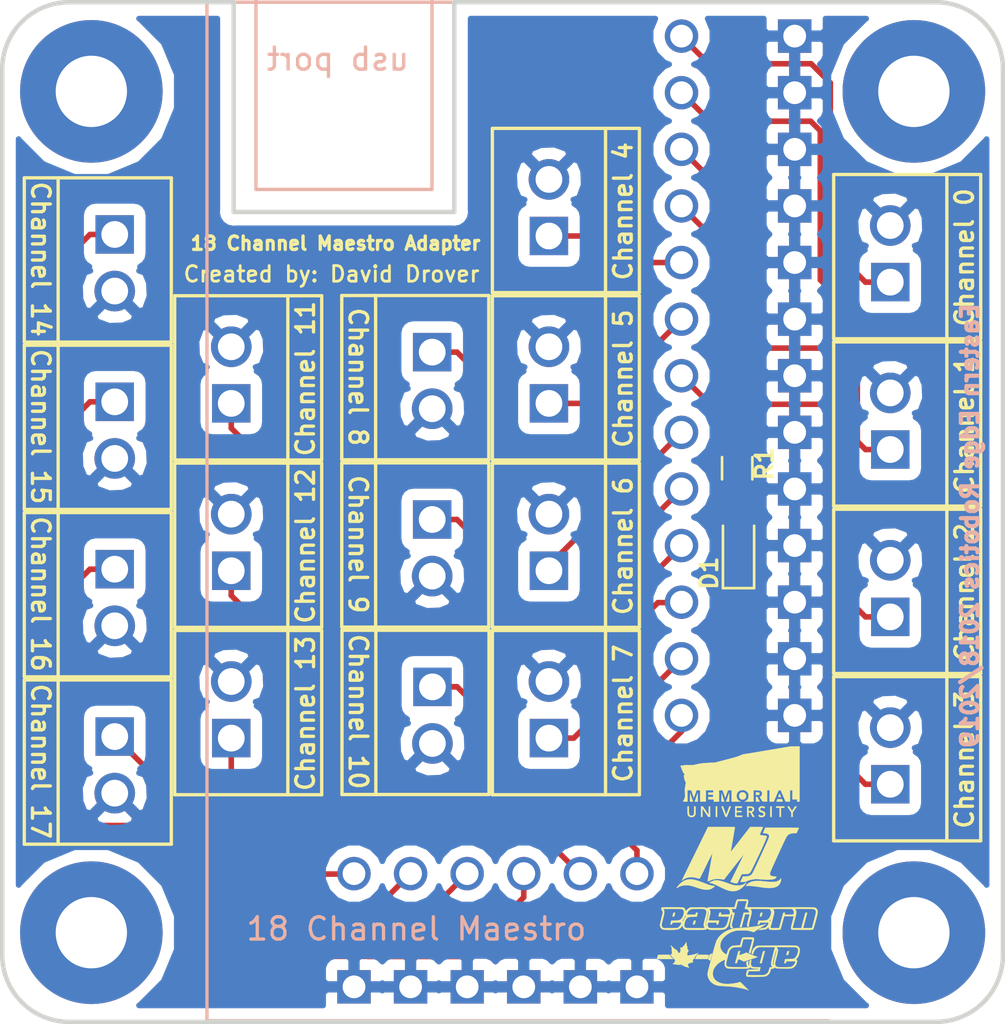
<source format=kicad_pcb>
(kicad_pcb (version 20171130) (host pcbnew "(5.0.0)")

  (general
    (thickness 1.6)
    (drawings 15)
    (tracks 123)
    (zones 0)
    (modules 28)
    (nets 22)
  )

  (page A4)
  (title_block
    (title "Maestro Adapter Board")
    (rev 6)
    (company "Eastern Edge Robotics")
  )

  (layers
    (0 F.Cu signal hide)
    (31 B.Cu signal hide)
    (32 B.Adhes user hide)
    (33 F.Adhes user hide)
    (34 B.Paste user hide)
    (35 F.Paste user hide)
    (36 B.SilkS user hide)
    (37 F.SilkS user hide)
    (38 B.Mask user hide)
    (39 F.Mask user hide)
    (40 Dwgs.User user hide)
    (41 Cmts.User user hide)
    (42 Eco1.User user hide)
    (43 Eco2.User user hide)
    (44 Edge.Cuts user)
    (45 Margin user)
    (46 B.CrtYd user)
    (47 F.CrtYd user)
    (48 B.Fab user)
    (49 F.Fab user)
  )

  (setup
    (last_trace_width 0.25)
    (trace_clearance 0.2)
    (zone_clearance 0.508)
    (zone_45_only no)
    (trace_min 0.2)
    (segment_width 0.2)
    (edge_width 0.2)
    (via_size 0.8)
    (via_drill 0.4)
    (via_min_size 0.3)
    (via_min_drill 0.3)
    (uvia_size 0.3)
    (uvia_drill 0.1)
    (uvias_allowed no)
    (uvia_min_size 0.2)
    (uvia_min_drill 0.1)
    (pcb_text_width 0.3)
    (pcb_text_size 1.5 1.5)
    (mod_edge_width 0.15)
    (mod_text_size 1 1)
    (mod_text_width 0.15)
    (pad_size 6.4 6.4)
    (pad_drill 3.2)
    (pad_to_mask_clearance 0.051)
    (solder_mask_min_width 0.25)
    (aux_axis_origin 0 0)
    (visible_elements 7FFFF7FF)
    (pcbplotparams
      (layerselection 0x010fc_ffffffff)
      (usegerberextensions false)
      (usegerberattributes false)
      (usegerberadvancedattributes false)
      (creategerberjobfile false)
      (excludeedgelayer true)
      (linewidth 0.100000)
      (plotframeref false)
      (viasonmask false)
      (mode 1)
      (useauxorigin false)
      (hpglpennumber 1)
      (hpglpenspeed 20)
      (hpglpendiameter 15.000000)
      (psnegative false)
      (psa4output false)
      (plotreference true)
      (plotvalue true)
      (plotinvisibletext false)
      (padsonsilk false)
      (subtractmaskfromsilk false)
      (outputformat 1)
      (mirror false)
      (drillshape 1)
      (scaleselection 1)
      (outputdirectory ""))
  )

  (net 0 "")
  (net 1 "Net-(J0-Pad1)")
  (net 2 GND)
  (net 3 "Net-(J1-Pad1)")
  (net 4 "Net-(J10-Pad1)")
  (net 5 "Net-(J11-Pad1)")
  (net 6 "Net-(J18-Pad3)")
  (net 7 "Net-(J18-Pad4)")
  (net 8 "Net-(J18-Pad5)")
  (net 9 "Net-(J18-Pad6)")
  (net 10 "Net-(J18-Pad8)")
  (net 11 "Net-(J18-Pad9)")
  (net 12 "Net-(J18-Pad10)")
  (net 13 "Net-(J18-Pad11)")
  (net 14 "Net-(J12-Pad1)")
  (net 15 "Net-(J13-Pad1)")
  (net 16 "Net-(J14-Pad1)")
  (net 17 "Net-(J15-Pad1)")
  (net 18 "Net-(J16-Pad1)")
  (net 19 "Net-(J17-Pad1)")
  (net 20 "Net-(D1-Pad2)")
  (net 21 +5V)

  (net_class Default "This is the default net class."
    (clearance 0.2)
    (trace_width 0.25)
    (via_dia 0.8)
    (via_drill 0.4)
    (uvia_dia 0.3)
    (uvia_drill 0.1)
    (add_net +5V)
    (add_net GND)
    (add_net "Net-(D1-Pad2)")
    (add_net "Net-(J0-Pad1)")
    (add_net "Net-(J1-Pad1)")
    (add_net "Net-(J10-Pad1)")
    (add_net "Net-(J11-Pad1)")
    (add_net "Net-(J12-Pad1)")
    (add_net "Net-(J13-Pad1)")
    (add_net "Net-(J14-Pad1)")
    (add_net "Net-(J15-Pad1)")
    (add_net "Net-(J16-Pad1)")
    (add_net "Net-(J17-Pad1)")
    (add_net "Net-(J18-Pad10)")
    (add_net "Net-(J18-Pad11)")
    (add_net "Net-(J18-Pad3)")
    (add_net "Net-(J18-Pad4)")
    (add_net "Net-(J18-Pad5)")
    (add_net "Net-(J18-Pad6)")
    (add_net "Net-(J18-Pad8)")
    (add_net "Net-(J18-Pad9)")
  )

  (module EER:18ChannelMaestro (layer F.Cu) (tedit 5BD49BA3) (tstamp 5BD4872A)
    (at 80.19 168.22)
    (path /5BD10CE4)
    (fp_text reference "18 Channel Maestro" (at 9.4 -4.12) (layer B.SilkS)
      (effects (font (size 1 1) (thickness 0.15)))
    )
    (fp_text value "" (at 14.51 -49.71) (layer F.Fab)
      (effects (font (size 1 1) (thickness 0.15)))
    )
    (fp_text user "usb port" (at 5.88 -43.15) (layer B.SilkS)
      (effects (font (size 1 1) (thickness 0.15)) (justify mirror))
    )
    (fp_line (start 2.2 -37.3) (end 10.1 -37.3) (layer B.SilkS) (width 0.15))
    (fp_line (start 2.2 -46.5) (end 10.1 -46.5) (layer B.SilkS) (width 0.15))
    (fp_line (start 10.1 -46.5) (end 10.1 -37.3) (layer B.SilkS) (width 0.15))
    (fp_line (start 2.2 -46.5) (end 2.2 -37.3) (layer B.SilkS) (width 0.15))
    (fp_line (start 0 0) (end 0 -45.7) (layer B.SilkS) (width 0.15))
    (fp_line (start 0 0) (end 27.9 0) (layer B.SilkS) (width 0.15))
    (fp_line (start 0 -45.7) (end 27.9 -45.7) (layer B.SilkS) (width 0.15))
    (fp_line (start 27.9 0) (end 27.9 -45.7) (layer F.Mask) (width 0.15))
    (pad 19 thru_hole circle (at 6.6 -6.6) (size 1.5 1.5) (drill 1.02) (layers *.Cu *.Mask)
      (net 19 "Net-(J17-Pad1)"))
    (pad 18 thru_hole circle (at 9.14 -6.6) (size 1.5 1.5) (drill 1.02) (layers *.Cu *.Mask)
      (net 18 "Net-(J16-Pad1)"))
    (pad 17 thru_hole circle (at 11.68 -6.6) (size 1.5 1.5) (drill 1.02) (layers *.Cu *.Mask)
      (net 17 "Net-(J15-Pad1)"))
    (pad 16 thru_hole circle (at 14.22 -6.6) (size 1.5 1.5) (drill 1.02) (layers *.Cu *.Mask)
      (net 16 "Net-(J14-Pad1)"))
    (pad 15 thru_hole circle (at 16.76 -6.6) (size 1.5 1.5) (drill 1.02) (layers *.Cu *.Mask)
      (net 15 "Net-(J13-Pad1)"))
    (pad 14 thru_hole circle (at 19.3 -6.6) (size 1.5 1.5) (drill 1.02) (layers *.Cu *.Mask)
      (net 14 "Net-(J12-Pad1)"))
    (pad 38 thru_hole rect (at 6.6 -1.52) (size 1.5 1.5) (drill 1.02) (layers *.Cu *.Mask)
      (net 2 GND))
    (pad 37 thru_hole rect (at 9.14 -1.52) (size 1.5 1.5) (drill 1.02) (layers *.Cu *.Mask)
      (net 2 GND))
    (pad 36 thru_hole rect (at 11.68 -1.52) (size 1.5 1.5) (drill 1.02) (layers *.Cu *.Mask)
      (net 2 GND))
    (pad 35 thru_hole rect (at 14.22 -1.52) (size 1.5 1.5) (drill 1.02) (layers *.Cu *.Mask)
      (net 2 GND))
    (pad 34 thru_hole rect (at 16.76 -1.52) (size 1.5 1.5) (drill 1.02) (layers *.Cu *.Mask)
      (net 2 GND))
    (pad 33 thru_hole rect (at 19.3 -1.52) (size 1.5 1.5) (drill 1.02) (layers *.Cu *.Mask)
      (net 2 GND))
    (pad 20 thru_hole rect (at 26.38 -44.18) (size 1.5 1.5) (drill 1.02) (layers *.Cu *.Mask)
      (net 2 GND))
    (pad 21 thru_hole rect (at 26.38 -41.64) (size 1.5 1.5) (drill 1.02) (layers *.Cu *.Mask)
      (net 2 GND))
    (pad 22 thru_hole rect (at 26.38 -39.1) (size 1.5 1.5) (drill 1.02) (layers *.Cu *.Mask)
      (net 2 GND))
    (pad 23 thru_hole rect (at 26.38 -36.56) (size 1.5 1.5) (drill 1.02) (layers *.Cu *.Mask)
      (net 2 GND))
    (pad 24 thru_hole rect (at 26.38 -34.02) (size 1.5 1.5) (drill 1.02) (layers *.Cu *.Mask)
      (net 2 GND))
    (pad 25 thru_hole rect (at 26.38 -31.48) (size 1.5 1.5) (drill 1.02) (layers *.Cu *.Mask)
      (net 2 GND))
    (pad 26 thru_hole rect (at 26.38 -28.94) (size 1.5 1.5) (drill 1.02) (layers *.Cu *.Mask)
      (net 2 GND))
    (pad 27 thru_hole rect (at 26.38 -26.4) (size 1.5 1.5) (drill 1.02) (layers *.Cu *.Mask)
      (net 2 GND))
    (pad 28 thru_hole rect (at 26.38 -23.86) (size 1.5 1.5) (drill 1.02) (layers *.Cu *.Mask)
      (net 2 GND))
    (pad 29 thru_hole rect (at 26.38 -21.32) (size 1.5 1.5) (drill 1.02) (layers *.Cu *.Mask)
      (net 2 GND))
    (pad 30 thru_hole rect (at 26.38 -18.78) (size 1.5 1.5) (drill 1.02) (layers *.Cu *.Mask)
      (net 2 GND))
    (pad 31 thru_hole rect (at 26.38 -16.24) (size 1.5 1.5) (drill 1.02) (layers *.Cu *.Mask)
      (net 2 GND))
    (pad 32 thru_hole rect (at 26.38 -13.7) (size 1.5 1.5) (drill 1.02) (layers *.Cu *.Mask)
      (net 2 GND))
    (pad 1 thru_hole circle (at 21.3 -44.18) (size 1.5 1.5) (drill 1.02) (layers *.Cu *.Mask)
      (net 1 "Net-(J0-Pad1)"))
    (pad 2 thru_hole circle (at 21.3 -41.64) (size 1.5 1.5) (drill 1.02) (layers *.Cu *.Mask)
      (net 3 "Net-(J1-Pad1)"))
    (pad 3 thru_hole circle (at 21.3 -39.1) (size 1.5 1.5) (drill 1.02) (layers *.Cu *.Mask)
      (net 6 "Net-(J18-Pad3)"))
    (pad 4 thru_hole circle (at 21.3 -36.56) (size 1.5 1.5) (drill 1.02) (layers *.Cu *.Mask)
      (net 7 "Net-(J18-Pad4)"))
    (pad 5 thru_hole circle (at 21.3 -34.02) (size 1.5 1.5) (drill 1.02) (layers *.Cu *.Mask)
      (net 8 "Net-(J18-Pad5)"))
    (pad 6 thru_hole circle (at 21.3 -31.48) (size 1.5 1.5) (drill 1.02) (layers *.Cu *.Mask)
      (net 9 "Net-(J18-Pad6)"))
    (pad 7 thru_hole circle (at 21.3 -28.94) (size 1.5 1.5) (drill 1.02) (layers *.Cu *.Mask)
      (net 21 +5V))
    (pad 8 thru_hole circle (at 21.3 -26.4) (size 1.5 1.5) (drill 1.02) (layers *.Cu *.Mask)
      (net 10 "Net-(J18-Pad8)"))
    (pad 9 thru_hole circle (at 21.3 -23.86) (size 1.5 1.5) (drill 1.02) (layers *.Cu *.Mask)
      (net 11 "Net-(J18-Pad9)"))
    (pad 10 thru_hole circle (at 21.3 -21.32) (size 1.5 1.5) (drill 1.02) (layers *.Cu *.Mask)
      (net 12 "Net-(J18-Pad10)"))
    (pad 11 thru_hole circle (at 21.3 -18.78) (size 1.5 1.5) (drill 1.02) (layers *.Cu *.Mask)
      (net 13 "Net-(J18-Pad11)"))
    (pad 12 thru_hole circle (at 21.3 -16.24) (size 1.5 1.5) (drill 1.02) (layers *.Cu *.Mask)
      (net 4 "Net-(J10-Pad1)"))
    (pad 13 thru_hole circle (at 21.3 -13.7) (size 1.5 1.5) (drill 1.02) (layers *.Cu *.Mask)
      (net 5 "Net-(J11-Pad1)"))
    (model "../EERLibraries/3D Models/mini-maestro-18-channel-usb-servo-controller.step"
      (offset (xyz 0 0 -5.9))
      (scale (xyz 1 1 1))
      (rotate (xyz 0 0 0))
    )
  )

  (module "through hole:Mi logo silkscreen" (layer F.Cu) (tedit 0) (tstamp 5BD52E0F)
    (at 104.04 161.01)
    (fp_text reference "" (at 15.59 -0.43) (layer F.SilkS) hide
      (effects (font (size 1.524 1.524) (thickness 0.3)))
    )
    (fp_text value "" (at 1.09 0.63) (layer F.SilkS) hide
      (effects (font (size 1.524 1.524) (thickness 0.3)))
    )
    (fp_poly (pts (xy 2.0895 -1.452804) (xy 2.205284 -1.452582) (xy 2.313396 -1.452228) (xy 2.41226 -1.451752)
      (xy 2.500298 -1.451169) (xy 2.575932 -1.450489) (xy 2.637584 -1.449725) (xy 2.683678 -1.448889)
      (xy 2.712634 -1.447994) (xy 2.722876 -1.447051) (xy 2.72288 -1.447034) (xy 2.718755 -1.436145)
      (xy 2.707491 -1.41062) (xy 2.690753 -1.374139) (xy 2.670205 -1.330378) (xy 2.667706 -1.325114)
      (xy 2.612532 -1.20904) (xy 2.548326 -1.208839) (xy 2.446626 -1.20302) (xy 2.358484 -1.18651)
      (xy 2.285182 -1.159719) (xy 2.228 -1.123054) (xy 2.204176 -1.099175) (xy 2.188565 -1.076761)
      (xy 2.166759 -1.040283) (xy 2.141198 -0.994071) (xy 2.114324 -0.942455) (xy 2.102876 -0.91948)
      (xy 2.078428 -0.869011) (xy 2.048245 -0.805561) (xy 2.013121 -0.730878) (xy 1.97385 -0.646711)
      (xy 1.931228 -0.554805) (xy 1.886047 -0.456909) (xy 1.839104 -0.354769) (xy 1.791193 -0.250134)
      (xy 1.743108 -0.14475) (xy 1.695643 -0.040365) (xy 1.649594 0.061274) (xy 1.605755 0.158419)
      (xy 1.56492 0.249324) (xy 1.527885 0.33224) (xy 1.495443 0.40542) (xy 1.468389 0.467117)
      (xy 1.447518 0.515585) (xy 1.433625 0.549074) (xy 1.427548 0.565662) (xy 1.41955 0.616367)
      (xy 1.425698 0.656982) (xy 1.447058 0.688446) (xy 1.484699 0.711693) (xy 1.539687 0.727661)
      (xy 1.61309 0.737287) (xy 1.624068 0.738123) (xy 1.71594 0.744644) (xy 1.695571 0.78457)
      (xy 1.666958 0.82226) (xy 1.637701 0.840214) (xy 1.572094 0.860554) (xy 1.4879 0.874338)
      (xy 1.384983 0.88157) (xy 1.263203 0.882258) (xy 1.122424 0.876406) (xy 1.000928 0.867443)
      (xy 0.923456 0.861268) (xy 0.861239 0.857552) (xy 0.80937 0.856209) (xy 0.762945 0.857151)
      (xy 0.717056 0.860291) (xy 0.698399 0.862077) (xy 0.61893 0.873895) (xy 0.537234 0.892607)
      (xy 0.459561 0.916398) (xy 0.392159 0.943452) (xy 0.35887 0.960716) (xy 0.33783 0.971835)
      (xy 0.316965 0.979053) (xy 0.291153 0.983193) (xy 0.255275 0.985075) (xy 0.204209 0.985519)
      (xy 0.204187 0.98552) (xy 0.091953 0.98552) (xy 0.127621 0.90678) (xy 0.147573 0.863223)
      (xy 0.167593 0.82032) (xy 0.183808 0.786357) (xy 0.185785 0.78232) (xy 0.20828 0.7366)
      (xy 0.34036 0.731303) (xy 0.395844 0.728762) (xy 0.435826 0.725732) (xy 0.46512 0.7213)
      (xy 0.488539 0.714552) (xy 0.510897 0.704576) (xy 0.52729 0.695846) (xy 0.5804 0.65766)
      (xy 0.62232 0.612469) (xy 0.635106 0.591678) (xy 0.655948 0.552573) (xy 0.684714 0.495433)
      (xy 0.721267 0.42054) (xy 0.765475 0.328174) (xy 0.817202 0.218616) (xy 0.876314 0.092147)
      (xy 0.942677 -0.050952) (xy 1.016157 -0.2104) (xy 1.01858 -0.215674) (xy 1.083257 -0.356561)
      (xy 1.139875 -0.480224) (xy 1.188954 -0.587857) (xy 1.231011 -0.680657) (xy 1.266567 -0.75982)
      (xy 1.296138 -0.826543) (xy 1.320244 -0.88202) (xy 1.339403 -0.927449) (xy 1.354134 -0.964024)
      (xy 1.364956 -0.992943) (xy 1.372388 -1.015401) (xy 1.376947 -1.032594) (xy 1.379153 -1.045719)
      (xy 1.379329 -1.047599) (xy 1.379969 -1.085606) (xy 1.375995 -1.116165) (xy 1.372378 -1.126306)
      (xy 1.348358 -1.151715) (xy 1.306741 -1.173541) (xy 1.250092 -1.190706) (xy 1.19631 -1.200274)
      (xy 1.157584 -1.205666) (xy 1.127549 -1.210331) (xy 1.111114 -1.21349) (xy 1.109502 -1.214077)
      (xy 1.112272 -1.223798) (xy 1.122005 -1.248435) (xy 1.137225 -1.284421) (xy 1.156456 -1.328187)
      (xy 1.159426 -1.334825) (xy 1.212368 -1.45288) (xy 1.967624 -1.45288) (xy 2.0895 -1.452804)) (layer F.SilkS) (width 0.01))
    (fp_poly (pts (xy -0.631205 -1.483335) (xy -0.523934 -1.48323) (xy -0.433957 -1.482998) (xy -0.35976 -1.482596)
      (xy -0.299831 -1.481977) (xy -0.252657 -1.481096) (xy -0.216723 -1.479908) (xy -0.190519 -1.478368)
      (xy -0.172529 -1.47643) (xy -0.161242 -1.47405) (xy -0.155143 -1.471181) (xy -0.152721 -1.467778)
      (xy -0.1524 -1.46525) (xy -0.154092 -1.452893) (xy -0.158906 -1.422794) (xy -0.16645 -1.377226)
      (xy -0.176329 -1.318461) (xy -0.188152 -1.248771) (xy -0.201525 -1.170428) (xy -0.216056 -1.085705)
      (xy -0.231352 -0.996873) (xy -0.24702 -0.906206) (xy -0.262666 -0.815974) (xy -0.277899 -0.728451)
      (xy -0.292325 -0.645909) (xy -0.305552 -0.570619) (xy -0.317186 -0.504854) (xy -0.326834 -0.450886)
      (xy -0.334105 -0.410988) (xy -0.338604 -0.387431) (xy -0.339434 -0.38354) (xy -0.341275 -0.368597)
      (xy -0.340039 -0.36576) (xy -0.333388 -0.373576) (xy -0.315297 -0.396163) (xy -0.286775 -0.432234)
      (xy -0.248832 -0.480498) (xy -0.202475 -0.539668) (xy -0.148715 -0.608455) (xy -0.088558 -0.685569)
      (xy -0.023015 -0.769723) (xy 0.046905 -0.859626) (xy 0.097348 -0.92456) (xy 0.531237 -1.48336)
      (xy 0.819338 -1.48336) (xy 0.893485 -1.483069) (xy 0.960562 -1.482245) (xy 1.018015 -1.480966)
      (xy 1.063289 -1.479307) (xy 1.093831 -1.477346) (xy 1.107086 -1.475158) (xy 1.10744 -1.47473)
      (xy 1.103292 -1.462895) (xy 1.091899 -1.436295) (xy 1.074839 -1.398468) (xy 1.053685 -1.352954)
      (xy 1.045541 -1.335726) (xy 1.014502 -1.268181) (xy 0.993089 -1.216021) (xy 0.980676 -1.177087)
      (xy 0.976637 -1.14922) (xy 0.980346 -1.130262) (xy 0.984179 -1.124295) (xy 1.001609 -1.116201)
      (xy 1.039271 -1.109555) (xy 1.097183 -1.104353) (xy 1.106205 -1.103783) (xy 1.155225 -1.099949)
      (xy 1.199916 -1.094921) (xy 1.234378 -1.089446) (xy 1.249356 -1.085711) (xy 1.271201 -1.075929)
      (xy 1.278153 -1.062717) (xy 1.275789 -1.04161) (xy 1.266268 -1.006587) (xy 1.24767 -0.9541)
      (xy 1.22026 -0.884733) (xy 1.184301 -0.799069) (xy 1.140055 -0.69769) (xy 1.087785 -0.58118)
      (xy 1.027755 -0.450122) (xy 0.960228 -0.305099) (xy 0.885467 -0.146695) (xy 0.803736 0.024508)
      (xy 0.715296 0.207926) (xy 0.668238 0.304866) (xy 0.627944 0.386777) (xy 0.594495 0.452209)
      (xy 0.566467 0.503243) (xy 0.542431 0.54196) (xy 0.520963 0.57044) (xy 0.500634 0.590765)
      (xy 0.48002 0.605016) (xy 0.457693 0.615273) (xy 0.45469 0.616385) (xy 0.431696 0.62113)
      (xy 0.393712 0.625124) (xy 0.346066 0.627941) (xy 0.29544 0.629147) (xy 0.238915 0.63005)
      (xy 0.199286 0.632212) (xy 0.173147 0.636029) (xy 0.157093 0.641894) (xy 0.151699 0.645793)
      (xy 0.142291 0.659684) (xy 0.126348 0.6891) (xy 0.105424 0.730925) (xy 0.08107 0.782042)
      (xy 0.05484 0.839336) (xy 0.050941 0.848043) (xy 0.020447 0.915347) (xy -0.003566 0.965849)
      (xy -0.022217 1.001594) (xy -0.036624 1.024626) (xy -0.047905 1.036988) (xy -0.054239 1.040311)
      (xy -0.098089 1.045852) (xy -0.151732 1.040822) (xy -0.217967 1.024843) (xy -0.255326 1.013082)
      (xy -0.353171 0.98044) (xy -0.049679 0.361433) (xy 0.0015 0.256939) (xy 0.049896 0.157916)
      (xy 0.094787 0.065856) (xy 0.135452 -0.017754) (xy 0.17117 -0.091424) (xy 0.201219 -0.153664)
      (xy 0.224878 -0.202984) (xy 0.241425 -0.237896) (xy 0.250139 -0.256909) (xy 0.251325 -0.260062)
      (xy 0.244984 -0.252599) (xy 0.227333 -0.23068) (xy 0.199586 -0.195851) (xy 0.162956 -0.149655)
      (xy 0.118658 -0.093638) (xy 0.067905 -0.029344) (xy 0.011913 0.041681) (xy -0.048104 0.117892)
      (xy -0.110933 0.197745) (xy -0.175358 0.279695) (xy -0.240167 0.362197) (xy -0.304144 0.443705)
      (xy -0.366075 0.522676) (xy -0.424747 0.597564) (xy -0.478945 0.666824) (xy -0.527454 0.728912)
      (xy -0.569061 0.782282) (xy -0.602551 0.825389) (xy -0.62671 0.85669) (xy -0.636755 0.869867)
      (xy -0.644622 0.877346) (xy -0.656564 0.880173) (xy -0.67721 0.878231) (xy -0.711188 0.871406)
      (xy -0.728195 0.86759) (xy -0.821249 0.852827) (xy -0.920089 0.848419) (xy -1.019839 0.853853)
      (xy -1.115622 0.868617) (xy -1.202561 0.892198) (xy -1.27578 0.924083) (xy -1.278121 0.925392)
      (xy -1.322126 0.946228) (xy -1.353863 0.952445) (xy -1.372679 0.944135) (xy -1.377925 0.921389)
      (xy -1.37672 0.911564) (xy -1.353036 0.77888) (xy -1.329593 0.647122) (xy -1.306653 0.517802)
      (xy -1.284482 0.392432) (xy -1.263343 0.272524) (xy -1.243502 0.159592) (xy -1.225222 0.055146)
      (xy -1.208767 -0.0393) (xy -1.194403 -0.122235) (xy -1.182393 -0.192146) (xy -1.173002 -0.247521)
      (xy -1.166493 -0.286847) (xy -1.163132 -0.308613) (xy -1.162743 -0.312624) (xy -1.16794 -0.30444)
      (xy -1.181632 -0.278588) (xy -1.203502 -0.235709) (xy -1.233233 -0.176445) (xy -1.270506 -0.101436)
      (xy -1.315006 -0.011325) (xy -1.366414 0.093247) (xy -1.424413 0.21164) (xy -1.488686 0.343211)
      (xy -1.558914 0.487319) (xy -1.575239 0.52086) (xy -1.617249 0.606948) (xy -1.651478 0.676377)
      (xy -1.67887 0.730841) (xy -1.700373 0.772029) (xy -1.716932 0.801636) (xy -1.729494 0.821351)
      (xy -1.739003 0.832868) (xy -1.746406 0.837879) (xy -1.7526 0.838087) (xy -1.83167 0.816839)
      (xy -1.894657 0.800553) (xy -1.945005 0.788575) (xy -1.986158 0.780248) (xy -2.021561 0.774917)
      (xy -2.054658 0.771926) (xy -2.088894 0.770619) (xy -2.1082 0.770388) (xy -2.22378 0.778415)
      (xy -2.329464 0.8039) (xy -2.42488 0.846725) (xy -2.493138 0.893043) (xy -2.516424 0.911155)
      (xy -2.532206 0.922551) (xy -2.53585 0.92456) (xy -2.534922 0.920744) (xy -2.529915 0.908813)
      (xy -2.520474 0.888036) (xy -2.506244 0.857685) (xy -2.486871 0.817029) (xy -2.462 0.765341)
      (xy -2.431278 0.70189) (xy -2.394348 0.625948) (xy -2.350858 0.536785) (xy -2.300452 0.433673)
      (xy -2.242777 0.315881) (xy -2.177476 0.182681) (xy -2.104197 0.033343) (xy -2.022584 -0.132861)
      (xy -1.9456 -0.28956) (xy -1.882616 -0.417773) (xy -1.820738 -0.5438) (xy -1.760749 -0.666047)
      (xy -1.703427 -0.782919) (xy -1.649556 -0.892823) (xy -1.599914 -0.994163) (xy -1.555285 -1.085346)
      (xy -1.516447 -1.164776) (xy -1.484184 -1.23086) (xy -1.459274 -1.282003) (xy -1.442501 -1.316611)
      (xy -1.441706 -1.31826) (xy -1.362166 -1.48336) (xy -0.757283 -1.48336) (xy -0.631205 -1.483335)) (layer F.SilkS) (width 0.01))
    (fp_poly (pts (xy 1.917832 0.889956) (xy 1.903211 0.972271) (xy 1.871939 1.04821) (xy 1.826009 1.114271)
      (xy 1.767414 1.166953) (xy 1.755758 1.174693) (xy 1.727134 1.189818) (xy 1.687118 1.207312)
      (xy 1.643773 1.223683) (xy 1.638488 1.225488) (xy 1.570417 1.242292) (xy 1.487144 1.252774)
      (xy 1.392835 1.256748) (xy 1.29166 1.25403) (xy 1.1938 1.245181) (xy 1.142866 1.238597)
      (xy 1.078834 1.229772) (xy 1.008668 1.219696) (xy 0.939331 1.209357) (xy 0.9144 1.205526)
      (xy 0.79595 1.188449) (xy 0.686505 1.175262) (xy 0.588441 1.166165) (xy 0.504139 1.161359)
      (xy 0.435975 1.161047) (xy 0.407877 1.16271) (xy 0.333155 1.169439) (xy 0.354117 1.140002)
      (xy 0.389198 1.099365) (xy 0.435475 1.057597) (xy 0.485369 1.021335) (xy 0.499113 1.012982)
      (xy 0.577412 0.977208) (xy 0.6698 0.952439) (xy 0.776949 0.938616) (xy 0.89953 0.935679)
      (xy 1.038217 0.943569) (xy 1.14808 0.955876) (xy 1.238117 0.966108) (xy 1.330482 0.97363)
      (xy 1.421546 0.978371) (xy 1.507679 0.980261) (xy 1.585252 0.979232) (xy 1.650634 0.975214)
      (xy 1.700196 0.968136) (xy 1.70688 0.966601) (xy 1.785867 0.938012) (xy 1.851768 0.894307)
      (xy 1.885029 0.861131) (xy 1.922644 0.81788) (xy 1.917832 0.889956)) (layer F.SilkS) (width 0.01))
    (fp_poly (pts (xy -2.077926 0.868308) (xy -2.014515 0.877039) (xy -1.94557 0.891731) (xy -1.868476 0.913014)
      (xy -1.780616 0.941521) (xy -1.679375 0.977882) (xy -1.581395 1.015222) (xy -1.484521 1.052565)
      (xy -1.404246 1.08278) (xy -1.338422 1.106589) (xy -1.284907 1.124712) (xy -1.241553 1.13787)
      (xy -1.206217 1.146786) (xy -1.176752 1.15218) (xy -1.172201 1.152795) (xy -1.134276 1.157852)
      (xy -1.098365 1.162959) (xy -1.088298 1.164482) (xy -1.053915 1.169832) (xy -1.093378 1.210376)
      (xy -1.122336 1.234973) (xy -1.161937 1.262069) (xy -1.204126 1.286206) (xy -1.208486 1.2884)
      (xy -1.240773 1.304009) (xy -1.266717 1.31462) (xy -1.291703 1.321285) (xy -1.321114 1.325053)
      (xy -1.360336 1.326975) (xy -1.411686 1.328051) (xy -1.483178 1.327927) (xy -1.541252 1.324458)
      (xy -1.592612 1.3171) (xy -1.62052 1.311178) (xy -1.657317 1.3015) (xy -1.708261 1.286637)
      (xy -1.768325 1.268129) (xy -1.832482 1.247518) (xy -1.882233 1.230939) (xy -1.970807 1.201389)
      (xy -2.043995 1.178347) (xy -2.105388 1.161057) (xy -2.158575 1.148764) (xy -2.207148 1.140713)
      (xy -2.254698 1.136148) (xy -2.304815 1.134313) (xy -2.34188 1.134237) (xy -2.444321 1.139411)
      (xy -2.532937 1.154026) (xy -2.612468 1.179269) (xy -2.687658 1.216321) (xy -2.70002 1.22368)
      (xy -2.733161 1.242972) (xy -2.758568 1.256059) (xy -2.77232 1.260994) (xy -2.77368 1.260232)
      (xy -2.767334 1.245685) (xy -2.750311 1.219969) (xy -2.725639 1.186921) (xy -2.696344 1.150377)
      (xy -2.665452 1.114174) (xy -2.63599 1.082148) (xy -2.62277 1.068929) (xy -2.528164 0.989101)
      (xy -2.430884 0.929234) (xy -2.33042 0.889084) (xy -2.226264 0.868409) (xy -2.198608 0.866199)
      (xy -2.138419 0.864905) (xy -2.077926 0.868308)) (layer F.SilkS) (width 0.01))
    (fp_poly (pts (xy -0.884613 0.91711) (xy -0.796139 0.935426) (xy -0.694229 0.963509) (xy -0.577401 1.001646)
      (xy -0.491367 1.032477) (xy -0.404034 1.064356) (xy -0.332422 1.089497) (xy -0.273373 1.10868)
      (xy -0.223731 1.122686) (xy -0.180337 1.132293) (xy -0.140035 1.138282) (xy -0.099667 1.141433)
      (xy -0.056076 1.142526) (xy -0.04572 1.142567) (xy 0.068941 1.135603) (xy 0.170657 1.114549)
      (xy 0.258614 1.07963) (xy 0.318327 1.042017) (xy 0.34108 1.025874) (xy 0.357012 1.016754)
      (xy 0.359747 1.016) (xy 0.360523 1.022915) (xy 0.349848 1.041637) (xy 0.33015 1.069128)
      (xy 0.303857 1.102352) (xy 0.273396 1.138272) (xy 0.241194 1.17385) (xy 0.209679 1.206052)
      (xy 0.201855 1.213536) (xy 0.108832 1.289628) (xy 0.012449 1.345776) (xy -0.087934 1.382173)
      (xy -0.192956 1.399013) (xy -0.303255 1.396488) (xy -0.369604 1.386285) (xy -0.423128 1.37425)
      (xy -0.476951 1.358965) (xy -0.534069 1.339249) (xy -0.59748 1.313919) (xy -0.670182 1.281794)
      (xy -0.755173 1.241694) (xy -0.832493 1.203836) (xy -0.928141 1.156989) (xy -1.008198 1.119046)
      (xy -1.074869 1.0891) (xy -1.130359 1.066245) (xy -1.176872 1.049573) (xy -1.216614 1.038179)
      (xy -1.251787 1.031156) (xy -1.252843 1.030996) (xy -1.280709 1.025192) (xy -1.297862 1.018489)
      (xy -1.30048 1.015309) (xy -1.291633 1.006237) (xy -1.267959 0.992247) (xy -1.233761 0.975275)
      (xy -1.193338 0.957259) (xy -1.150994 0.940137) (xy -1.111029 0.925847) (xy -1.084246 0.917905)
      (xy -1.027184 0.908636) (xy -0.961134 0.908276) (xy -0.884613 0.91711)) (layer F.SilkS) (width 0.01))
  )

  (module "through hole:Mun logo silkscreen" (layer F.Cu) (tedit 0) (tstamp 5BD5209D)
    (at 104.12 157.5)
    (fp_text reference "" (at 0 0) (layer F.SilkS) hide
      (effects (font (size 1.524 1.524) (thickness 0.3)))
    )
    (fp_text value "" (at 0.75 0) (layer F.SilkS) hide
      (effects (font (size 1.524 1.524) (thickness 0.3)))
    )
    (fp_poly (pts (xy 0.769972 0.471243) (xy 0.81391 0.4757) (xy 0.845916 0.48383) (xy 0.865895 0.495605)
      (xy 0.872355 0.505109) (xy 0.87616 0.531522) (xy 0.869026 0.55752) (xy 0.860986 0.569558)
      (xy 0.853509 0.577518) (xy 0.845606 0.582775) (xy 0.834478 0.586008) (xy 0.817326 0.587893)
      (xy 0.791352 0.589108) (xy 0.778436 0.58954) (xy 0.7112 0.591706) (xy 0.7112 0.468169)
      (xy 0.769972 0.471243)) (layer F.SilkS) (width 0.01))
    (fp_poly (pts (xy 1.774739 0.53572) (xy 1.781664 0.548977) (xy 1.790972 0.568873) (xy 1.801552 0.592807)
      (xy 1.812295 0.618181) (xy 1.822089 0.642396) (xy 1.829824 0.662852) (xy 1.83439 0.676951)
      (xy 1.83515 0.681139) (xy 1.82926 0.683141) (xy 1.81343 0.684713) (xy 1.790417 0.685641)
      (xy 1.774825 0.6858) (xy 1.743602 0.685098) (xy 1.723314 0.683054) (xy 1.71474 0.679755)
      (xy 1.7145 0.678971) (xy 1.716731 0.670323) (xy 1.722659 0.652918) (xy 1.731132 0.629737)
      (xy 1.741001 0.603764) (xy 1.751116 0.577979) (xy 1.760325 0.555365) (xy 1.76748 0.538903)
      (xy 1.771308 0.531699) (xy 1.774739 0.53572)) (layer F.SilkS) (width 0.01))
    (fp_poly (pts (xy 0.118211 0.470039) (xy 0.160423 0.475794) (xy 0.196981 0.491638) (xy 0.227121 0.515939)
      (xy 0.250081 0.547066) (xy 0.265098 0.583386) (xy 0.271409 0.623269) (xy 0.268251 0.665082)
      (xy 0.254861 0.707194) (xy 0.241067 0.732769) (xy 0.216285 0.760567) (xy 0.183185 0.781158)
      (xy 0.144548 0.793503) (xy 0.103158 0.796564) (xy 0.078272 0.793536) (xy 0.041739 0.782314)
      (xy 0.012154 0.763446) (xy -0.007869 0.743164) (xy -0.029417 0.709027) (xy -0.041777 0.669684)
      (xy -0.045144 0.62789) (xy -0.039713 0.586398) (xy -0.025678 0.547961) (xy -0.003234 0.515333)
      (xy 0.009063 0.503685) (xy 0.039501 0.484295) (xy 0.074734 0.473388) (xy 0.117769 0.470038)
      (xy 0.118211 0.470039)) (layer F.SilkS) (width 0.01))
    (fp_poly (pts (xy 1.892848 0.820387) (xy 1.902377 0.842664) (xy 1.909472 0.859577) (xy 1.912885 0.871855)
      (xy 1.911366 0.880228) (xy 1.903668 0.885424) (xy 1.88854 0.888171) (xy 1.864734 0.889199)
      (xy 1.831 0.889236) (xy 1.786089 0.889012) (xy 1.775252 0.889) (xy 1.734124 0.888917)
      (xy 1.697607 0.888686) (xy 1.667491 0.888332) (xy 1.645566 0.887877) (xy 1.633622 0.887347)
      (xy 1.63195 0.88705) (xy 1.634164 0.880704) (xy 1.640098 0.865329) (xy 1.648687 0.843663)
      (xy 1.653578 0.831488) (xy 1.675206 0.777875) (xy 1.875425 0.777875) (xy 1.892848 0.820387)) (layer F.SilkS) (width 0.01))
    (fp_poly (pts (xy 0.741362 0.67961) (xy 0.771525 0.67977) (xy 0.826201 0.784385) (xy 0.880878 0.889)
      (xy 0.7112 0.889) (xy 0.7112 0.67945) (xy 0.741362 0.67961)) (layer F.SilkS) (width 0.01))
    (fp_poly (pts (xy -0.491135 0.501444) (xy -0.490487 0.518016) (xy -0.489925 0.544302) (xy -0.48947 0.578809)
      (xy -0.489146 0.620042) (xy -0.488973 0.666509) (xy -0.48895 0.691091) (xy -0.48895 0.889)
      (xy -0.627988 0.889) (xy -0.561364 0.693986) (xy -0.545176 0.646768) (xy -0.530232 0.603494)
      (xy -0.517037 0.565606) (xy -0.506098 0.534544) (xy -0.497922 0.511752) (xy -0.493014 0.49867)
      (xy -0.491846 0.496078) (xy -0.491135 0.501444)) (layer F.SilkS) (width 0.01))
    (fp_poly (pts (xy -0.830538 0.516215) (xy -0.824196 0.534926) (xy -0.814884 0.562579) (xy -0.803124 0.597621)
      (xy -0.789437 0.638497) (xy -0.774346 0.683654) (xy -0.767801 0.703262) (xy -0.705831 0.889)
      (xy -0.841375 0.889006) (xy -0.83919 0.69374) (xy -0.83854 0.645946) (xy -0.837733 0.602991)
      (xy -0.836815 0.566311) (xy -0.83583 0.53734) (xy -0.834822 0.517512) (xy -0.833838 0.508264)
      (xy -0.833388 0.508) (xy -0.830538 0.516215)) (layer F.SilkS) (width 0.01))
    (fp_poly (pts (xy -1.902728 0.509676) (xy -1.901486 0.525519) (xy -1.90042 0.551279) (xy -1.899569 0.585566)
      (xy -1.898975 0.626988) (xy -1.898678 0.674155) (xy -1.89865 0.694055) (xy -1.89865 0.889)
      (xy -2.037995 0.889) (xy -1.973778 0.700087) (xy -1.957814 0.653432) (xy -1.942952 0.610584)
      (xy -1.929728 0.573045) (xy -1.918678 0.542314) (xy -1.91034 0.519892) (xy -1.905248 0.50728)
      (xy -1.904106 0.505142) (xy -1.902728 0.509676)) (layer F.SilkS) (width 0.01))
    (fp_poly (pts (xy -2.240238 0.516215) (xy -2.233896 0.534926) (xy -2.224584 0.562579) (xy -2.212824 0.597621)
      (xy -2.199137 0.638497) (xy -2.184046 0.683654) (xy -2.177501 0.703262) (xy -2.115531 0.889)
      (xy -2.251075 0.889006) (xy -2.24889 0.69374) (xy -2.24824 0.645946) (xy -2.247433 0.602991)
      (xy -2.246515 0.566311) (xy -2.24553 0.53734) (xy -2.244522 0.517512) (xy -2.243538 0.508264)
      (xy -2.243088 0.508) (xy -2.240238 0.516215)) (layer F.SilkS) (width 0.01))
    (fp_poly (pts (xy 2.667 0.889) (xy 2.611437 0.889014) (xy 2.555875 0.889029) (xy 2.557946 0.838214)
      (xy 2.560017 0.7874) (xy 2.3495 0.7874) (xy 2.3495 0.381) (xy 2.24155 0.381)
      (xy 2.24155 0.889) (xy 2.141537 0.888992) (xy 2.041525 0.888984) (xy 1.931054 0.634732)
      (xy 1.820583 0.380481) (xy 1.731061 0.384175) (xy 1.627603 0.6223) (xy 1.605046 0.674343)
      (xy 1.583993 0.723156) (xy 1.565005 0.767421) (xy 1.548642 0.80582) (xy 1.535466 0.837036)
      (xy 1.526035 0.859752) (xy 1.520912 0.87265) (xy 1.520209 0.874712) (xy 1.5183 0.880103)
      (xy 1.514739 0.883932) (xy 1.507596 0.886467) (xy 1.494942 0.887975) (xy 1.47485 0.888722)
      (xy 1.44539 0.888975) (xy 1.416949 0.889002) (xy 1.317625 0.889004) (xy 1.321083 0.381)
      (xy 1.21285 0.381) (xy 1.21285 0.889314) (xy 1.110053 0.887569) (xy 1.007257 0.885825)
      (xy 0.944953 0.782264) (xy 0.925492 0.749656) (xy 0.908515 0.720712) (xy 0.895039 0.697207)
      (xy 0.886081 0.680916) (xy 0.882657 0.673614) (xy 0.88265 0.67352) (xy 0.888115 0.66873)
      (xy 0.900813 0.664704) (xy 0.929214 0.652954) (xy 0.952883 0.631459) (xy 0.970994 0.602559)
      (xy 0.982725 0.568593) (xy 0.987253 0.531899) (xy 0.983754 0.494816) (xy 0.972336 0.461543)
      (xy 0.958505 0.438501) (xy 0.941133 0.420055) (xy 0.918833 0.405766) (xy 0.890219 0.395194)
      (xy 0.853902 0.387898) (xy 0.808498 0.383437) (xy 0.752618 0.381372) (xy 0.718995 0.381099)
      (xy 0.602966 0.381) (xy 0.604695 0.635002) (xy 0.606425 0.889004) (xy 0.403225 0.888839)
      (xy 0.200025 0.888675) (xy 0.239293 0.869629) (xy 0.287234 0.839577) (xy 0.326605 0.800398)
      (xy 0.35651 0.752989) (xy 0.357596 0.750727) (xy 0.366239 0.731759) (xy 0.371992 0.715978)
      (xy 0.375441 0.699942) (xy 0.37717 0.680205) (xy 0.377767 0.653325) (xy 0.377825 0.631825)
      (xy 0.377578 0.598304) (xy 0.376501 0.574152) (xy 0.374092 0.55604) (xy 0.369847 0.540642)
      (xy 0.363263 0.524629) (xy 0.360806 0.519315) (xy 0.331653 0.471257) (xy 0.293937 0.431822)
      (xy 0.248891 0.401549) (xy 0.197746 0.380976) (xy 0.141735 0.370641) (xy 0.082088 0.371082)
      (xy 0.038069 0.378264) (xy -0.015265 0.396551) (xy -0.061778 0.425021) (xy -0.100361 0.462552)
      (xy -0.129907 0.508025) (xy -0.149312 0.560321) (xy -0.151611 0.570225) (xy -0.158551 0.629948)
      (xy -0.153925 0.686667) (xy -0.138285 0.739204) (xy -0.112184 0.786378) (xy -0.076175 0.82701)
      (xy -0.03081 0.859921) (xy -0.01108 0.87023) (xy 0.028575 0.888989) (xy -0.176213 0.888994)
      (xy -0.381 0.889) (xy -0.381 0.381) (xy -0.544899 0.381) (xy -0.563706 0.433387)
      (xy -0.572127 0.45693) (xy -0.58365 0.489267) (xy -0.597144 0.527217) (xy -0.611477 0.567599)
      (xy -0.622503 0.598711) (xy -0.635179 0.633646) (xy -0.646661 0.663664) (xy -0.65623 0.687018)
      (xy -0.663168 0.701958) (xy -0.666758 0.706739) (xy -0.666854 0.706661) (xy -0.670037 0.699557)
      (xy -0.676787 0.682071) (xy -0.68651 0.655824) (xy -0.698614 0.622434) (xy -0.712507 0.58352)
      (xy -0.727372 0.541337) (xy -0.783529 0.381) (xy -0.94615 0.381) (xy -0.94615 0.889)
      (xy -1.065213 0.889014) (xy -1.184275 0.889029) (xy -1.182204 0.838214) (xy -1.180133 0.7874)
      (xy -1.42875 0.7874) (xy -1.42875 0.67945) (xy -1.21285 0.67945) (xy -1.21285 0.57785)
      (xy -1.42875 0.57785) (xy -1.42875 0.4826) (xy -1.20015 0.4826) (xy -1.20015 0.381)
      (xy -1.5367 0.381) (xy -1.5367 0.889) (xy -1.7907 0.889) (xy -1.7907 0.381)
      (xy -1.954888 0.381) (xy -1.96714 0.414337) (xy -1.972921 0.430323) (xy -1.98208 0.455958)
      (xy -1.993787 0.488905) (xy -2.007213 0.52683) (xy -2.021529 0.567398) (xy -2.025833 0.57962)
      (xy -2.039472 0.617622) (xy -2.051924 0.650896) (xy -2.062535 0.67781) (xy -2.070652 0.696734)
      (xy -2.07562 0.706034) (xy -2.076678 0.70662) (xy -2.079878 0.699529) (xy -2.086652 0.682059)
      (xy -2.096407 0.655828) (xy -2.108548 0.622454) (xy -2.122481 0.583554) (xy -2.137404 0.541337)
      (xy -2.193724 0.381) (xy -2.362484 0.381) (xy -2.360755 0.635002) (xy -2.359025 0.889004)
      (xy -2.465763 0.889002) (xy -2.506188 0.888805) (xy -2.535288 0.888146) (xy -2.55443 0.886918)
      (xy -2.564985 0.885016) (xy -2.568321 0.882332) (xy -2.567967 0.881062) (xy -2.562257 0.872212)
      (xy -2.551427 0.856277) (xy -2.537705 0.836531) (xy -2.53617 0.834346) (xy -2.522434 0.812925)
      (xy -2.511279 0.790432) (xy -2.501211 0.763278) (xy -2.490739 0.727873) (xy -2.488614 0.720046)
      (xy -2.468323 0.644525) (xy -2.475476 0.485775) (xy -2.477654 0.436333) (xy -2.479145 0.397213)
      (xy -2.479873 0.366052) (xy -2.479763 0.340487) (xy -2.478741 0.318154) (xy -2.476731 0.296691)
      (xy -2.473657 0.273734) (xy -2.469444 0.24692) (xy -2.467483 0.23495) (xy -2.461158 0.195831)
      (xy -2.454763 0.155122) (xy -2.448995 0.117336) (xy -2.444554 0.086989) (xy -2.444122 0.083912)
      (xy -2.435908 0.02495) (xy -2.468705 -0.043088) (xy -2.483444 -0.074667) (xy -2.493778 -0.100278)
      (xy -2.501084 -0.124529) (xy -2.506744 -0.152029) (xy -2.512135 -0.187387) (xy -2.512358 -0.188987)
      (xy -2.523215 -0.266849) (xy -2.504676 -0.305636) (xy -2.486137 -0.344424) (xy -2.516513 -0.371925)
      (xy -2.527059 -0.382028) (xy -2.536226 -0.392617) (xy -2.545005 -0.405517) (xy -2.554384 -0.422554)
      (xy -2.565352 -0.445556) (xy -2.578899 -0.476349) (xy -2.596013 -0.516758) (xy -2.599662 -0.525465)
      (xy -2.624497 -0.585432) (xy -2.644271 -0.634602) (xy -2.658926 -0.672819) (xy -2.668404 -0.699932)
      (xy -2.672648 -0.715785) (xy -2.67241 -0.720158) (xy -2.665698 -0.721528) (xy -2.648456 -0.724226)
      (xy -2.622748 -0.727952) (xy -2.590639 -0.732405) (xy -2.559401 -0.736598) (xy -2.520566 -0.741534)
      (xy -2.487525 -0.745112) (xy -2.457166 -0.747464) (xy -2.426373 -0.74872) (xy -2.392033 -0.74901)
      (xy -2.351031 -0.748466) (xy -2.30393 -0.747318) (xy -2.256123 -0.746109) (xy -2.218366 -0.745492)
      (xy -2.188016 -0.745604) (xy -2.162431 -0.746579) (xy -2.138968 -0.748553) (xy -2.114985 -0.751663)
      (xy -2.087841 -0.756043) (xy -2.068629 -0.759392) (xy -2.028626 -0.766898) (xy -1.98144 -0.776437)
      (xy -1.932204 -0.786934) (xy -1.88605 -0.797314) (xy -1.87325 -0.800322) (xy -1.841729 -0.807632)
      (xy -1.813298 -0.813682) (xy -1.785797 -0.818764) (xy -1.757063 -0.823165) (xy -1.724933 -0.827178)
      (xy -1.687246 -0.831092) (xy -1.641839 -0.835198) (xy -1.586551 -0.839785) (xy -1.568358 -0.841247)
      (xy -1.512427 -0.845414) (xy -1.454563 -0.84918) (xy -1.397614 -0.852396) (xy -1.344431 -0.854917)
      (xy -1.297866 -0.856594) (xy -1.260766 -0.857282) (xy -1.257208 -0.857291) (xy -1.215638 -0.857455)
      (xy -1.18364 -0.85813) (xy -1.158091 -0.859645) (xy -1.135863 -0.862326) (xy -1.113831 -0.866503)
      (xy -1.08887 -0.872502) (xy -1.07315 -0.876595) (xy -1.054106 -0.881597) (xy -1.024054 -0.889464)
      (xy -0.984274 -0.899861) (xy -0.93605 -0.912454) (xy -0.880662 -0.926908) (xy -0.819393 -0.942888)
      (xy -0.753525 -0.96006) (xy -0.684339 -0.97809) (xy -0.613118 -0.996643) (xy -0.599528 -1.000182)
      (xy -0.510523 -1.02345) (xy -0.432702 -1.044001) (xy -0.364922 -1.062162) (xy -0.306037 -1.07826)
      (xy -0.254902 -1.092621) (xy -0.210371 -1.105572) (xy -0.1713 -1.11744) (xy -0.136544 -1.128551)
      (xy -0.104957 -1.139232) (xy -0.07673 -1.14932) (xy -0.036858 -1.164198) (xy 0.001511 -1.178984)
      (xy 0.03581 -1.192653) (xy 0.063467 -1.204177) (xy 0.081913 -1.212534) (xy 0.0828 -1.212977)
      (xy 0.095713 -1.218978) (xy 0.109899 -1.224247) (xy 0.127089 -1.229149) (xy 0.149015 -1.234052)
      (xy 0.177406 -1.23932) (xy 0.213994 -1.24532) (xy 0.260511 -1.252417) (xy 0.290252 -1.256817)
      (xy 0.316975 -1.260893) (xy 0.355328 -1.266966) (xy 0.404423 -1.274887) (xy 0.463372 -1.284509)
      (xy 0.531287 -1.295684) (xy 0.607282 -1.308263) (xy 0.690467 -1.3221) (xy 0.779955 -1.337046)
      (xy 0.874858 -1.352953) (xy 0.974289 -1.369674) (xy 1.077359 -1.38706) (xy 1.183181 -1.404965)
      (xy 1.290867 -1.423238) (xy 1.357991 -1.434657) (xy 2.255608 -1.5875) (xy 2.667 -1.5875)
      (xy 2.667 0.889)) (layer F.SilkS) (width 0.01))
    (fp_poly (pts (xy 2.193566 1.106033) (xy 2.199793 1.107011) (xy 2.20534 1.113101) (xy 2.216225 1.128268)
      (xy 2.231238 1.15071) (xy 2.249167 1.178623) (xy 2.266021 1.20567) (xy 2.2853 1.236785)
      (xy 2.30243 1.263975) (xy 2.316262 1.285452) (xy 2.325644 1.299424) (xy 2.329291 1.304084)
      (xy 2.333902 1.299814) (xy 2.344118 1.286403) (xy 2.358805 1.265469) (xy 2.376824 1.238634)
      (xy 2.39704 1.207518) (xy 2.397144 1.207355) (xy 2.460663 1.108075) (xy 2.500331 1.106184)
      (xy 2.520873 1.105657) (xy 2.535207 1.106154) (xy 2.54 1.107403) (xy 2.536646 1.113331)
      (xy 2.527207 1.128396) (xy 2.512617 1.151151) (xy 2.493809 1.180147) (xy 2.471716 1.213937)
      (xy 2.4511 1.245275) (xy 2.3622 1.380037) (xy 2.3622 1.5748) (xy 2.2987 1.5748)
      (xy 2.2987 1.37846) (xy 2.209179 1.243267) (xy 2.119658 1.108075) (xy 2.15608 1.106144)
      (xy 2.177241 1.105547) (xy 2.193566 1.106033)) (layer F.SilkS) (width 0.01))
    (fp_poly (pts (xy 1.98755 1.1684) (xy 1.83515 1.1684) (xy 1.83515 1.5748) (xy 1.77165 1.5748)
      (xy 1.77165 1.1684) (xy 1.61925 1.1684) (xy 1.61925 1.1049) (xy 1.98755 1.1049)
      (xy 1.98755 1.1684)) (layer F.SilkS) (width 0.01))
    (fp_poly (pts (xy 1.4224 1.5748) (xy 1.352393 1.5748) (xy 1.354059 1.341437) (xy 1.355725 1.108075)
      (xy 1.389062 1.106155) (xy 1.4224 1.104236) (xy 1.4224 1.5748)) (layer F.SilkS) (width 0.01))
    (fp_poly (pts (xy 0.427037 1.106049) (xy 0.474403 1.107555) (xy 0.511147 1.110113) (xy 0.539338 1.114293)
      (xy 0.561043 1.12067) (xy 0.578333 1.129815) (xy 0.593276 1.142302) (xy 0.605162 1.155358)
      (xy 0.623355 1.186095) (xy 0.631149 1.220467) (xy 0.629258 1.255955) (xy 0.618393 1.29004)
      (xy 0.599267 1.320203) (xy 0.572591 1.343926) (xy 0.548482 1.355828) (xy 0.533491 1.362507)
      (xy 0.525591 1.368779) (xy 0.525199 1.370439) (xy 0.528855 1.377589) (xy 0.538112 1.393546)
      (xy 0.551808 1.416366) (xy 0.568782 1.444106) (xy 0.581268 1.464249) (xy 0.600192 1.494722)
      (xy 0.617057 1.522058) (xy 0.630575 1.544152) (xy 0.639454 1.558902) (xy 0.642079 1.563463)
      (xy 0.644218 1.569578) (xy 0.640791 1.572991) (xy 0.629432 1.574473) (xy 0.607777 1.574799)
      (xy 0.60739 1.5748) (xy 0.566634 1.5748) (xy 0.508196 1.4732) (xy 0.449757 1.3716)
      (xy 0.381 1.3716) (xy 0.381 1.5748) (xy 0.3175 1.5748) (xy 0.3175 1.31445)
      (xy 0.381 1.31445) (xy 0.430212 1.314298) (xy 0.458069 1.313441) (xy 0.484586 1.311332)
      (xy 0.504207 1.30842) (xy 0.504825 1.30828) (xy 0.532521 1.296579) (xy 0.550505 1.276746)
      (xy 0.558429 1.249216) (xy 0.5588 1.240653) (xy 0.556486 1.214735) (xy 0.548569 1.195315)
      (xy 0.533587 1.181415) (xy 0.510076 1.172058) (xy 0.476575 1.166267) (xy 0.443555 1.16365)
      (xy 0.381 1.160203) (xy 0.381 1.31445) (xy 0.3175 1.31445) (xy 0.3175 1.103643)
      (xy 0.427037 1.106049)) (layer F.SilkS) (width 0.01))
    (fp_poly (pts (xy 0.08255 1.1684) (xy -0.15875 1.1684) (xy -0.15875 1.3081) (xy 0.0635 1.3081)
      (xy 0.0635 1.36525) (xy -0.15875 1.36525) (xy -0.15875 1.51765) (xy 0.09525 1.51765)
      (xy 0.09525 1.5748) (xy -0.22225 1.5748) (xy -0.22225 1.1049) (xy 0.08255 1.1049)
      (xy 0.08255 1.1684)) (layer F.SilkS) (width 0.01))
    (fp_poly (pts (xy -0.707983 1.258887) (xy -0.687297 1.31618) (xy -0.67049 1.362638) (xy -0.657137 1.39937)
      (xy -0.646811 1.427488) (xy -0.639086 1.448105) (xy -0.633537 1.462331) (xy -0.629736 1.471278)
      (xy -0.627259 1.476057) (xy -0.625679 1.477781) (xy -0.624569 1.47756) (xy -0.624268 1.477283)
      (xy -0.621339 1.470772) (xy -0.614543 1.453829) (xy -0.604447 1.427923) (xy -0.591615 1.394526)
      (xy -0.576617 1.355105) (xy -0.560016 1.311131) (xy -0.552497 1.291108) (xy -0.483868 1.108075)
      (xy -0.448309 1.10617) (xy -0.429072 1.105955) (xy -0.416278 1.107376) (xy -0.41304 1.109345)
      (xy -0.415363 1.116192) (xy -0.421862 1.133536) (xy -0.43203 1.160069) (xy -0.44536 1.194485)
      (xy -0.461346 1.235475) (xy -0.47948 1.281731) (xy -0.499255 1.331946) (xy -0.503629 1.343025)
      (xy -0.593928 1.571625) (xy -0.626591 1.573524) (xy -0.659255 1.575423) (xy -0.671939 1.541774)
      (xy -0.677281 1.527733) (xy -0.686543 1.503535) (xy -0.699075 1.470875) (xy -0.714225 1.431444)
      (xy -0.731344 1.386937) (xy -0.749782 1.339046) (xy -0.761412 1.308858) (xy -0.77964 1.261487)
      (xy -0.796323 1.218004) (xy -0.810931 1.179799) (xy -0.822935 1.14826) (xy -0.831805 1.124775)
      (xy -0.837014 1.110734) (xy -0.8382 1.107245) (xy -0.832435 1.105997) (xy -0.817478 1.105146)
      (xy -0.80088 1.1049) (xy -0.76356 1.1049) (xy -0.707983 1.258887)) (layer F.SilkS) (width 0.01))
    (fp_poly (pts (xy -1.0287 1.5748) (xy -1.0922 1.5748) (xy -1.0922 1.1049) (xy -1.0287 1.1049)
      (xy -1.0287 1.5748)) (layer F.SilkS) (width 0.01))
    (fp_poly (pts (xy -1.709738 1.106197) (xy -1.666875 1.108075) (xy -1.412875 1.487407) (xy -1.411195 1.296153)
      (xy -1.409514 1.1049) (xy -1.3462 1.1049) (xy -1.3462 1.57538) (xy -1.389063 1.573502)
      (xy -1.431925 1.571625) (xy -1.685925 1.196975) (xy -1.687607 1.385887) (xy -1.689289 1.5748)
      (xy -1.7526 1.5748) (xy -1.7526 1.104319) (xy -1.709738 1.106197)) (layer F.SilkS) (width 0.01))
    (fp_poly (pts (xy 1.029761 1.09772) (xy 1.0557 1.104548) (xy 1.081301 1.115062) (xy 1.103191 1.127475)
      (xy 1.117995 1.14) (xy 1.121998 1.146588) (xy 1.118726 1.154059) (xy 1.107924 1.16584)
      (xy 1.098586 1.173957) (xy 1.072946 1.194561) (xy 1.056776 1.181842) (xy 1.027356 1.165258)
      (xy 0.994949 1.157739) (xy 0.962822 1.159301) (xy 0.934237 1.169961) (xy 0.919717 1.181155)
      (xy 0.907298 1.196896) (xy 0.902263 1.21461) (xy 0.9017 1.22737) (xy 0.904588 1.24958)
      (xy 0.91431 1.267479) (xy 0.932444 1.282524) (xy 0.960572 1.296176) (xy 0.986353 1.305452)
      (xy 1.032712 1.322318) (xy 1.068033 1.339083) (xy 1.09392 1.356842) (xy 1.111979 1.376691)
      (xy 1.123546 1.399) (xy 1.129805 1.431488) (xy 1.127123 1.467556) (xy 1.116443 1.502813)
      (xy 1.098706 1.532866) (xy 1.09354 1.538779) (xy 1.068077 1.560631) (xy 1.039041 1.574935)
      (xy 1.003369 1.582858) (xy 0.97155 1.585278) (xy 0.944579 1.585538) (xy 0.920791 1.584587)
      (xy 0.904355 1.582625) (xy 0.901658 1.581928) (xy 0.865359 1.565824) (xy 0.836213 1.544415)
      (xy 0.83233 1.540478) (xy 0.816936 1.524) (xy 0.83233 1.507541) (xy 0.852163 1.489231)
      (xy 0.866822 1.482329) (xy 0.876521 1.486747) (xy 0.877571 1.488397) (xy 0.89173 1.502462)
      (xy 0.914613 1.513636) (xy 0.942417 1.521114) (xy 0.971337 1.524086) (xy 0.997571 1.521747)
      (xy 1.011654 1.516856) (xy 1.038221 1.497942) (xy 1.054145 1.474832) (xy 1.058689 1.449083)
      (xy 1.053787 1.427995) (xy 1.043669 1.412992) (xy 1.025532 1.399424) (xy 0.997759 1.386324)
      (xy 0.9652 1.374775) (xy 0.929157 1.361578) (xy 0.897506 1.347015) (xy 0.873663 1.332726)
      (xy 0.867686 1.327997) (xy 0.849042 1.304224) (xy 0.836056 1.272462) (xy 0.830298 1.236748)
      (xy 0.830157 1.231535) (xy 0.835546 1.192871) (xy 0.851543 1.159254) (xy 0.876736 1.13163)
      (xy 0.909712 1.110947) (xy 0.949058 1.098152) (xy 0.993363 1.094191) (xy 1.029761 1.09772)) (layer F.SilkS) (width 0.01))
    (fp_poly (pts (xy -2.030413 1.106155) (xy -1.997075 1.108075) (xy -1.997075 1.450975) (xy -2.014925 1.487323)
      (xy -2.039738 1.525465) (xy -2.072011 1.555846) (xy -2.109293 1.576215) (xy -2.113247 1.57763)
      (xy -2.139279 1.583485) (xy -2.171133 1.586438) (xy -2.203255 1.58631) (xy -2.230088 1.582921)
      (xy -2.235242 1.581566) (xy -2.270535 1.566298) (xy -2.302409 1.5421) (xy -2.316067 1.528265)
      (xy -2.328842 1.513487) (xy -2.339034 1.498805) (xy -2.34693 1.482601) (xy -2.352817 1.463257)
      (xy -2.356984 1.439156) (xy -2.359718 1.408679) (xy -2.361306 1.370208) (xy -2.362038 1.322127)
      (xy -2.3622 1.268847) (xy -2.3622 1.1049) (xy -2.299806 1.1049) (xy -2.297666 1.268412)
      (xy -2.296963 1.318451) (xy -2.296222 1.357521) (xy -2.295291 1.387352) (xy -2.294015 1.409674)
      (xy -2.292244 1.426216) (xy -2.289823 1.438711) (xy -2.286602 1.448887) (xy -2.282426 1.458474)
      (xy -2.280559 1.462319) (xy -2.259999 1.49345) (xy -2.233927 1.513392) (xy -2.201133 1.52291)
      (xy -2.182611 1.524) (xy -2.147503 1.520694) (xy -2.120019 1.509779) (xy -2.09665 1.489759)
      (xy -2.093326 1.48593) (xy -2.084739 1.474542) (xy -2.077976 1.462047) (xy -2.072823 1.446835)
      (xy -2.069068 1.427296) (xy -2.066501 1.401821) (xy -2.064907 1.368799) (xy -2.064076 1.326621)
      (xy -2.063795 1.273676) (xy -2.063786 1.26173) (xy -2.06375 1.104236) (xy -2.030413 1.106155)) (layer F.SilkS) (width 0.01))
  )

  (module Mounting_Holes:MountingHole_3.2mm_M3_Pad (layer F.Cu) (tedit 5BD490AE) (tstamp 5BD49412)
    (at 111.92 126.52)
    (descr "Mounting Hole 3.2mm, M3")
    (tags "mounting hole 3.2mm m3")
    (attr virtual)
    (fp_text reference "" (at 0 -4.2) (layer F.SilkS)
      (effects (font (size 1 1) (thickness 0.15)))
    )
    (fp_text value "" (at 0 4.2) (layer F.Fab)
      (effects (font (size 1 1) (thickness 0.15)))
    )
    (fp_circle (center 0 0) (end 3.45 0) (layer F.CrtYd) (width 0.05))
    (fp_circle (center 0 0) (end 3.2 0) (layer Cmts.User) (width 0.15))
    (fp_text user %R (at 0.3 0) (layer F.Fab)
      (effects (font (size 1 1) (thickness 0.15)))
    )
    (pad "" thru_hole circle (at 0 0) (size 6.4 6.4) (drill 3.2) (layers *.Cu *.Mask))
  )

  (module Mounting_Holes:MountingHole_3.2mm_M3_Pad (layer F.Cu) (tedit 5BD490AE) (tstamp 5BD49404)
    (at 75 164.27)
    (descr "Mounting Hole 3.2mm, M3")
    (tags "mounting hole 3.2mm m3")
    (attr virtual)
    (fp_text reference "" (at 0 -4.2) (layer F.SilkS)
      (effects (font (size 1 1) (thickness 0.15)))
    )
    (fp_text value "" (at 0 4.2) (layer F.Fab)
      (effects (font (size 1 1) (thickness 0.15)))
    )
    (fp_text user %R (at 0.3 0) (layer F.Fab)
      (effects (font (size 1 1) (thickness 0.15)))
    )
    (fp_circle (center 0 0) (end 3.2 0) (layer Cmts.User) (width 0.15))
    (fp_circle (center 0 0) (end 3.45 0) (layer F.CrtYd) (width 0.05))
    (pad "" thru_hole circle (at 0 0) (size 6.4 6.4) (drill 3.2) (layers *.Cu *.Mask))
  )

  (module Mounting_Holes:MountingHole_3.2mm_M3_Pad (layer F.Cu) (tedit 5BD490AE) (tstamp 5BD493F6)
    (at 111.92 164.27)
    (descr "Mounting Hole 3.2mm, M3")
    (tags "mounting hole 3.2mm m3")
    (attr virtual)
    (fp_text reference "" (at 0 -4.2) (layer F.SilkS)
      (effects (font (size 1 1) (thickness 0.15)))
    )
    (fp_text value "" (at 0 4.2) (layer F.Fab)
      (effects (font (size 1 1) (thickness 0.15)))
    )
    (fp_circle (center 0 0) (end 3.45 0) (layer F.CrtYd) (width 0.05))
    (fp_circle (center 0 0) (end 3.2 0) (layer Cmts.User) (width 0.15))
    (fp_text user %R (at 0.3 0) (layer F.Fab)
      (effects (font (size 1 1) (thickness 0.15)))
    )
    (pad "" thru_hole circle (at 0 0) (size 6.4 6.4) (drill 3.2) (layers *.Cu *.Mask))
  )

  (module LEDs:LED_0805 (layer F.Cu) (tedit 5BD49F83) (tstamp 5BD477B3)
    (at 104.05 147.01 90)
    (descr "LED 0805 smd package")
    (tags "LED led 0805 SMD smd SMT smt smdled SMDLED smtled SMTLED")
    (path /5BD48430)
    (attr smd)
    (fp_text reference D1 (at -1.13 -1.32 90) (layer F.SilkS)
      (effects (font (size 0.75 0.75) (thickness 0.15)))
    )
    (fp_text value LED (at 0 1.55 90) (layer F.Fab)
      (effects (font (size 1 1) (thickness 0.15)))
    )
    (fp_text user %R (at 0 -1.25 90) (layer F.Fab)
      (effects (font (size 0.4 0.4) (thickness 0.1)))
    )
    (fp_line (start -1.95 -0.85) (end 1.95 -0.85) (layer F.CrtYd) (width 0.05))
    (fp_line (start -1.95 0.85) (end -1.95 -0.85) (layer F.CrtYd) (width 0.05))
    (fp_line (start 1.95 0.85) (end -1.95 0.85) (layer F.CrtYd) (width 0.05))
    (fp_line (start 1.95 -0.85) (end 1.95 0.85) (layer F.CrtYd) (width 0.05))
    (fp_line (start -1.8 -0.7) (end 1 -0.7) (layer F.SilkS) (width 0.12))
    (fp_line (start -1.8 0.7) (end 1 0.7) (layer F.SilkS) (width 0.12))
    (fp_line (start -1 0.6) (end -1 -0.6) (layer F.Fab) (width 0.1))
    (fp_line (start -1 -0.6) (end 1 -0.6) (layer F.Fab) (width 0.1))
    (fp_line (start 1 -0.6) (end 1 0.6) (layer F.Fab) (width 0.1))
    (fp_line (start 1 0.6) (end -1 0.6) (layer F.Fab) (width 0.1))
    (fp_line (start 0.2 -0.4) (end 0.2 0.4) (layer F.Fab) (width 0.1))
    (fp_line (start 0.2 0.4) (end -0.4 0) (layer F.Fab) (width 0.1))
    (fp_line (start -0.4 0) (end 0.2 -0.4) (layer F.Fab) (width 0.1))
    (fp_line (start -0.4 -0.4) (end -0.4 0.4) (layer F.Fab) (width 0.1))
    (fp_line (start -1.8 -0.7) (end -1.8 0.7) (layer F.SilkS) (width 0.12))
    (pad 1 smd rect (at -1.1 0 270) (size 1.2 1.2) (layers F.Cu F.Paste F.Mask)
      (net 2 GND))
    (pad 2 smd rect (at 1.1 0 270) (size 1.2 1.2) (layers F.Cu F.Paste F.Mask)
      (net 20 "Net-(D1-Pad2)"))
    (model ${KISYS3DMOD}/LEDs.3dshapes/LED_0805.wrl
      (at (xyz 0 0 0))
      (scale (xyz 1 1 1))
      (rotate (xyz 0 0 180))
    )
  )

  (module Resistors_SMD:R_0603 (layer F.Cu) (tedit 5BD49F94) (tstamp 5BD477C8)
    (at 103.99 143.43 270)
    (descr "Resistor SMD 0603, reflow soldering, Vishay (see dcrcw.pdf)")
    (tags "resistor 0603")
    (path /5BD483A8)
    (attr smd)
    (fp_text reference R1 (at -0.2 -1.22 270) (layer F.SilkS)
      (effects (font (size 0.75 0.75) (thickness 0.15)))
    )
    (fp_text value R (at 0 1.5 270) (layer F.Fab)
      (effects (font (size 1 1) (thickness 0.15)))
    )
    (fp_line (start 1.25 0.7) (end -1.25 0.7) (layer F.CrtYd) (width 0.05))
    (fp_line (start 1.25 0.7) (end 1.25 -0.7) (layer F.CrtYd) (width 0.05))
    (fp_line (start -1.25 -0.7) (end -1.25 0.7) (layer F.CrtYd) (width 0.05))
    (fp_line (start -1.25 -0.7) (end 1.25 -0.7) (layer F.CrtYd) (width 0.05))
    (fp_line (start -0.5 -0.68) (end 0.5 -0.68) (layer F.SilkS) (width 0.12))
    (fp_line (start 0.5 0.68) (end -0.5 0.68) (layer F.SilkS) (width 0.12))
    (fp_line (start -0.8 -0.4) (end 0.8 -0.4) (layer F.Fab) (width 0.1))
    (fp_line (start 0.8 -0.4) (end 0.8 0.4) (layer F.Fab) (width 0.1))
    (fp_line (start 0.8 0.4) (end -0.8 0.4) (layer F.Fab) (width 0.1))
    (fp_line (start -0.8 0.4) (end -0.8 -0.4) (layer F.Fab) (width 0.1))
    (fp_text user %R (at 0 0 270) (layer F.Fab)
      (effects (font (size 0.4 0.4) (thickness 0.075)))
    )
    (pad 2 smd rect (at 0.75 0 270) (size 0.5 0.9) (layers F.Cu F.Paste F.Mask)
      (net 20 "Net-(D1-Pad2)"))
    (pad 1 smd rect (at -0.75 0 270) (size 0.5 0.9) (layers F.Cu F.Paste F.Mask)
      (net 21 +5V))
    (model ${KISYS3DMOD}/Resistors_SMD.3dshapes/R_0603.wrl
      (at (xyz 0 0 0))
      (scale (xyz 1 1 1))
      (rotate (xyz 0 0 0))
    )
  )

  (module EER:1x2_molex_llc (layer F.Cu) (tedit 5BD49668) (tstamp 5BD48A06)
    (at 108.32 137.62)
    (path /5BCE7EBF)
    (fp_text reference "Channel 0" (at 5.87 -3.65 90) (layer F.SilkS)
      (effects (font (size 0.8 0.8) (thickness 0.15)))
    )
    (fp_text value "" (at -7.62 -3.81) (layer F.Fab) hide
      (effects (font (size 1 1) (thickness 0.15)))
    )
    (fp_line (start 5.08 0) (end 6.6 0) (layer F.SilkS) (width 0.15))
    (fp_line (start 5.08 -7.37) (end 6.6 -7.37) (layer F.SilkS) (width 0.15))
    (fp_line (start 5.08 -7.37) (end 5.08 0) (layer F.SilkS) (width 0.15))
    (fp_line (start 6.6 0) (end 6.6 -7.37) (layer F.SilkS) (width 0.15))
    (fp_line (start 0 -7.37) (end 5.08 -7.37) (layer F.SilkS) (width 0.15))
    (fp_line (start 0 0) (end 0 -7.37) (layer F.SilkS) (width 0.15))
    (fp_line (start 0 0) (end 5.08 0) (layer F.SilkS) (width 0.15))
    (pad 1 thru_hole rect (at 2.54 -2.54) (size 1.724 1.724) (drill 1.2) (layers *.Cu *.Mask)
      (net 1 "Net-(J0-Pad1)"))
    (pad 2 thru_hole circle (at 2.54 -5.08) (size 1.824 1.824) (drill 1.2) (layers *.Cu *.Mask)
      (net 2 GND))
    (model "../EERLibraries/3D Models/705430001.STEP"
      (offset (xyz 2.51 3.8 7.93))
      (scale (xyz 1 1 1))
      (rotate (xyz 0 0 90))
    )
  )

  (module EER:1x2_molex_llc (layer F.Cu) (tedit 5BD49671) (tstamp 5BD489E2)
    (at 108.32 145.13)
    (path /5BCE7E13)
    (fp_text reference "Channel 1" (at 5.87 -3.65 90) (layer F.SilkS)
      (effects (font (size 0.8 0.8) (thickness 0.15)))
    )
    (fp_text value "" (at -7.62 -3.81) (layer F.Fab) hide
      (effects (font (size 1 1) (thickness 0.15)))
    )
    (fp_line (start 0 0) (end 5.08 0) (layer F.SilkS) (width 0.15))
    (fp_line (start 0 0) (end 0 -7.37) (layer F.SilkS) (width 0.15))
    (fp_line (start 0 -7.37) (end 5.08 -7.37) (layer F.SilkS) (width 0.15))
    (fp_line (start 6.6 0) (end 6.6 -7.37) (layer F.SilkS) (width 0.15))
    (fp_line (start 5.08 -7.37) (end 5.08 0) (layer F.SilkS) (width 0.15))
    (fp_line (start 5.08 -7.37) (end 6.6 -7.37) (layer F.SilkS) (width 0.15))
    (fp_line (start 5.08 0) (end 6.6 0) (layer F.SilkS) (width 0.15))
    (pad 2 thru_hole circle (at 2.54 -5.08) (size 1.824 1.824) (drill 1.2) (layers *.Cu *.Mask)
      (net 2 GND))
    (pad 1 thru_hole rect (at 2.54 -2.54) (size 1.724 1.724) (drill 1.2) (layers *.Cu *.Mask)
      (net 3 "Net-(J1-Pad1)"))
    (model "../EERLibraries/3D Models/705430001.STEP"
      (offset (xyz 2.51 3.8 7.93))
      (scale (xyz 1 1 1))
      (rotate (xyz 0 0 90))
    )
  )

  (module EER:1x2_molex_llc (layer F.Cu) (tedit 5BD49676) (tstamp 5BD4899A)
    (at 108.32 152.64)
    (path /5BCE7D64)
    (fp_text reference "Channel 2" (at 5.87 -3.65 90) (layer F.SilkS)
      (effects (font (size 0.8 0.8) (thickness 0.15)))
    )
    (fp_text value "" (at -7.62 -3.81) (layer F.Fab) hide
      (effects (font (size 1 1) (thickness 0.15)))
    )
    (fp_line (start 5.08 0) (end 6.6 0) (layer F.SilkS) (width 0.15))
    (fp_line (start 5.08 -7.37) (end 6.6 -7.37) (layer F.SilkS) (width 0.15))
    (fp_line (start 5.08 -7.37) (end 5.08 0) (layer F.SilkS) (width 0.15))
    (fp_line (start 6.6 0) (end 6.6 -7.37) (layer F.SilkS) (width 0.15))
    (fp_line (start 0 -7.37) (end 5.08 -7.37) (layer F.SilkS) (width 0.15))
    (fp_line (start 0 0) (end 0 -7.37) (layer F.SilkS) (width 0.15))
    (fp_line (start 0 0) (end 5.08 0) (layer F.SilkS) (width 0.15))
    (pad 1 thru_hole rect (at 2.54 -2.54) (size 1.724 1.724) (drill 1.2) (layers *.Cu *.Mask)
      (net 6 "Net-(J18-Pad3)"))
    (pad 2 thru_hole circle (at 2.54 -5.08) (size 1.824 1.824) (drill 1.2) (layers *.Cu *.Mask)
      (net 2 GND))
    (model "../EERLibraries/3D Models/705430001.STEP"
      (offset (xyz 2.51 3.8 7.93))
      (scale (xyz 1 1 1))
      (rotate (xyz 0 0 90))
    )
  )

  (module EER:1x2_molex_llc (layer F.Cu) (tedit 5BD4967C) (tstamp 5BD48976)
    (at 108.32 160.15)
    (path /5BCE7CC2)
    (fp_text reference "Channel 3" (at 5.87 -3.65 90) (layer F.SilkS)
      (effects (font (size 0.8 0.8) (thickness 0.15)))
    )
    (fp_text value "" (at -7.62 -3.81) (layer F.Fab) hide
      (effects (font (size 1 1) (thickness 0.15)))
    )
    (fp_line (start 0 0) (end 5.08 0) (layer F.SilkS) (width 0.15))
    (fp_line (start 0 0) (end 0 -7.37) (layer F.SilkS) (width 0.15))
    (fp_line (start 0 -7.37) (end 5.08 -7.37) (layer F.SilkS) (width 0.15))
    (fp_line (start 6.6 0) (end 6.6 -7.37) (layer F.SilkS) (width 0.15))
    (fp_line (start 5.08 -7.37) (end 5.08 0) (layer F.SilkS) (width 0.15))
    (fp_line (start 5.08 -7.37) (end 6.6 -7.37) (layer F.SilkS) (width 0.15))
    (fp_line (start 5.08 0) (end 6.6 0) (layer F.SilkS) (width 0.15))
    (pad 2 thru_hole circle (at 2.54 -5.08) (size 1.824 1.824) (drill 1.2) (layers *.Cu *.Mask)
      (net 2 GND))
    (pad 1 thru_hole rect (at 2.54 -2.54) (size 1.724 1.724) (drill 1.2) (layers *.Cu *.Mask)
      (net 7 "Net-(J18-Pad4)"))
    (model "../EERLibraries/3D Models/705430001.STEP"
      (offset (xyz 2.51 3.8 7.93))
      (scale (xyz 1 1 1))
      (rotate (xyz 0 0 90))
    )
  )

  (module EER:1x2_molex_llc (layer F.Cu) (tedit 5BD49686) (tstamp 5BD489BE)
    (at 93 135.55)
    (path /5BCE7C21)
    (fp_text reference "Channel 4" (at 5.87 -3.65 90) (layer F.SilkS)
      (effects (font (size 0.8 0.8) (thickness 0.15)))
    )
    (fp_text value "" (at -7.62 -3.81) (layer F.Fab) hide
      (effects (font (size 1 1) (thickness 0.15)))
    )
    (fp_line (start 5.08 0) (end 6.6 0) (layer F.SilkS) (width 0.15))
    (fp_line (start 5.08 -7.37) (end 6.6 -7.37) (layer F.SilkS) (width 0.15))
    (fp_line (start 5.08 -7.37) (end 5.08 0) (layer F.SilkS) (width 0.15))
    (fp_line (start 6.6 0) (end 6.6 -7.37) (layer F.SilkS) (width 0.15))
    (fp_line (start 0 -7.37) (end 5.08 -7.37) (layer F.SilkS) (width 0.15))
    (fp_line (start 0 0) (end 0 -7.37) (layer F.SilkS) (width 0.15))
    (fp_line (start 0 0) (end 5.08 0) (layer F.SilkS) (width 0.15))
    (pad 1 thru_hole rect (at 2.54 -2.54) (size 1.724 1.724) (drill 1.2) (layers *.Cu *.Mask)
      (net 8 "Net-(J18-Pad5)"))
    (pad 2 thru_hole circle (at 2.54 -5.08) (size 1.824 1.824) (drill 1.2) (layers *.Cu *.Mask)
      (net 2 GND))
    (model "../EERLibraries/3D Models/705430001.STEP"
      (offset (xyz 2.51 3.8 7.93))
      (scale (xyz 1 1 1))
      (rotate (xyz 0 0 90))
    )
  )

  (module EER:1x2_molex_llc (layer F.Cu) (tedit 5BD4968C) (tstamp 5BD48952)
    (at 93 143.06)
    (path /5BCE7B81)
    (fp_text reference "Channel 5" (at 5.87 -3.65 90) (layer F.SilkS)
      (effects (font (size 0.8 0.8) (thickness 0.15)))
    )
    (fp_text value "" (at -7.62 -3.81) (layer F.Fab) hide
      (effects (font (size 1 1) (thickness 0.15)))
    )
    (fp_line (start 0 0) (end 5.08 0) (layer F.SilkS) (width 0.15))
    (fp_line (start 0 0) (end 0 -7.37) (layer F.SilkS) (width 0.15))
    (fp_line (start 0 -7.37) (end 5.08 -7.37) (layer F.SilkS) (width 0.15))
    (fp_line (start 6.6 0) (end 6.6 -7.37) (layer F.SilkS) (width 0.15))
    (fp_line (start 5.08 -7.37) (end 5.08 0) (layer F.SilkS) (width 0.15))
    (fp_line (start 5.08 -7.37) (end 6.6 -7.37) (layer F.SilkS) (width 0.15))
    (fp_line (start 5.08 0) (end 6.6 0) (layer F.SilkS) (width 0.15))
    (pad 2 thru_hole circle (at 2.54 -5.08) (size 1.824 1.824) (drill 1.2) (layers *.Cu *.Mask)
      (net 2 GND))
    (pad 1 thru_hole rect (at 2.54 -2.54) (size 1.724 1.724) (drill 1.2) (layers *.Cu *.Mask)
      (net 9 "Net-(J18-Pad6)"))
    (model "../EERLibraries/3D Models/705430001.STEP"
      (offset (xyz 2.51 3.8 7.93))
      (scale (xyz 1 1 1))
      (rotate (xyz 0 0 90))
    )
  )

  (module EER:1x2_molex_llc (layer F.Cu) (tedit 5BD49692) (tstamp 5BD4892E)
    (at 93 150.57)
    (path /5BCE7ADE)
    (fp_text reference "Channel 6" (at 5.87 -3.65 90) (layer F.SilkS)
      (effects (font (size 0.8 0.8) (thickness 0.15)))
    )
    (fp_text value "" (at -7.62 -3.81) (layer F.Fab) hide
      (effects (font (size 1 1) (thickness 0.15)))
    )
    (fp_line (start 5.08 0) (end 6.6 0) (layer F.SilkS) (width 0.15))
    (fp_line (start 5.08 -7.37) (end 6.6 -7.37) (layer F.SilkS) (width 0.15))
    (fp_line (start 5.08 -7.37) (end 5.08 0) (layer F.SilkS) (width 0.15))
    (fp_line (start 6.6 0) (end 6.6 -7.37) (layer F.SilkS) (width 0.15))
    (fp_line (start 0 -7.37) (end 5.08 -7.37) (layer F.SilkS) (width 0.15))
    (fp_line (start 0 0) (end 0 -7.37) (layer F.SilkS) (width 0.15))
    (fp_line (start 0 0) (end 5.08 0) (layer F.SilkS) (width 0.15))
    (pad 1 thru_hole rect (at 2.54 -2.54) (size 1.724 1.724) (drill 1.2) (layers *.Cu *.Mask)
      (net 10 "Net-(J18-Pad8)"))
    (pad 2 thru_hole circle (at 2.54 -5.08) (size 1.824 1.824) (drill 1.2) (layers *.Cu *.Mask)
      (net 2 GND))
    (model "../EERLibraries/3D Models/705430001.STEP"
      (offset (xyz 2.51 3.8 7.93))
      (scale (xyz 1 1 1))
      (rotate (xyz 0 0 90))
    )
  )

  (module EER:1x2_molex_llc (layer F.Cu) (tedit 5BD49697) (tstamp 5BD4890A)
    (at 93 158.08)
    (path /5BCE7A3E)
    (fp_text reference "Channel 7" (at 5.87 -3.65 90) (layer F.SilkS)
      (effects (font (size 0.8 0.8) (thickness 0.15)))
    )
    (fp_text value "" (at -7.62 -3.81) (layer F.Fab) hide
      (effects (font (size 1 1) (thickness 0.15)))
    )
    (fp_line (start 0 0) (end 5.08 0) (layer F.SilkS) (width 0.15))
    (fp_line (start 0 0) (end 0 -7.37) (layer F.SilkS) (width 0.15))
    (fp_line (start 0 -7.37) (end 5.08 -7.37) (layer F.SilkS) (width 0.15))
    (fp_line (start 6.6 0) (end 6.6 -7.37) (layer F.SilkS) (width 0.15))
    (fp_line (start 5.08 -7.37) (end 5.08 0) (layer F.SilkS) (width 0.15))
    (fp_line (start 5.08 -7.37) (end 6.6 -7.37) (layer F.SilkS) (width 0.15))
    (fp_line (start 5.08 0) (end 6.6 0) (layer F.SilkS) (width 0.15))
    (pad 2 thru_hole circle (at 2.54 -5.08) (size 1.824 1.824) (drill 1.2) (layers *.Cu *.Mask)
      (net 2 GND))
    (pad 1 thru_hole rect (at 2.54 -2.54) (size 1.724 1.724) (drill 1.2) (layers *.Cu *.Mask)
      (net 11 "Net-(J18-Pad9)"))
    (model "../EERLibraries/3D Models/705430001.STEP"
      (offset (xyz 2.51 3.8 7.93))
      (scale (xyz 1 1 1))
      (rotate (xyz 0 0 90))
    )
  )

  (module EER:1x2_molex_llc (layer F.Cu) (tedit 5BD496AF) (tstamp 5BD488E6)
    (at 92.84 135.68 180)
    (path /5BCE79A1)
    (fp_text reference "Channel 8" (at 5.87 -3.65 270 unlocked) (layer F.SilkS)
      (effects (font (size 0.8 0.8) (thickness 0.15)))
    )
    (fp_text value "" (at -7.62 -3.81 180) (layer F.Fab) hide
      (effects (font (size 1 1) (thickness 0.15)))
    )
    (fp_line (start 5.08 0) (end 6.6 0) (layer F.SilkS) (width 0.15))
    (fp_line (start 5.08 -7.37) (end 6.6 -7.37) (layer F.SilkS) (width 0.15))
    (fp_line (start 5.08 -7.37) (end 5.08 0) (layer F.SilkS) (width 0.15))
    (fp_line (start 6.6 0) (end 6.6 -7.37) (layer F.SilkS) (width 0.15))
    (fp_line (start 0 -7.37) (end 5.08 -7.37) (layer F.SilkS) (width 0.15))
    (fp_line (start 0 0) (end 0 -7.37) (layer F.SilkS) (width 0.15))
    (fp_line (start 0 0) (end 5.08 0) (layer F.SilkS) (width 0.15))
    (pad 1 thru_hole rect (at 2.54 -2.54 180) (size 1.724 1.724) (drill 1.2) (layers *.Cu *.Mask)
      (net 12 "Net-(J18-Pad10)"))
    (pad 2 thru_hole circle (at 2.54 -5.08 180) (size 1.824 1.824) (drill 1.2) (layers *.Cu *.Mask)
      (net 2 GND))
    (model "../EERLibraries/3D Models/705430001.STEP"
      (offset (xyz 2.51 3.8 7.93))
      (scale (xyz 1 1 1))
      (rotate (xyz 0 0 90))
    )
  )

  (module EER:1x2_molex_llc (layer F.Cu) (tedit 5BD496A8) (tstamp 5BD488C2)
    (at 92.84 143.19 180)
    (path /5BCE7903)
    (fp_text reference "Channel 9" (at 5.87 -3.65 270 unlocked) (layer F.SilkS)
      (effects (font (size 0.8 0.8) (thickness 0.15)))
    )
    (fp_text value "" (at -7.62 -3.81 180) (layer F.Fab) hide
      (effects (font (size 1 1) (thickness 0.15)))
    )
    (fp_line (start 0 0) (end 5.08 0) (layer F.SilkS) (width 0.15))
    (fp_line (start 0 0) (end 0 -7.37) (layer F.SilkS) (width 0.15))
    (fp_line (start 0 -7.37) (end 5.08 -7.37) (layer F.SilkS) (width 0.15))
    (fp_line (start 6.6 0) (end 6.6 -7.37) (layer F.SilkS) (width 0.15))
    (fp_line (start 5.08 -7.37) (end 5.08 0) (layer F.SilkS) (width 0.15))
    (fp_line (start 5.08 -7.37) (end 6.6 -7.37) (layer F.SilkS) (width 0.15))
    (fp_line (start 5.08 0) (end 6.6 0) (layer F.SilkS) (width 0.15))
    (pad 2 thru_hole circle (at 2.54 -5.08 180) (size 1.824 1.824) (drill 1.2) (layers *.Cu *.Mask)
      (net 2 GND))
    (pad 1 thru_hole rect (at 2.54 -2.54 180) (size 1.724 1.724) (drill 1.2) (layers *.Cu *.Mask)
      (net 13 "Net-(J18-Pad11)"))
    (model "../EERLibraries/3D Models/705430001.STEP"
      (offset (xyz 2.51 3.8 7.93))
      (scale (xyz 1 1 1))
      (rotate (xyz 0 0 90))
    )
  )

  (module EER:1x2_molex_llc (layer F.Cu) (tedit 5BD496A0) (tstamp 5BD4889E)
    (at 92.85 150.7 180)
    (path /5BCE786C)
    (fp_text reference "Channel 10" (at 5.87 -3.65 270 unlocked) (layer F.SilkS)
      (effects (font (size 0.8 0.8) (thickness 0.15)))
    )
    (fp_text value "" (at -7.62 -3.81 180) (layer F.Fab) hide
      (effects (font (size 1 1) (thickness 0.15)))
    )
    (fp_line (start 5.08 0) (end 6.6 0) (layer F.SilkS) (width 0.15))
    (fp_line (start 5.08 -7.37) (end 6.6 -7.37) (layer F.SilkS) (width 0.15))
    (fp_line (start 5.08 -7.37) (end 5.08 0) (layer F.SilkS) (width 0.15))
    (fp_line (start 6.6 0) (end 6.6 -7.37) (layer F.SilkS) (width 0.15))
    (fp_line (start 0 -7.37) (end 5.08 -7.37) (layer F.SilkS) (width 0.15))
    (fp_line (start 0 0) (end 0 -7.37) (layer F.SilkS) (width 0.15))
    (fp_line (start 0 0) (end 5.08 0) (layer F.SilkS) (width 0.15))
    (pad 1 thru_hole rect (at 2.54 -2.54 180) (size 1.724 1.724) (drill 1.2) (layers *.Cu *.Mask)
      (net 4 "Net-(J10-Pad1)"))
    (pad 2 thru_hole circle (at 2.54 -5.08 180) (size 1.824 1.824) (drill 1.2) (layers *.Cu *.Mask)
      (net 2 GND))
    (model "../EERLibraries/3D Models/705430001.STEP"
      (offset (xyz 2.51 3.8 7.93))
      (scale (xyz 1 1 1))
      (rotate (xyz 0 0 90))
    )
  )

  (module EER:1x2_molex_llc (layer F.Cu) (tedit 5BD496CF) (tstamp 5BD4887A)
    (at 78.74 143.06)
    (path /5BCE7753)
    (fp_text reference "Channel 11" (at 5.87 -3.65 90) (layer F.SilkS)
      (effects (font (size 0.8 0.8) (thickness 0.15)))
    )
    (fp_text value "" (at -7.62 -3.81) (layer F.Fab) hide
      (effects (font (size 1 1) (thickness 0.15)))
    )
    (fp_line (start 0 0) (end 5.08 0) (layer F.SilkS) (width 0.15))
    (fp_line (start 0 0) (end 0 -7.37) (layer F.SilkS) (width 0.15))
    (fp_line (start 0 -7.37) (end 5.08 -7.37) (layer F.SilkS) (width 0.15))
    (fp_line (start 6.6 0) (end 6.6 -7.37) (layer F.SilkS) (width 0.15))
    (fp_line (start 5.08 -7.37) (end 5.08 0) (layer F.SilkS) (width 0.15))
    (fp_line (start 5.08 -7.37) (end 6.6 -7.37) (layer F.SilkS) (width 0.15))
    (fp_line (start 5.08 0) (end 6.6 0) (layer F.SilkS) (width 0.15))
    (pad 2 thru_hole circle (at 2.54 -5.08) (size 1.824 1.824) (drill 1.2) (layers *.Cu *.Mask)
      (net 2 GND))
    (pad 1 thru_hole rect (at 2.54 -2.54) (size 1.724 1.724) (drill 1.2) (layers *.Cu *.Mask)
      (net 5 "Net-(J11-Pad1)"))
    (model "../EERLibraries/3D Models/705430001.STEP"
      (offset (xyz 2.51 3.8 7.93))
      (scale (xyz 1 1 1))
      (rotate (xyz 0 0 90))
    )
  )

  (module EER:1x2_molex_llc (layer F.Cu) (tedit 5BD496CA) (tstamp 5BD48856)
    (at 78.74 150.57)
    (path /5BD128EC)
    (fp_text reference "Channel 12" (at 5.87 -3.65 90) (layer F.SilkS)
      (effects (font (size 0.8 0.8) (thickness 0.15)))
    )
    (fp_text value "" (at -7.62 -3.81) (layer F.Fab) hide
      (effects (font (size 1 1) (thickness 0.15)))
    )
    (fp_line (start 0 0) (end 5.08 0) (layer F.SilkS) (width 0.15))
    (fp_line (start 0 0) (end 0 -7.37) (layer F.SilkS) (width 0.15))
    (fp_line (start 0 -7.37) (end 5.08 -7.37) (layer F.SilkS) (width 0.15))
    (fp_line (start 6.6 0) (end 6.6 -7.37) (layer F.SilkS) (width 0.15))
    (fp_line (start 5.08 -7.37) (end 5.08 0) (layer F.SilkS) (width 0.15))
    (fp_line (start 5.08 -7.37) (end 6.6 -7.37) (layer F.SilkS) (width 0.15))
    (fp_line (start 5.08 0) (end 6.6 0) (layer F.SilkS) (width 0.15))
    (pad 2 thru_hole circle (at 2.54 -5.08) (size 1.824 1.824) (drill 1.2) (layers *.Cu *.Mask)
      (net 2 GND))
    (pad 1 thru_hole rect (at 2.54 -2.54) (size 1.724 1.724) (drill 1.2) (layers *.Cu *.Mask)
      (net 14 "Net-(J12-Pad1)"))
    (model "../EERLibraries/3D Models/705430001.STEP"
      (offset (xyz 2.51 3.8 7.93))
      (scale (xyz 1 1 1))
      (rotate (xyz 0 0 90))
    )
  )

  (module EER:1x2_molex_llc (layer F.Cu) (tedit 5BD496D5) (tstamp 5BD48832)
    (at 78.74 158.08)
    (path /5BD12F92)
    (fp_text reference "Channel 13" (at 5.87 -3.65 90) (layer F.SilkS)
      (effects (font (size 0.8 0.8) (thickness 0.15)))
    )
    (fp_text value "" (at -7.62 -3.81) (layer F.Fab) hide
      (effects (font (size 1 1) (thickness 0.15)))
    )
    (fp_line (start 5.08 0) (end 6.6 0) (layer F.SilkS) (width 0.15))
    (fp_line (start 5.08 -7.37) (end 6.6 -7.37) (layer F.SilkS) (width 0.15))
    (fp_line (start 5.08 -7.37) (end 5.08 0) (layer F.SilkS) (width 0.15))
    (fp_line (start 6.6 0) (end 6.6 -7.37) (layer F.SilkS) (width 0.15))
    (fp_line (start 0 -7.37) (end 5.08 -7.37) (layer F.SilkS) (width 0.15))
    (fp_line (start 0 0) (end 0 -7.37) (layer F.SilkS) (width 0.15))
    (fp_line (start 0 0) (end 5.08 0) (layer F.SilkS) (width 0.15))
    (pad 1 thru_hole rect (at 2.54 -2.54) (size 1.724 1.724) (drill 1.2) (layers *.Cu *.Mask)
      (net 15 "Net-(J13-Pad1)"))
    (pad 2 thru_hole circle (at 2.54 -5.08) (size 1.824 1.824) (drill 1.2) (layers *.Cu *.Mask)
      (net 2 GND))
    (model "../EERLibraries/3D Models/705430001.STEP"
      (offset (xyz 2.51 3.8 7.93))
      (scale (xyz 1 1 1))
      (rotate (xyz 0 0 90))
    )
  )

  (module EER:1x2_molex_llc (layer F.Cu) (tedit 5BD496DC) (tstamp 5BD4880E)
    (at 78.59 130.4 180)
    (path /5BD13671)
    (fp_text reference "Channel 14" (at 5.87 -3.65 270 unlocked) (layer F.SilkS)
      (effects (font (size 0.8 0.8) (thickness 0.15)))
    )
    (fp_text value "" (at -7.62 -3.81 180) (layer F.Fab) hide
      (effects (font (size 1 1) (thickness 0.15)))
    )
    (fp_line (start 0 0) (end 5.08 0) (layer F.SilkS) (width 0.15))
    (fp_line (start 0 0) (end 0 -7.37) (layer F.SilkS) (width 0.15))
    (fp_line (start 0 -7.37) (end 5.08 -7.37) (layer F.SilkS) (width 0.15))
    (fp_line (start 6.6 0) (end 6.6 -7.37) (layer F.SilkS) (width 0.15))
    (fp_line (start 5.08 -7.37) (end 5.08 0) (layer F.SilkS) (width 0.15))
    (fp_line (start 5.08 -7.37) (end 6.6 -7.37) (layer F.SilkS) (width 0.15))
    (fp_line (start 5.08 0) (end 6.6 0) (layer F.SilkS) (width 0.15))
    (pad 2 thru_hole circle (at 2.54 -5.08 180) (size 1.824 1.824) (drill 1.2) (layers *.Cu *.Mask)
      (net 2 GND))
    (pad 1 thru_hole rect (at 2.54 -2.54 180) (size 1.724 1.724) (drill 1.2) (layers *.Cu *.Mask)
      (net 16 "Net-(J14-Pad1)"))
    (model "../EERLibraries/3D Models/705430001.STEP"
      (offset (xyz 2.51 3.8 7.93))
      (scale (xyz 1 1 1))
      (rotate (xyz 0 0 90))
    )
  )

  (module EER:1x2_molex_llc (layer F.Cu) (tedit 5BD496E3) (tstamp 5BD487EA)
    (at 78.59 137.91 180)
    (path /5BD13DC1)
    (fp_text reference "Channel 15" (at 5.87 -3.65 270 unlocked) (layer F.SilkS)
      (effects (font (size 0.8 0.8) (thickness 0.15)))
    )
    (fp_text value "" (at -7.62 -3.81 180) (layer F.Fab) hide
      (effects (font (size 1 1) (thickness 0.15)))
    )
    (fp_line (start 5.08 0) (end 6.6 0) (layer F.SilkS) (width 0.15))
    (fp_line (start 5.08 -7.37) (end 6.6 -7.37) (layer F.SilkS) (width 0.15))
    (fp_line (start 5.08 -7.37) (end 5.08 0) (layer F.SilkS) (width 0.15))
    (fp_line (start 6.6 0) (end 6.6 -7.37) (layer F.SilkS) (width 0.15))
    (fp_line (start 0 -7.37) (end 5.08 -7.37) (layer F.SilkS) (width 0.15))
    (fp_line (start 0 0) (end 0 -7.37) (layer F.SilkS) (width 0.15))
    (fp_line (start 0 0) (end 5.08 0) (layer F.SilkS) (width 0.15))
    (pad 1 thru_hole rect (at 2.54 -2.54 180) (size 1.724 1.724) (drill 1.2) (layers *.Cu *.Mask)
      (net 17 "Net-(J15-Pad1)"))
    (pad 2 thru_hole circle (at 2.54 -5.08 180) (size 1.824 1.824) (drill 1.2) (layers *.Cu *.Mask)
      (net 2 GND))
    (model "../EERLibraries/3D Models/705430001.STEP"
      (offset (xyz 2.51 3.8 7.93))
      (scale (xyz 1 1 1))
      (rotate (xyz 0 0 90))
    )
  )

  (module EER:1x2_molex_llc (layer F.Cu) (tedit 5BD496E9) (tstamp 5BD487C6)
    (at 78.59 145.42 180)
    (path /5BD14590)
    (fp_text reference "Channel 16" (at 5.87 -3.65 270 unlocked) (layer F.SilkS)
      (effects (font (size 0.8 0.8) (thickness 0.15)))
    )
    (fp_text value "" (at -7.62 -3.81 180) (layer F.Fab) hide
      (effects (font (size 1 1) (thickness 0.15)))
    )
    (fp_line (start 0 0) (end 5.08 0) (layer F.SilkS) (width 0.15))
    (fp_line (start 0 0) (end 0 -7.37) (layer F.SilkS) (width 0.15))
    (fp_line (start 0 -7.37) (end 5.08 -7.37) (layer F.SilkS) (width 0.15))
    (fp_line (start 6.6 0) (end 6.6 -7.37) (layer F.SilkS) (width 0.15))
    (fp_line (start 5.08 -7.37) (end 5.08 0) (layer F.SilkS) (width 0.15))
    (fp_line (start 5.08 -7.37) (end 6.6 -7.37) (layer F.SilkS) (width 0.15))
    (fp_line (start 5.08 0) (end 6.6 0) (layer F.SilkS) (width 0.15))
    (pad 2 thru_hole circle (at 2.54 -5.08 180) (size 1.824 1.824) (drill 1.2) (layers *.Cu *.Mask)
      (net 2 GND))
    (pad 1 thru_hole rect (at 2.54 -2.54 180) (size 1.724 1.724) (drill 1.2) (layers *.Cu *.Mask)
      (net 18 "Net-(J16-Pad1)"))
    (model "../EERLibraries/3D Models/705430001.STEP"
      (offset (xyz 2.51 3.8 7.93))
      (scale (xyz 1 1 1))
      (rotate (xyz 0 0 90))
    )
  )

  (module EER:1x2_molex_llc (layer F.Cu) (tedit 5BD496F1) (tstamp 5BD487A2)
    (at 78.59 152.93 180)
    (path /5BD14DE6)
    (fp_text reference "Channel 17" (at 5.87 -3.65 270 unlocked) (layer F.SilkS)
      (effects (font (size 0.8 0.8) (thickness 0.15)))
    )
    (fp_text value "" (at -7.62 -3.81 180) (layer F.Fab) hide
      (effects (font (size 1 1) (thickness 0.15)))
    )
    (fp_line (start 5.08 0) (end 6.6 0) (layer F.SilkS) (width 0.15))
    (fp_line (start 5.08 -7.37) (end 6.6 -7.37) (layer F.SilkS) (width 0.15))
    (fp_line (start 5.08 -7.37) (end 5.08 0) (layer F.SilkS) (width 0.15))
    (fp_line (start 6.6 0) (end 6.6 -7.37) (layer F.SilkS) (width 0.15))
    (fp_line (start 0 -7.37) (end 5.08 -7.37) (layer F.SilkS) (width 0.15))
    (fp_line (start 0 0) (end 0 -7.37) (layer F.SilkS) (width 0.15))
    (fp_line (start 0 0) (end 5.08 0) (layer F.SilkS) (width 0.15))
    (pad 1 thru_hole rect (at 2.54 -2.54 180) (size 1.724 1.724) (drill 1.2) (layers *.Cu *.Mask)
      (net 19 "Net-(J17-Pad1)"))
    (pad 2 thru_hole circle (at 2.54 -5.08 180) (size 1.824 1.824) (drill 1.2) (layers *.Cu *.Mask)
      (net 2 GND))
    (model "../EERLibraries/3D Models/705430001.STEP"
      (offset (xyz 2.51 3.8 7.93))
      (scale (xyz 1 1 1))
      (rotate (xyz 0 0 90))
    )
  )

  (module Mounting_Holes:MountingHole_3.2mm_M3_Pad (layer F.Cu) (tedit 5BD490AE) (tstamp 5BD4937B)
    (at 75 126.52)
    (descr "Mounting Hole 3.2mm, M3")
    (tags "mounting hole 3.2mm m3")
    (attr virtual)
    (fp_text reference "" (at 0 -4.2) (layer F.SilkS)
      (effects (font (size 1 1) (thickness 0.15)))
    )
    (fp_text value "" (at 0 4.2) (layer F.Fab)
      (effects (font (size 1 1) (thickness 0.15)))
    )
    (fp_text user %R (at 0.3 0) (layer F.Fab)
      (effects (font (size 1 1) (thickness 0.15)))
    )
    (fp_circle (center 0 0) (end 3.2 0) (layer Cmts.User) (width 0.15))
    (fp_circle (center 0 0) (end 3.45 0) (layer F.CrtYd) (width 0.05))
    (pad "" thru_hole circle (at 0 0) (size 6.4 6.4) (drill 3.2) (layers *.Cu *.Mask))
  )

  (module "through hole:EER silkscreen" (layer F.Cu) (tedit 5BD49A10) (tstamp 5BD53A1D)
    (at 104 164.41)
    (fp_text reference "" (at 0 0) (layer F.SilkS) hide
      (effects (font (size 1.524 1.524) (thickness 0.3)))
    )
    (fp_text value "" (at 0.75 0) (layer F.SilkS) hide
      (effects (font (size 1.524 1.524) (thickness 0.3)))
    )
    (fp_poly (pts (xy -1.880023 -0.681906) (xy -1.872699 -0.670187) (xy -1.87278 -0.669925) (xy -1.878763 -0.649686)
      (xy -1.888982 -0.61376) (xy -1.898136 -0.581025) (xy -1.910224 -0.540425) (xy -1.921053 -0.5186)
      (xy -1.935719 -0.509732) (xy -1.959318 -0.508005) (xy -1.962107 -0.508) (xy -1.993478 -0.511895)
      (xy -2.000802 -0.523614) (xy -2.000721 -0.523875) (xy -1.994738 -0.544115) (xy -1.984519 -0.580041)
      (xy -1.975365 -0.612775) (xy -1.963277 -0.653376) (xy -1.952448 -0.675201) (xy -1.937782 -0.684069)
      (xy -1.914183 -0.685796) (xy -1.911394 -0.6858) (xy -1.880023 -0.681906)) (layer F.SilkS) (width 0.01))
    (fp_poly (pts (xy -2.810303 -1.040347) (xy -2.798684 -1.033932) (xy -2.79643 -1.017279) (xy -2.802728 -0.985507)
      (xy -2.815133 -0.939609) (xy -2.827518 -0.897948) (xy -2.838325 -0.875197) (xy -2.852251 -0.865652)
      (xy -2.873993 -0.863612) (xy -2.877736 -0.8636) (xy -2.919208 -0.8636) (xy -2.894704 -0.949285)
      (xy -2.882597 -0.992045) (xy -2.873839 -1.023782) (xy -2.870216 -1.038018) (xy -2.8702 -1.038185)
      (xy -2.859138 -1.040445) (xy -2.832495 -1.0414) (xy -2.8321 -1.0414) (xy -2.810303 -1.040347)) (layer F.SilkS) (width 0.01))
    (fp_poly (pts (xy 2.310123 0.6875) (xy 2.319655 0.69678) (xy 2.316239 0.719907) (xy 2.31604 0.720725)
      (xy 2.300888 0.780349) (xy 2.28862 0.819792) (xy 2.276721 0.843693) (xy 2.262674 0.856691)
      (xy 2.243966 0.863424) (xy 2.237941 0.864738) (xy 2.210381 0.867301) (xy 2.197274 0.862472)
      (xy 2.1971 0.861431) (xy 2.200008 0.843894) (xy 2.207615 0.809411) (xy 2.217693 0.767785)
      (xy 2.229254 0.724103) (xy 2.239119 0.699578) (xy 2.251585 0.688681) (xy 2.27095 0.685887)
      (xy 2.281435 0.6858) (xy 2.310123 0.6875)) (layer F.SilkS) (width 0.01))
    (fp_poly (pts (xy 1.106675 -1.039212) (xy 1.119969 -1.034798) (xy 1.120276 -1.020098) (xy 1.1146 -0.988172)
      (xy 1.104992 -0.949073) (xy 1.092348 -0.906055) (xy 1.081164 -0.881845) (xy 1.067054 -0.870532)
      (xy 1.045636 -0.866204) (xy 1.043356 -0.865971) (xy 1.015852 -0.865359) (xy 1.003367 -0.869267)
      (xy 1.0033 -0.869711) (xy 1.00618 -0.885103) (xy 1.013718 -0.917893) (xy 1.023893 -0.959415)
      (xy 1.035803 -1.003384) (xy 1.046133 -1.028025) (xy 1.058586 -1.038855) (xy 1.076866 -1.041391)
      (xy 1.078927 -1.0414) (xy 1.106675 -1.039212)) (layer F.SilkS) (width 0.01))
    (fp_poly (pts (xy 0.291017 -1.637594) (xy 0.356162 -1.63564) (xy 0.408837 -1.632683) (xy 0.4443 -1.62897)
      (xy 0.456574 -1.625935) (xy 0.476551 -1.608183) (xy 0.486394 -1.579511) (xy 0.486211 -1.53653)
      (xy 0.476113 -1.475853) (xy 0.463177 -1.420929) (xy 0.450297 -1.367254) (xy 0.441108 -1.323267)
      (xy 0.436661 -1.294387) (xy 0.437039 -1.285928) (xy 0.450741 -1.284565) (xy 0.487084 -1.283417)
      (xy 0.543311 -1.282505) (xy 0.616663 -1.281853) (xy 0.704381 -1.281482) (xy 0.803709 -1.281416)
      (xy 0.911887 -1.281676) (xy 0.942928 -1.281808) (xy 1.094609 -1.282137) (xy 1.221384 -1.281594)
      (xy 1.323158 -1.280181) (xy 1.399837 -1.277901) (xy 1.451326 -1.274755) (xy 1.47753 -1.270745)
      (xy 1.478379 -1.270446) (xy 1.514419 -1.263508) (xy 1.529771 -1.26952) (xy 1.545805 -1.272195)
      (xy 1.586827 -1.274569) (xy 1.652426 -1.276636) (xy 1.742192 -1.278389) (xy 1.855714 -1.279825)
      (xy 1.992583 -1.280937) (xy 2.152386 -1.281721) (xy 2.334715 -1.28217) (xy 2.500808 -1.282285)
      (xy 2.683123 -1.282308) (xy 2.841786 -1.282294) (xy 2.978546 -1.282119) (xy 3.095152 -1.281657)
      (xy 3.19335 -1.280785) (xy 3.27489 -1.279378) (xy 3.341521 -1.277312) (xy 3.394989 -1.274462)
      (xy 3.437044 -1.270705) (xy 3.469433 -1.265914) (xy 3.493906 -1.259967) (xy 3.51221 -1.252738)
      (xy 3.526094 -1.244104) (xy 3.537306 -1.233939) (xy 3.547594 -1.22212) (xy 3.558707 -1.208521)
      (xy 3.560068 -1.206896) (xy 3.58779 -1.162165) (xy 3.601532 -1.108176) (xy 3.601586 -1.041132)
      (xy 3.588245 -0.957237) (xy 3.581519 -0.927571) (xy 3.555147 -0.819987) (xy 3.528088 -0.714426)
      (xy 3.501207 -0.613864) (xy 3.475368 -0.52128) (xy 3.451435 -0.439652) (xy 3.430273 -0.371956)
      (xy 3.412745 -0.321171) (xy 3.399716 -0.290275) (xy 3.394291 -0.282424) (xy 3.38269 -0.278073)
      (xy 3.359379 -0.274629) (xy 3.322315 -0.272039) (xy 3.269455 -0.27025) (xy 3.198757 -0.269209)
      (xy 3.108177 -0.268864) (xy 2.995674 -0.269162) (xy 2.902973 -0.269724) (xy 2.433016 -0.27305)
      (xy 2.413483 -0.307997) (xy 2.407145 -0.321319) (xy 2.403775 -0.336411) (xy 2.403887 -0.350516)
      (xy 2.4765 -0.350516) (xy 2.488473 -0.347889) (xy 2.521493 -0.345658) (xy 2.571203 -0.343995)
      (xy 2.633252 -0.34307) (xy 2.670175 -0.342937) (xy 2.86385 -0.342974) (xy 2.932425 -0.600112)
      (xy 2.963335 -0.716332) (xy 2.988322 -0.810389) (xy 3.008243 -0.8846) (xy 3.02395 -0.94128)
      (xy 3.036299 -0.982746) (xy 3.046146 -1.011315) (xy 3.054344 -1.029303) (xy 3.061748 -1.039027)
      (xy 3.069214 -1.042802) (xy 3.077595 -1.042945) (xy 3.087747 -1.041772) (xy 3.095266 -1.0414)
      (xy 3.126331 -1.037902) (xy 3.134059 -1.027097) (xy 3.133565 -1.025525) (xy 3.128746 -1.009237)
      (xy 3.118441 -0.971959) (xy 3.103615 -0.917268) (xy 3.085235 -0.848741) (xy 3.064265 -0.769955)
      (xy 3.048717 -0.7112) (xy 3.026152 -0.626026) (xy 3.005168 -0.547362) (xy 2.98681 -0.479088)
      (xy 2.972126 -0.425089) (xy 2.962163 -0.389245) (xy 2.958709 -0.377506) (xy 2.947498 -0.342261)
      (xy 3.145876 -0.345756) (xy 3.344254 -0.34925) (xy 3.431482 -0.6731) (xy 3.46154 -0.786034)
      (xy 3.484873 -0.877393) (xy 3.501942 -0.949965) (xy 3.513205 -1.006538) (xy 3.519123 -1.049899)
      (xy 3.520156 -1.082837) (xy 3.516765 -1.10814) (xy 3.509408 -1.128594) (xy 3.507316 -1.132696)
      (xy 3.496252 -1.151943) (xy 3.484004 -1.167517) (xy 3.467927 -1.179806) (xy 3.44538 -1.1892)
      (xy 3.413717 -1.196085) (xy 3.370296 -1.200852) (xy 3.312472 -1.203888) (xy 3.237602 -1.205582)
      (xy 3.143043 -1.206323) (xy 3.026151 -1.206499) (xy 3.005193 -1.2065) (xy 2.591656 -1.2065)
      (xy 2.615697 -1.165225) (xy 2.632911 -1.132302) (xy 2.643788 -1.10042) (xy 2.648121 -1.065282)
      (xy 2.645704 -1.022593) (xy 2.63633 -0.968056) (xy 2.619791 -0.897374) (xy 2.598967 -0.817738)
      (xy 2.565677 -0.69343) (xy 2.538524 -0.591738) (xy 2.517009 -0.510762) (xy 2.500634 -0.4486)
      (xy 2.488901 -0.40335) (xy 2.481312 -0.373111) (xy 2.477367 -0.355983) (xy 2.4765 -0.350516)
      (xy 2.403887 -0.350516) (xy 2.403938 -0.356933) (xy 2.408197 -0.386548) (xy 2.417116 -0.428917)
      (xy 2.43126 -0.4877) (xy 2.451192 -0.56656) (xy 2.45652 -0.587397) (xy 2.476055 -0.663733)
      (xy 2.493672 -0.732616) (xy 2.50831 -0.789888) (xy 2.518906 -0.831393) (xy 2.524399 -0.852975)
      (xy 2.524677 -0.854075) (xy 2.524979 -0.862173) (xy 2.518923 -0.868032) (xy 2.503104 -0.872011)
      (xy 2.474119 -0.874468) (xy 2.428561 -0.87576) (xy 2.363027 -0.876247) (xy 2.31337 -0.8763)
      (xy 2.096479 -0.8763) (xy 2.082533 -0.822325) (xy 2.073231 -0.787074) (xy 2.059351 -0.735371)
      (xy 2.043057 -0.675256) (xy 2.032067 -0.635) (xy 2.013117 -0.565397) (xy 1.992998 -0.490844)
      (xy 1.974903 -0.423197) (xy 1.967839 -0.396527) (xy 1.948763 -0.334052) (xy 1.930555 -0.293949)
      (xy 1.917049 -0.279052) (xy 1.895494 -0.2744) (xy 1.853853 -0.270871) (xy 1.797417 -0.268458)
      (xy 1.731475 -0.267153) (xy 1.661318 -0.266945) (xy 1.592234 -0.267828) (xy 1.529514 -0.269791)
      (xy 1.478448 -0.272826) (xy 1.444324 -0.276925) (xy 1.434265 -0.279847) (xy 1.414871 -0.302175)
      (xy 1.4097 -0.336997) (xy 1.407823 -0.355482) (xy 1.4859 -0.355482) (xy 1.498509 -0.349865)
      (xy 1.536152 -0.34638) (xy 1.598552 -0.34504) (xy 1.679274 -0.345745) (xy 1.872648 -0.34925)
      (xy 1.950716 -0.64135) (xy 1.973618 -0.726982) (xy 1.995156 -0.807408) (xy 2.014191 -0.87838)
      (xy 2.029583 -0.935649) (xy 2.040192 -0.974968) (xy 2.043581 -0.987425) (xy 2.054804 -1.021306)
      (xy 2.068204 -1.037003) (xy 2.090585 -1.041308) (xy 2.097651 -1.0414) (xy 2.123513 -1.039626)
      (xy 2.132676 -1.029237) (xy 2.13062 -1.002639) (xy 2.12971 -0.99695) (xy 2.122496 -0.9525)
      (xy 2.317067 -0.9525) (xy 2.394438 -0.952517) (xy 2.450018 -0.953835) (xy 2.487409 -0.958355)
      (xy 2.510212 -0.967981) (xy 2.522031 -0.984614) (xy 2.526466 -1.010156) (xy 2.52712 -1.046509)
      (xy 2.527126 -1.063425) (xy 2.521658 -1.108402) (xy 2.501139 -1.145723) (xy 2.490255 -1.158675)
      (xy 2.45321 -1.20015) (xy 2.017255 -1.203817) (xy 1.899243 -1.204684) (xy 1.80446 -1.205046)
      (xy 1.730739 -1.204832) (xy 1.675914 -1.203971) (xy 1.637816 -1.202394) (xy 1.614281 -1.200029)
      (xy 1.603139 -1.196807) (xy 1.602226 -1.192656) (xy 1.604675 -1.190391) (xy 1.621108 -1.168723)
      (xy 1.637469 -1.132084) (xy 1.645202 -1.107175) (xy 1.649952 -1.090097) (xy 1.653736 -1.076092)
      (xy 1.656036 -1.062479) (xy 1.656333 -1.046575) (xy 1.654111 -1.025701) (xy 1.64885 -0.997173)
      (xy 1.640032 -0.95831) (xy 1.627141 -0.906431) (xy 1.609657 -0.838854) (xy 1.587062 -0.752897)
      (xy 1.558839 -0.64588) (xy 1.548506 -0.606637) (xy 1.529081 -0.532164) (xy 1.51211 -0.465843)
      (xy 1.498593 -0.411688) (xy 1.48953 -0.373713) (xy 1.485923 -0.35593) (xy 1.4859 -0.355482)
      (xy 1.407823 -0.355482) (xy 1.406346 -0.370027) (xy 1.395114 -0.379115) (xy 1.374249 -0.364926)
      (xy 1.364043 -0.354249) (xy 1.327211 -0.320983) (xy 1.283242 -0.297326) (xy 1.227268 -0.281762)
      (xy 1.154421 -0.272775) (xy 1.0922 -0.269631) (xy 0.94615 -0.265074) (xy 1.0033 -0.303933)
      (xy 1.047421 -0.329449) (xy 1.089251 -0.340817) (xy 1.12763 -0.342846) (xy 1.207473 -0.354944)
      (xy 1.278623 -0.389259) (xy 1.336966 -0.443024) (xy 1.377276 -0.510768) (xy 1.390236 -0.542455)
      (xy 1.396513 -0.565232) (xy 1.393109 -0.58057) (xy 1.377028 -0.589936) (xy 1.345271 -0.594801)
      (xy 1.29484 -0.596634) (xy 1.222739 -0.596905) (xy 1.201563 -0.5969) (xy 1.006126 -0.5969)
      (xy 0.997787 -0.55245) (xy 0.989624 -0.522568) (xy 0.97457 -0.510312) (xy 0.945332 -0.508)
      (xy 0.923806 -0.5083) (xy 0.911255 -0.512218) (xy 0.907217 -0.524287) (xy 0.911228 -0.549037)
      (xy 0.922823 -0.590999) (xy 0.933224 -0.626309) (xy 0.945996 -0.669672) (xy 1.438594 -0.669672)
      (xy 1.4478 -0.660203) (xy 1.473954 -0.648623) (xy 1.485366 -0.657028) (xy 1.486073 -0.663575)
      (xy 1.489089 -0.687636) (xy 1.49403 -0.7112) (xy 1.501814 -0.74295) (xy 1.465282 -0.707634)
      (xy 1.443105 -0.683807) (xy 1.438594 -0.669672) (xy 0.945996 -0.669672) (xy 0.948877 -0.67945)
      (xy 1.125313 -0.6858) (xy 1.199892 -0.689043) (xy 1.254059 -0.693032) (xy 1.292802 -0.698497)
      (xy 1.321109 -0.706165) (xy 1.34397 -0.716765) (xy 1.3462 -0.718043) (xy 1.39426 -0.757093)
      (xy 1.436129 -0.811772) (xy 1.470233 -0.876857) (xy 1.494999 -0.947125) (xy 1.508855 -1.017352)
      (xy 1.510226 -1.082316) (xy 1.497541 -1.136794) (xy 1.480662 -1.164517) (xy 1.450025 -1.20015)
      (xy 0.582981 -1.207466) (xy 0.603933 -1.17549) (xy 0.621113 -1.146523) (xy 0.632723 -1.117909)
      (xy 0.638524 -1.086029) (xy 0.638276 -1.047262) (xy 0.631741 -0.99799) (xy 0.618679 -0.934592)
      (xy 0.598851 -0.853449) (xy 0.577176 -0.770378) (xy 0.551362 -0.670704) (xy 0.532544 -0.592627)
      (xy 0.520188 -0.533487) (xy 0.513759 -0.490623) (xy 0.512719 -0.461376) (xy 0.513504 -0.454025)
      (xy 0.517038 -0.423021) (xy 0.511312 -0.409616) (xy 0.491783 -0.406453) (xy 0.484108 -0.4064)
      (xy 0.459564 -0.409909) (xy 0.442798 -0.422042) (xy 0.433845 -0.445208) (xy 0.43274 -0.481817)
      (xy 0.439518 -0.534277) (xy 0.454214 -0.604997) (xy 0.476862 -0.696388) (xy 0.48895 -0.742249)
      (xy 0.507511 -0.812045) (xy 0.523554 -0.87283) (xy 0.536024 -0.920566) (xy 0.543864 -0.951215)
      (xy 0.5461 -0.960807) (xy 0.534406 -0.962855) (xy 0.503352 -0.964395) (xy 0.458975 -0.96516)
      (xy 0.445401 -0.9652) (xy 0.344702 -0.9652) (xy 0.326082 -0.898525) (xy 0.316658 -0.86404)
      (xy 0.302306 -0.810591) (xy 0.284519 -0.743788) (xy 0.264793 -0.669241) (xy 0.249512 -0.61119)
      (xy 0.230622 -0.540108) (xy 0.213672 -0.477907) (xy 0.199791 -0.428609) (xy 0.190108 -0.396233)
      (xy 0.185902 -0.384869) (xy 0.170577 -0.38206) (xy 0.142405 -0.38328) (xy 0.104569 -0.38735)
      (xy 0.183568 -0.67945) (xy 0.206303 -0.763631) (xy 0.22722 -0.841307) (xy 0.245268 -0.90856)
      (xy 0.259399 -0.961471) (xy 0.268561 -0.996121) (xy 0.271226 -1.006475) (xy 0.279883 -1.0414)
      (xy 0.5207 -1.0414) (xy 0.5207 -1.0793) (xy 0.508909 -1.126249) (xy 0.476944 -1.165924)
      (xy 0.429911 -1.193485) (xy 0.390113 -1.203051) (xy 0.355122 -1.209697) (xy 0.333599 -1.218993)
      (xy 0.330315 -1.224027) (xy 0.333613 -1.241055) (xy 0.342546 -1.27742) (xy 0.355806 -1.328029)
      (xy 0.372089 -1.387786) (xy 0.37465 -1.397) (xy 0.391154 -1.456453) (xy 0.404878 -1.506269)
      (xy 0.414542 -1.541783) (xy 0.418871 -1.558327) (xy 0.418984 -1.558925) (xy 0.407046 -1.560015)
      (xy 0.37403 -1.560943) (xy 0.324258 -1.561641) (xy 0.262052 -1.562036) (xy 0.222846 -1.5621)
      (xy 0.026593 -1.5621) (xy 0.015328 -1.520825) (xy 0.007399 -1.491551) (xy -0.005181 -1.444857)
      (xy -0.020495 -1.387861) (xy -0.03252 -1.343025) (xy -0.069102 -1.2065) (xy -0.278635 -1.2065)
      (xy -0.247268 -1.160278) (xy -0.227385 -1.122695) (xy -0.216562 -1.086122) (xy -0.2159 -1.077728)
      (xy -0.213232 -1.053291) (xy -0.20012 -1.04327) (xy -0.17145 -1.0414) (xy -0.14079 -1.038542)
      (xy -0.128429 -1.027428) (xy -0.127 -1.016155) (xy -0.130229 -0.996407) (xy -0.139218 -0.956443)
      (xy -0.152923 -0.900516) (xy -0.170299 -0.832883) (xy -0.190302 -0.757797) (xy -0.191703 -0.75263)
      (xy -0.217383 -0.655145) (xy -0.235384 -0.578454) (xy -0.245934 -0.519211) (xy -0.249266 -0.474075)
      (xy -0.245608 -0.439701) (xy -0.23519 -0.412745) (xy -0.218244 -0.389864) (xy -0.216777 -0.388284)
      (xy -0.190171 -0.359963) (xy -0.235191 -0.346146) (xy -0.266179 -0.33867) (xy -0.284362 -0.343432)
      (xy -0.300604 -0.363458) (xy -0.301332 -0.364566) (xy -0.318387 -0.400534) (xy -0.326702 -0.44529)
      (xy -0.326065 -0.50189) (xy -0.316268 -0.57339) (xy -0.297099 -0.662846) (xy -0.274902 -0.7493)
      (xy -0.253641 -0.829791) (xy -0.239416 -0.889091) (xy -0.23194 -0.930333) (xy -0.230926 -0.956646)
      (xy -0.236087 -0.971164) (xy -0.247137 -0.977016) (xy -0.254 -0.977658) (xy -0.262957 -0.966979)
      (xy -0.27571 -0.940227) (xy -0.28906 -0.905745) (xy -0.299806 -0.871879) (xy -0.304748 -0.846972)
      (xy -0.3048 -0.845198) (xy -0.308262 -0.820865) (xy -0.317614 -0.777953) (xy -0.331307 -0.722168)
      (xy -0.34779 -0.659218) (xy -0.365514 -0.594809) (xy -0.382929 -0.534648) (xy -0.398484 -0.484441)
      (xy -0.41063 -0.449896) (xy -0.414597 -0.44093) (xy -0.434476 -0.411442) (xy -0.464953 -0.375399)
      (xy -0.484746 -0.35499) (xy -0.513337 -0.329414) (xy -0.542643 -0.309251) (xy -0.576042 -0.293872)
      (xy -0.616911 -0.28265) (xy -0.66863 -0.274955) (xy -0.734577 -0.270157) (xy -0.81813 -0.267629)
      (xy -0.922667 -0.266741) (xy -0.959003 -0.2667) (xy -1.053006 -0.266783) (xy -1.125325 -0.267252)
      (xy -1.17968 -0.268437) (xy -1.219786 -0.270669) (xy -1.249361 -0.274278) (xy -1.272123 -0.279596)
      (xy -1.291788 -0.286952) (xy -1.312075 -0.296677) (xy -1.315473 -0.298397) (xy -1.353607 -0.317691)
      (xy -1.374245 -0.326878) (xy -1.382721 -0.326982) (xy -1.38437 -0.319026) (xy -1.3843 -0.311597)
      (xy -1.386273 -0.300068) (xy -1.393738 -0.290681) (xy -1.409018 -0.283221) (xy -1.434433 -0.277475)
      (xy -1.472306 -0.273231) (xy -1.524957 -0.270273) (xy -1.594708 -0.268389) (xy -1.683882 -0.267365)
      (xy -1.794798 -0.266987) (xy -1.869241 -0.266979) (xy -1.987132 -0.267146) (xy -2.082446 -0.267574)
      (xy -2.158002 -0.268405) (xy -2.216622 -0.269778) (xy -2.261128 -0.271834) (xy -2.294341 -0.274715)
      (xy -2.319082 -0.278561) (xy -2.338172 -0.283514) (xy -2.354432 -0.289713) (xy -2.358183 -0.291381)
      (xy -2.405443 -0.322591) (xy -2.437739 -0.368698) (xy -2.456203 -0.423443) (xy -2.46487 -0.459535)
      (xy -2.501306 -0.409237) (xy -2.56128 -0.344242) (xy -2.634729 -0.298713) (xy -2.667758 -0.285483)
      (xy -2.699322 -0.279047) (xy -2.750899 -0.273876) (xy -2.817912 -0.269977) (xy -2.895783 -0.267355)
      (xy -2.979935 -0.266016) (xy -3.065791 -0.265966) (xy -3.148773 -0.267209) (xy -3.224304 -0.269753)
      (xy -3.287807 -0.273602) (xy -3.334705 -0.278762) (xy -3.35915 -0.284628) (xy -3.412622 -0.321555)
      (xy -3.452672 -0.375905) (xy -3.475681 -0.44167) (xy -3.47901 -0.476552) (xy -3.398974 -0.476552)
      (xy -3.395392 -0.441833) (xy -3.384805 -0.414553) (xy -3.367315 -0.391345) (xy -3.352684 -0.3772)
      (xy -3.3129 -0.34165) (xy -3.004703 -0.34545) (xy -2.696507 -0.34925) (xy -2.642851 -0.386459)
      (xy -2.590897 -0.434398) (xy -2.571849 -0.461963) (xy -2.384211 -0.461963) (xy -2.375815 -0.414832)
      (xy -2.372103 -0.406651) (xy -2.362369 -0.390099) (xy -2.350831 -0.376708) (xy -2.334871 -0.366142)
      (xy -2.311877 -0.358066) (xy -2.279231 -0.352143) (xy -2.234318 -0.348039) (xy -2.174524 -0.345417)
      (xy -2.097232 -0.343942) (xy -1.999827 -0.343278) (xy -1.879695 -0.343089) (xy -1.876854 -0.343088)
      (xy -1.461357 -0.3429) (xy -1.485098 -0.384175) (xy -1.500218 -0.412478) (xy -1.51053 -0.439252)
      (xy -1.515737 -0.468175) (xy -1.515659 -0.482223) (xy -1.434062 -0.482223) (xy -1.432721 -0.455611)
      (xy -1.425103 -0.444894) (xy -1.4224 -0.4445) (xy -1.415143 -0.45592) (xy -1.412143 -0.47497)
      (xy -1.338182 -0.47497) (xy -1.322887 -0.41733) (xy -1.286646 -0.372011) (xy -1.286067 -0.371539)
      (xy -1.274007 -0.362463) (xy -1.260815 -0.355549) (xy -1.243077 -0.350503) (xy -1.217379 -0.347029)
      (xy -1.18031 -0.344834) (xy -1.128456 -0.343621) (xy -1.058404 -0.343097) (xy -0.966741 -0.342967)
      (xy -0.95517 -0.342964) (xy -0.859504 -0.343112) (xy -0.785667 -0.343772) (xy -0.730091 -0.3452)
      (xy -0.689206 -0.347651) (xy -0.659443 -0.351378) (xy -0.637232 -0.356639) (xy -0.619005 -0.363687)
      (xy -0.611067 -0.367552) (xy -0.553504 -0.406364) (xy -0.508062 -0.459585) (xy -0.471817 -0.53126)
      (xy -0.452691 -0.586711) (xy -0.435532 -0.644995) (xy -0.418494 -0.705416) (xy -0.403059 -0.762399)
      (xy -0.390712 -0.810371) (xy -0.382938 -0.843758) (xy -0.381 -0.855909) (xy -0.393041 -0.858334)
      (xy -0.426529 -0.860446) (xy -0.477509 -0.862113) (xy -0.542031 -0.863208) (xy -0.61595 -0.8636)
      (xy -0.690041 -0.863955) (xy -0.754534 -0.86494) (xy -0.805477 -0.866441) (xy -0.838917 -0.86834)
      (xy -0.8509 -0.870515) (xy -0.848026 -0.885473) (xy -0.840501 -0.917918) (xy -0.830307 -0.959415)
      (xy -0.818738 -1.003101) (xy -0.808865 -1.027627) (xy -0.796404 -1.038522) (xy -0.777075 -1.041314)
      (xy -0.766807 -1.0414) (xy -0.73676 -1.038868) (xy -0.725625 -1.02748) (xy -0.730351 -1.001552)
      (xy -0.736408 -0.984756) (xy -0.748916 -0.951857) (xy -0.549083 -0.955354) (xy -0.34925 -0.95885)
      (xy -0.33778 -1.018198) (xy -0.334821 -1.084474) (xy -0.35357 -1.138448) (xy -0.393655 -1.179125)
      (xy -0.399038 -1.182555) (xy -0.411355 -1.189112) (xy -0.426345 -1.19435) (xy -0.446813 -1.198418)
      (xy -0.475562 -1.20146) (xy -0.515395 -1.203626) (xy -0.569116 -1.20506) (xy -0.639529 -1.205912)
      (xy -0.729436 -1.206326) (xy -0.841641 -1.206451) (xy -0.854997 -1.206453) (xy -1.271844 -1.2065)
      (xy -1.246166 -1.173857) (xy -1.225131 -1.139347) (xy -1.213884 -1.099004) (xy -1.212413 -1.048695)
      (xy -1.220703 -0.984284) (xy -1.23874 -0.901639) (xy -1.245142 -0.876196) (xy -1.260964 -0.815187)
      (xy -1.274922 -0.762458) (xy -1.28561 -0.723247) (xy -1.29162 -0.702793) (xy -1.291959 -0.701851)
      (xy -1.288954 -0.69602) (xy -1.273057 -0.6917) (xy -1.241596 -0.688707) (xy -1.191897 -0.686854)
      (xy -1.121288 -0.685958) (xy -1.060222 -0.6858) (xy -0.822325 -0.6858) (xy -0.830442 -0.645217)
      (xy -0.843315 -0.584723) (xy -0.854531 -0.545038) (xy -0.86638 -0.52188) (xy -0.881153 -0.510969)
      (xy -0.901141 -0.508022) (xy -0.903852 -0.508) (xy -0.929714 -0.509775) (xy -0.938877 -0.520164)
      (xy -0.936821 -0.546762) (xy -0.935911 -0.55245) (xy -0.928697 -0.5969) (xy -1.317785 -0.5969)
      (xy -1.331676 -0.541736) (xy -1.338182 -0.47497) (xy -1.412143 -0.47497) (xy -1.410546 -0.485106)
      (xy -1.4097 -0.507743) (xy -1.405798 -0.557022) (xy -1.396008 -0.605016) (xy -1.391494 -0.618868)
      (xy -1.382024 -0.648138) (xy -1.368257 -0.696347) (xy -1.351766 -0.757724) (xy -1.334128 -0.826496)
      (xy -1.326761 -0.85618) (xy -1.308338 -0.933439) (xy -1.296266 -0.990451) (xy -1.289926 -1.031394)
      (xy -1.288699 -1.060445) (xy -1.291966 -1.081782) (xy -1.29287 -1.08478) (xy -1.305507 -1.12395)
      (xy -1.306804 -1.078097) (xy -1.310275 -1.051873) (xy -1.319193 -1.005658) (xy -1.332557 -0.944027)
      (xy -1.349371 -0.871556) (xy -1.368636 -0.792824) (xy -1.3716 -0.78105) (xy -1.397894 -0.674142)
      (xy -1.416901 -0.589816) (xy -1.428872 -0.5264) (xy -1.434062 -0.482223) (xy -1.515659 -0.482223)
      (xy -1.515542 -0.502924) (xy -1.509646 -0.547177) (xy -1.497751 -0.604612) (xy -1.479561 -0.678905)
      (xy -1.454776 -0.773734) (xy -1.453012 -0.780387) (xy -1.429347 -0.870221) (xy -1.411777 -0.939161)
      (xy -1.399668 -0.990809) (xy -1.392385 -1.028762) (xy -1.389295 -1.056622) (xy -1.389763 -1.077987)
      (xy -1.393155 -1.096457) (xy -1.395712 -1.105607) (xy -1.421726 -1.156032) (xy -1.451667 -1.18166)
      (xy -1.467085 -1.189873) (xy -1.485178 -1.196053) (xy -1.509587 -1.200484) (xy -1.54395 -1.203453)
      (xy -1.591907 -1.205245) (xy -1.657099 -1.206146) (xy -1.743166 -1.206441) (xy -1.767649 -1.206453)
      (xy -1.860027 -1.205838) (xy -1.940719 -1.204056) (xy -2.006313 -1.201254) (xy -2.053398 -1.197579)
      (xy -2.078563 -1.193177) (xy -2.078799 -1.193091) (xy -2.154596 -1.152272) (xy -2.213325 -1.092883)
      (xy -2.25537 -1.014491) (xy -2.266631 -0.981075) (xy -2.275012 -0.9525) (xy -1.880751 -0.9525)
      (xy -1.872413 -0.99695) (xy -1.864204 -1.026862) (xy -1.849166 -1.039121) (xy -1.821037 -1.0414)
      (xy -1.796619 -1.040093) (xy -1.783351 -1.033061) (xy -1.780375 -1.015644) (xy -1.786828 -0.983179)
      (xy -1.801122 -0.93345) (xy -1.823897 -0.85725) (xy -2.007324 -0.8509) (xy -2.086272 -0.847644)
      (xy -2.144647 -0.843217) (xy -2.187276 -0.836203) (xy -2.218986 -0.825181) (xy -2.244602 -0.808733)
      (xy -2.268951 -0.785441) (xy -2.282957 -0.769877) (xy -2.316997 -0.720287) (xy -2.345735 -0.658212)
      (xy -2.367579 -0.590141) (xy -2.380935 -0.522562) (xy -2.384211 -0.461963) (xy -2.571849 -0.461963)
      (xy -2.548379 -0.495924) (xy -2.52257 -0.560454) (xy -2.522211 -0.561975) (xy -2.514117 -0.5969)
      (xy -2.907574 -0.5969) (xy -2.918194 -0.555625) (xy -2.930198 -0.525932) (xy -2.951525 -0.513145)
      (xy -2.969357 -0.510371) (xy -2.991585 -0.50832) (xy -3.003902 -0.510808) (xy -3.007345 -0.522693)
      (xy -3.002952 -0.548833) (xy -2.991758 -0.594084) (xy -2.989307 -0.603815) (xy -2.975103 -0.660363)
      (xy -2.468713 -0.660363) (xy -2.456779 -0.648297) (xy -2.450037 -0.6477) (xy -2.437372 -0.658292)
      (xy -2.424953 -0.682625) (xy -2.400544 -0.739925) (xy -2.37208 -0.792766) (xy -2.343888 -0.83368)
      (xy -2.327643 -0.850438) (xy -2.308655 -0.867651) (xy -2.308807 -0.879997) (xy -2.32318 -0.894518)
      (xy -2.337334 -0.905346) (xy -2.347226 -0.903241) (xy -2.356974 -0.884255) (xy -2.368498 -0.851059)
      (xy -2.389914 -0.801195) (xy -2.419402 -0.749423) (xy -2.433662 -0.729002) (xy -2.460965 -0.687476)
      (xy -2.468713 -0.660363) (xy -2.975103 -0.660363) (xy -2.968713 -0.6858) (xy -2.814682 -0.685871)
      (xy -2.728663 -0.687223) (xy -2.663293 -0.691909) (xy -2.613922 -0.701012) (xy -2.575898 -0.715614)
      (xy -2.544571 -0.736798) (xy -2.527444 -0.752723) (xy -2.48173 -0.810372) (xy -2.444846 -0.878877)
      (xy -2.418464 -0.952284) (xy -2.404256 -1.024641) (xy -2.403892 -1.089993) (xy -2.418398 -1.141159)
      (xy -2.428111 -1.158088) (xy -2.439695 -1.171812) (xy -2.455736 -1.182668) (xy -2.478823 -1.19099)
      (xy -2.511544 -1.197113) (xy -2.556486 -1.201374) (xy -2.616237 -1.204108) (xy -2.693386 -1.20565)
      (xy -2.79052 -1.206335) (xy -2.910226 -1.2065) (xy -2.922505 -1.2065) (xy -3.036711 -1.206428)
      (xy -3.127903 -1.206128) (xy -3.19847 -1.205474) (xy -3.250798 -1.204339) (xy -3.287274 -1.202599)
      (xy -3.310285 -1.200126) (xy -3.322218 -1.196795) (xy -3.32546 -1.192481) (xy -3.322398 -1.187057)
      (xy -3.320894 -1.18548) (xy -3.299645 -1.159618) (xy -3.285563 -1.129549) (xy -3.278794 -1.092192)
      (xy -3.279483 -1.04447) (xy -3.287777 -0.983305) (xy -3.303822 -0.905616) (xy -3.327764 -0.808327)
      (xy -3.341213 -0.757104) (xy -3.36667 -0.658984) (xy -3.384714 -0.581762) (xy -3.395448 -0.522073)
      (xy -3.398974 -0.476552) (xy -3.47901 -0.476552) (xy -3.4798 -0.484829) (xy -3.476762 -0.508038)
      (xy -3.468287 -0.551458) (xy -3.455336 -0.610721) (xy -3.438872 -0.681457) (xy -3.419854 -0.759298)
      (xy -3.4163 -0.773463) (xy -3.396965 -0.851769) (xy -3.380001 -0.923415) (xy -3.366367 -0.98412)
      (xy -3.357018 -1.029599) (xy -3.35291 -1.05557) (xy -3.3528 -1.057905) (xy -3.360856 -1.088952)
      (xy -3.380638 -1.123089) (xy -3.38455 -1.127984) (xy -3.406648 -1.166605) (xy -3.416248 -1.209815)
      (xy -3.412259 -1.248398) (xy -3.40106 -1.267461) (xy -3.389551 -1.271754) (xy -3.363299 -1.275251)
      (xy -3.320582 -1.278004) (xy -3.259682 -1.28007) (xy -3.178879 -1.281504) (xy -3.076452 -1.282359)
      (xy -2.950681 -1.282692) (xy -2.923555 -1.2827) (xy -2.793335 -1.28261) (xy -2.686065 -1.282072)
      (xy -2.599297 -1.280685) (xy -2.530581 -1.278048) (xy -2.477468 -1.273758) (xy -2.437507 -1.267415)
      (xy -2.408251 -1.258618) (xy -2.387249 -1.246964) (xy -2.372053 -1.232053) (xy -2.360212 -1.213484)
      (xy -2.349278 -1.190854) (xy -2.348168 -1.188414) (xy -2.333537 -1.151305) (xy -2.325139 -1.12055)
      (xy -2.324379 -1.113438) (xy -2.319271 -1.105976) (xy -2.303584 -1.118934) (xy -2.282387 -1.144916)
      (xy -2.245827 -1.18455) (xy -2.200423 -1.223017) (xy -2.178648 -1.237978) (xy -2.116623 -1.27635)
      (xy -1.794949 -1.280136) (xy -1.69518 -1.281182) (xy -1.617333 -1.281555) (xy -1.557935 -1.281058)
      (xy -1.513511 -1.279494) (xy -1.480589 -1.276666) (xy -1.455693 -1.272377) (xy -1.435352 -1.266429)
      (xy -1.41614 -1.258648) (xy -1.381886 -1.244056) (xy -1.36337 -1.239763) (xy -1.353107 -1.245784)
      (xy -1.345401 -1.258795) (xy -1.341257 -1.265201) (xy -1.334754 -1.27042) (xy -1.323486 -1.274563)
      (xy -1.305045 -1.277742) (xy -1.277024 -1.28007) (xy -1.237017 -1.28166) (xy -1.182615 -1.282622)
      (xy -1.111414 -1.283071) (xy -1.021004 -1.283117) (xy -0.908981 -1.282874) (xy -0.834174 -1.282647)
      (xy -0.719373 -1.282315) (xy -0.608489 -1.282049) (xy -0.505043 -1.281854) (xy -0.412554 -1.281734)
      (xy -0.334541 -1.281694) (xy -0.274524 -1.281739) (xy -0.236023 -1.281871) (xy -0.233406 -1.28189)
      (xy -0.130261 -1.2827) (xy -0.089714 -1.438275) (xy -0.066709 -1.519765) (xy -0.046507 -1.576747)
      (xy -0.028842 -1.609927) (xy -0.023177 -1.616075) (xy -0.010551 -1.624361) (xy 0.007584 -1.63033)
      (xy 0.03517 -1.634345) (xy 0.07615 -1.63677) (xy 0.134466 -1.637967) (xy 0.214061 -1.6383)
      (xy 0.218141 -1.6383) (xy 0.291017 -1.637594)) (layer F.SilkS) (width 0.01))
    (fp_poly (pts (xy -1.436323 0.851562) (xy -1.361353 0.853541) (xy -1.311119 0.856823) (xy -1.285873 0.861395)
      (xy -1.2827 0.864164) (xy -1.285621 0.882579) (xy -1.293255 0.917754) (xy -1.303294 0.959414)
      (xy -1.323888 1.0414) (xy -1.906441 1.0414) (xy -1.886671 1.013174) (xy -1.871654 0.984819)
      (xy -1.8669 0.965267) (xy -1.859253 0.944323) (xy -1.839877 0.91376) (xy -1.827876 0.898243)
      (xy -1.788851 0.8509) (xy -1.535776 0.8509) (xy -1.436323 0.851562)) (layer F.SilkS) (width 0.01))
    (fp_poly (pts (xy -3.017422 0.899843) (xy -2.988806 0.937579) (xy -2.951222 0.977835) (xy -2.932427 0.995093)
      (xy -2.878329 1.0414) (xy -3.617882 1.0414) (xy -3.593291 0.95266) (xy -3.581276 0.908466)
      (xy -3.572517 0.874654) (xy -3.568738 0.857906) (xy -3.5687 0.85741) (xy -3.556627 0.855454)
      (xy -3.52291 0.853733) (xy -3.471306 0.852341) (xy -3.405572 0.851372) (xy -3.329463 0.850921)
      (xy -3.30851 0.8509) (xy -3.048319 0.8509) (xy -3.017422 0.899843)) (layer F.SilkS) (width 0.01))
    (fp_poly (pts (xy -1.135675 0.805044) (xy -1.143003 0.836412) (xy -1.154298 0.880774) (xy -1.168012 0.932426)
      (xy -1.182599 0.985667) (xy -1.196511 1.034794) (xy -1.208203 1.074102) (xy -1.216127 1.097891)
      (xy -1.217677 1.101412) (xy -1.229729 1.108497) (xy -1.253399 1.099985) (xy -1.267155 1.092073)
      (xy -1.293462 1.075253) (xy -1.307281 1.064811) (xy -1.307903 1.063811) (xy -1.304725 1.050903)
      (xy -1.296396 1.019247) (xy -1.284438 0.974601) (xy -1.278467 0.9525) (xy -1.263894 0.900499)
      (xy -1.251905 0.867024) (xy -1.238677 0.846023) (xy -1.220388 0.831443) (xy -1.193214 0.817231)
      (xy -1.192939 0.817097) (xy -1.160052 0.801807) (xy -1.138396 0.793157) (xy -1.133859 0.792372)
      (xy -1.135675 0.805044)) (layer F.SilkS) (width 0.01))
    (fp_poly (pts (xy 1.231213 0.689755) (xy 1.2319 0.691347) (xy 1.228753 0.704713) (xy 1.219957 0.738936)
      (xy 1.206474 0.790354) (xy 1.189267 0.855299) (xy 1.1693 0.930107) (xy 1.16205 0.957151)
      (xy 1.141349 1.034605) (xy 1.123086 1.103566) (xy 1.108225 1.160339) (xy 1.09773 1.201227)
      (xy 1.092568 1.222534) (xy 1.0922 1.224653) (xy 1.081006 1.229409) (xy 1.053423 1.231824)
      (xy 1.046894 1.2319) (xy 1.017083 1.229763) (xy 1.00695 1.221217) (xy 1.008619 1.209675)
      (xy 1.013979 1.190893) (xy 1.024743 1.151753) (xy 1.039773 1.096438) (xy 1.057933 1.029132)
      (xy 1.078087 0.954021) (xy 1.079929 0.947134) (xy 1.100077 0.872484) (xy 1.11831 0.806195)
      (xy 1.133519 0.752205) (xy 1.144592 0.714448) (xy 1.150419 0.696861) (xy 1.150703 0.696309)
      (xy 1.164843 0.68991) (xy 1.190466 0.686226) (xy 1.216335 0.685946) (xy 1.231213 0.689755)) (layer F.SilkS) (width 0.01))
    (fp_poly (pts (xy 0.101671 0.771342) (xy 0.090561 0.814326) (xy 0.083745 0.846584) (xy 0.08261 0.861488)
      (xy 0.08275 0.861684) (xy 0.097253 0.861098) (xy 0.129442 0.853325) (xy 0.173297 0.840306)
      (xy 0.222802 0.823983) (xy 0.271938 0.806297) (xy 0.314688 0.789189) (xy 0.332488 0.781122)
      (xy 0.393849 0.751521) (xy 0.517599 0.802352) (xy 0.580969 0.827972) (xy 0.646705 0.853877)
      (xy 0.704397 0.875989) (xy 0.726076 0.884022) (xy 0.777247 0.903028) (xy 0.826325 0.921885)
      (xy 0.8589 0.934958) (xy 0.906997 0.955054) (xy 0.5935 1.056456) (xy 0.280002 1.157858)
      (xy 0.243738 1.132036) (xy 0.207525 1.110598) (xy 0.160841 1.088598) (xy 0.112449 1.069576)
      (xy 0.071116 1.057075) (xy 0.050819 1.0541) (xy 0.032339 1.061713) (xy 0.018487 1.087713)
      (xy 0.012505 1.108075) (xy -0.001856 1.162406) (xy -0.01307 1.196881) (xy -0.024115 1.216293)
      (xy -0.037968 1.225437) (xy -0.057608 1.229107) (xy -0.063029 1.229658) (xy -0.091162 1.230341)
      (xy -0.100313 1.222564) (xy -0.098614 1.210608) (xy -0.093459 1.191677) (xy -0.082813 1.152309)
      (xy -0.06778 1.096594) (xy -0.049464 1.028625) (xy -0.028969 0.952491) (xy -0.0247 0.936625)
      (xy 0.042777 0.6858) (xy 0.125391 0.6858) (xy 0.101671 0.771342)) (layer F.SilkS) (width 0.01))
    (fp_poly (pts (xy -2.281874 0.362925) (xy -2.276082 0.408343) (xy -2.268668 0.444322) (xy -2.261702 0.462222)
      (xy -2.254119 0.482561) (xy -2.247908 0.518782) (xy -2.245486 0.546176) (xy -2.240999 0.589295)
      (xy -2.231964 0.614233) (xy -2.215701 0.628143) (xy -2.214544 0.62873) (xy -2.198224 0.638701)
      (xy -2.194011 0.651683) (xy -2.200953 0.676048) (xy -2.207301 0.692539) (xy -2.222343 0.725789)
      (xy -2.236061 0.747977) (xy -2.239473 0.751279) (xy -2.247453 0.768157) (xy -2.252442 0.800336)
      (xy -2.253066 0.813111) (xy -2.248 0.858992) (xy -2.229791 0.883275) (xy -2.197697 0.886526)
      (xy -2.168849 0.877551) (xy -2.131494 0.866927) (xy -2.083053 0.859235) (xy -2.0574 0.857223)
      (xy -2.010337 0.850901) (xy -1.949223 0.836672) (xy -1.883294 0.816773) (xy -1.8669 0.811089)
      (xy -1.74625 0.768023) (xy -1.825625 0.847326) (xy -1.872643 0.898299) (xy -1.899017 0.936543)
      (xy -1.905 0.956531) (xy -1.915902 0.986704) (xy -1.946536 1.023386) (xy -1.9558 1.032037)
      (xy -1.989326 1.067036) (xy -2.004512 1.097522) (xy -2.0066 1.115921) (xy -2.002712 1.145642)
      (xy -1.993693 1.162178) (xy -1.985008 1.175392) (xy -1.996828 1.187104) (xy -2.024365 1.193485)
      (xy -2.033256 1.1938) (xy -2.069223 1.199695) (xy -2.110712 1.214301) (xy -2.119834 1.218655)
      (xy -2.151509 1.231971) (xy -2.17347 1.236026) (xy -2.177516 1.23455) (xy -2.190535 1.23504)
      (xy -2.205446 1.252519) (xy -2.217597 1.279435) (xy -2.222348 1.307352) (xy -2.216001 1.337848)
      (xy -2.200156 1.377047) (xy -2.191334 1.393825) (xy -2.174515 1.42479) (xy -2.165615 1.444313)
      (xy -2.165337 1.4478) (xy -2.175475 1.439015) (xy -2.177447 1.436077) (xy -2.193887 1.4257)
      (xy -2.223852 1.416543) (xy -2.225821 1.416138) (xy -2.308379 1.395643) (xy -2.379672 1.370101)
      (xy -2.434783 1.341568) (xy -2.465801 1.315841) (xy -2.499551 1.27635) (xy -2.506581 1.3081)
      (xy -2.516336 1.350258) (xy -2.521728 1.368105) (xy -2.523169 1.362277) (xy -2.521072 1.333411)
      (xy -2.52075 1.329983) (xy -2.518253 1.294139) (xy -2.520906 1.278415) (xy -2.530382 1.277767)
      (xy -2.537022 1.280895) (xy -2.570259 1.292228) (xy -2.614729 1.30003) (xy -2.660624 1.303404)
      (xy -2.698131 1.301453) (xy -2.713203 1.296997) (xy -2.737779 1.289065) (xy -2.778426 1.281358)
      (xy -2.821162 1.276092) (xy -2.905474 1.26828) (xy -2.855654 1.221515) (xy -2.815105 1.173095)
      (xy -2.79859 1.129186) (xy -2.796367 1.10728) (xy -2.799789 1.088654) (xy -2.811976 1.068337)
      (xy -2.836045 1.041362) (xy -2.875115 1.002758) (xy -2.882277 0.995836) (xy -2.923603 0.954253)
      (xy -2.959422 0.915151) (xy -2.984554 0.884326) (xy -2.99188 0.873125) (xy -3.003362 0.848951)
      (xy -3.00079 0.839641) (xy -2.986382 0.8382) (xy -2.954625 0.828217) (xy -2.938639 0.798922)
      (xy -2.938922 0.751295) (xy -2.939786 0.746003) (xy -2.945525 0.701788) (xy -2.947774 0.66089)
      (xy -2.94765 0.65405) (xy -2.946249 0.590659) (xy -2.94869 0.545785) (xy -2.955892 0.512715)
      (xy -2.96877 0.484734) (xy -2.971395 0.48032) (xy -2.990909 0.44572) (xy -2.99506 0.430704)
      (xy -2.983504 0.435186) (xy -2.955899 0.45908) (xy -2.941519 0.472851) (xy -2.877641 0.533984)
      (xy -2.828687 0.578255) (xy -2.792387 0.607503) (xy -2.766473 0.623563) (xy -2.74955 0.628278)
      (xy -2.726727 0.639431) (xy -2.701727 0.673359) (xy -2.692193 0.690896) (xy -2.660075 0.743237)
      (xy -2.630579 0.770458) (xy -2.604026 0.772567) (xy -2.580738 0.749572) (xy -2.561036 0.70148)
      (xy -2.557212 0.68752) (xy -2.547556 0.635709) (xy -2.550324 0.602345) (xy -2.552732 0.596841)
      (xy -2.561773 0.570918) (xy -2.565289 0.543191) (xy -2.562542 0.523945) (xy -2.558216 0.5207)
      (xy -2.542486 0.526034) (xy -2.526381 0.533892) (xy -2.506305 0.539212) (xy -2.486212 0.52854)
      (xy -2.469349 0.511667) (xy -2.439635 0.479683) (xy -2.404706 0.442767) (xy -2.394197 0.4318)
      (xy -2.360068 0.39122) (xy -2.327813 0.344976) (xy -2.320596 0.332887) (xy -2.289764 0.278425)
      (xy -2.281874 0.362925)) (layer F.SilkS) (width 0.01))
    (fp_poly (pts (xy 1.293788 -0.532365) (xy 1.288853 -0.526894) (xy 1.272804 -0.514864) (xy 1.243785 -0.494986)
      (xy 1.199939 -0.465972) (xy 1.139409 -0.426532) (xy 1.060339 -0.375379) (xy 1.00965 -0.342671)
      (xy 0.73025 -0.162478) (xy 0.6477 -0.188414) (xy 0.590006 -0.204858) (xy 0.52798 -0.220008)
      (xy 0.489792 -0.227825) (xy 0.438325 -0.234084) (xy 0.369192 -0.238354) (xy 0.288309 -0.240683)
      (xy 0.201592 -0.241121) (xy 0.114957 -0.239719) (xy 0.034319 -0.236526) (xy -0.034406 -0.231592)
      (xy -0.085301 -0.224968) (xy -0.09525 -0.222888) (xy -0.233496 -0.179534) (xy -0.36532 -0.117654)
      (xy -0.485159 -0.040392) (xy -0.587446 0.049109) (xy -0.599757 0.062119) (xy -0.675733 0.158437)
      (xy -0.729478 0.257495) (xy -0.760777 0.357185) (xy -0.769421 0.455397) (xy -0.755197 0.550023)
      (xy -0.717893 0.638951) (xy -0.665006 0.711712) (xy -0.633767 0.7425) (xy -0.59515 0.775119)
      (xy -0.555358 0.804967) (xy -0.520593 0.82744) (xy -0.497056 0.837937) (xy -0.494553 0.8382)
      (xy -0.48673 0.827071) (xy -0.474982 0.798163) (xy -0.464162 0.765175) (xy -0.449578 0.716712)
      (xy -0.435735 0.670932) (xy -0.428994 0.648768) (xy -0.406963 0.604829) (xy -0.369274 0.556168)
      (xy -0.322648 0.510071) (xy -0.273808 0.473825) (xy -0.260921 0.466574) (xy -0.23298 0.454592)
      (xy -0.19933 0.445925) (xy -0.154511 0.439713) (xy -0.093064 0.435101) (xy -0.045399 0.432719)
      (xy 0.118752 0.42545) (xy 0.160568 0.267561) (xy 0.177946 0.206108) (xy 0.195148 0.152522)
      (xy 0.210289 0.11223) (xy 0.221485 0.09066) (xy 0.222295 0.089761) (xy 0.233194 0.08256)
      (xy 0.251729 0.077277) (xy 0.281416 0.073639) (xy 0.325766 0.071371) (xy 0.388295 0.070199)
      (xy 0.472516 0.06985) (xy 0.477727 0.06985) (xy 0.560962 0.070022) (xy 0.622462 0.070777)
      (xy 0.665892 0.072471) (xy 0.694914 0.07546) (xy 0.713193 0.080101) (xy 0.724393 0.086748)
      (xy 0.731273 0.094502) (xy 0.745949 0.12737) (xy 0.7493 0.149549) (xy 0.746174 0.170082)
      (xy 0.737516 0.21018) (xy 0.724406 0.265712) (xy 0.707924 0.332546) (xy 0.689149 0.40655)
      (xy 0.669161 0.483595) (xy 0.64904 0.559548) (xy 0.629866 0.630278) (xy 0.612717 0.691653)
      (xy 0.598675 0.739544) (xy 0.588818 0.769818) (xy 0.584959 0.778346) (xy 0.567518 0.78172)
      (xy 0.543448 0.776106) (xy 0.51126 0.763868) (xy 0.591685 0.467659) (xy 0.614118 0.384729)
      (xy 0.634183 0.30997) (xy 0.650957 0.246863) (xy 0.66352 0.198887) (xy 0.670951 0.169522)
      (xy 0.672604 0.161925) (xy 0.660788 0.158706) (xy 0.627815 0.155952) (xy 0.577926 0.153862)
      (xy 0.515363 0.152637) (xy 0.470389 0.1524) (xy 0.267679 0.1524) (xy 0.255426 0.200025)
      (xy 0.246858 0.23312) (xy 0.233971 0.282652) (xy 0.218883 0.340487) (xy 0.210487 0.372606)
      (xy 0.196816 0.425349) (xy 0.185953 0.468174) (xy 0.179265 0.495637) (xy 0.1778 0.502781)
      (xy 0.165893 0.504761) (xy 0.133349 0.50644) (xy 0.084929 0.507658) (xy 0.025393 0.508253)
      (xy 0.015875 0.508278) (xy -0.07386 0.510517) (xy -0.143677 0.517842) (xy -0.198797 0.531695)
      (xy -0.244439 0.553517) (xy -0.285823 0.584749) (xy -0.296409 0.594473) (xy -0.314522 0.612675)
      (xy -0.329812 0.631697) (xy -0.3436 0.654923) (xy -0.357203 0.685738) (xy -0.371941 0.727529)
      (xy -0.389132 0.783678) (xy -0.410096 0.857572) (xy -0.43615 0.952596) (xy -0.436644 0.954411)
      (xy -0.463077 1.052936) (xy -0.482736 1.130423) (xy -0.496066 1.190191) (xy -0.503512 1.235553)
      (xy -0.505521 1.269827) (xy -0.502537 1.296327) (xy -0.495008 1.31837) (xy -0.487471 1.332584)
      (xy -0.47654 1.350588) (xy -0.465415 1.365249) (xy -0.451518 1.376928) (xy -0.432271 1.385985)
      (xy -0.405099 1.392781) (xy -0.367422 1.397675) (xy -0.316663 1.401027) (xy -0.250245 1.403199)
      (xy -0.16559 1.404551) (xy -0.060121 1.405442) (xy 0.0381 1.406049) (xy 0.150449 1.40643)
      (xy 0.248703 1.406179) (xy 0.330881 1.405334) (xy 0.395001 1.403934) (xy 0.439082 1.402019)
      (xy 0.461142 1.399628) (xy 0.462394 1.39768) (xy 0.435245 1.374034) (xy 0.414969 1.327985)
      (xy 0.401098 1.258431) (xy 0.400144 1.25095) (xy 0.398837 1.197747) (xy 0.411939 1.162707)
      (xy 0.441569 1.141765) (xy 0.460017 1.136058) (xy 0.494584 1.127725) (xy 0.486784 1.211258)
      (xy 0.484022 1.266666) (xy 0.488451 1.301324) (xy 0.495047 1.314145) (xy 0.512352 1.330313)
      (xy 0.523851 1.328005) (xy 0.530519 1.305219) (xy 0.533331 1.259956) (xy 0.533594 1.235075)
      (xy 0.534863 1.186138) (xy 0.538043 1.146432) (xy 0.542494 1.123374) (xy 0.543377 1.121569)
      (xy 0.558976 1.108664) (xy 0.585181 1.094706) (xy 0.611798 1.084288) (xy 0.62863 1.082004)
      (xy 0.629704 1.082671) (xy 0.628854 1.09598) (xy 0.622816 1.126913) (xy 0.613765 1.165236)
      (xy 0.60124 1.237543) (xy 0.605261 1.294573) (xy 0.62664 1.340989) (xy 0.648673 1.3662)
      (xy 0.66485 1.380996) (xy 0.680433 1.391343) (xy 0.700253 1.398176) (xy 0.72914 1.402434)
      (xy 0.771925 1.405051) (xy 0.833438 1.406966) (xy 0.862718 1.407704) (xy 1.038005 1.412058)
      (xy 1.016677 1.496604) (xy 0.99535 1.58115) (xy 0.747911 1.584584) (xy 0.500473 1.588019)
      (xy 0.478836 1.669219) (xy 0.467809 1.711649) (xy 0.460014 1.743636) (xy 0.4572 1.757859)
      (xy 0.469374 1.759752) (xy 0.503792 1.761468) (xy 0.5573 1.762942) (xy 0.626743 1.764112)
      (xy 0.708964 1.764913) (xy 0.80081 1.765282) (xy 0.826005 1.7653) (xy 0.932976 1.765216)
      (xy 1.017686 1.764832) (xy 1.083274 1.763947) (xy 1.132881 1.762358) (xy 1.169644 1.759866)
      (xy 1.196703 1.756268) (xy 1.217198 1.751363) (xy 1.234268 1.744952) (xy 1.24828 1.738241)
      (xy 1.297894 1.71174) (xy 1.334609 1.686828) (xy 1.361986 1.658482) (xy 1.383583 1.621677)
      (xy 1.402957 1.571388) (xy 1.423667 1.502591) (xy 1.429244 1.482725) (xy 1.449602 1.4097)
      (xy 1.521726 1.408894) (xy 1.560379 1.407484) (xy 1.575558 1.404066) (xy 1.569145 1.398153)
      (xy 1.566865 1.397192) (xy 1.540089 1.373266) (xy 1.521436 1.328405) (xy 1.512131 1.26612)
      (xy 1.511865 1.257026) (xy 1.588095 1.257026) (xy 1.590831 1.285608) (xy 1.595208 1.300711)
      (xy 1.606793 1.320165) (xy 1.616423 1.316202) (xy 1.623042 1.290787) (xy 1.624908 1.257981)
      (xy 1.6891 1.257981) (xy 1.699762 1.316719) (xy 1.731952 1.362275) (xy 1.785971 1.395028)
      (xy 1.8034 1.401418) (xy 1.82651 1.404633) (xy 1.870207 1.406917) (xy 1.929696 1.408315)
      (xy 2.000182 1.408876) (xy 2.076872 1.408645) (xy 2.154969 1.407669) (xy 2.229681 1.405995)
      (xy 2.296212 1.40367) (xy 2.349768 1.400739) (xy 2.385554 1.397249) (xy 2.393932 1.395679)
      (xy 2.463786 1.365562) (xy 2.52405 1.315054) (xy 2.570596 1.248571) (xy 2.597547 1.177925)
      (xy 2.606253 1.143) (xy 2.200774 1.143) (xy 2.189011 1.184275) (xy 2.176006 1.21404)
      (xy 2.153849 1.226853) (xy 2.136374 1.229529) (xy 2.114195 1.231275) (xy 2.10188 1.228069)
      (xy 2.098632 1.215243) (xy 2.103655 1.188128) (xy 2.116152 1.142055) (xy 2.119437 1.1303)
      (xy 2.142483 1.04775) (xy 2.331716 1.0414) (xy 2.412227 1.037653) (xy 2.477456 1.032483)
      (xy 2.524019 1.026235) (xy 2.548404 1.019327) (xy 2.595143 0.981188) (xy 2.637512 0.925818)
      (xy 2.673499 0.858896) (xy 2.70109 0.786096) (xy 2.718273 0.713096) (xy 2.723036 0.645571)
      (xy 2.713366 0.589198) (xy 2.706443 0.573599) (xy 2.695954 0.556891) (xy 2.682727 0.543275)
      (xy 2.664236 0.532438) (xy 2.637958 0.524065) (xy 2.601366 0.517842) (xy 2.551937 0.513456)
      (xy 2.487144 0.510593) (xy 2.404464 0.508938) (xy 2.301371 0.508178) (xy 2.17884 0.508)
      (xy 1.753365 0.508) (xy 1.782979 0.551639) (xy 1.800945 0.580818) (xy 1.81316 0.609568)
      (xy 1.819408 0.641519) (xy 1.819471 0.680301) (xy 1.813133 0.729545) (xy 1.800176 0.792882)
      (xy 1.780383 0.873942) (xy 1.758753 0.956733) (xy 1.737942 1.036956) (xy 1.719612 1.11101)
      (xy 1.70475 1.174625) (xy 1.694343 1.22353) (xy 1.68938 1.253453) (xy 1.6891 1.257981)
      (xy 1.624908 1.257981) (xy 1.625597 1.245886) (xy 1.6256 1.244094) (xy 1.629761 1.193621)
      (xy 1.642377 1.122162) (xy 1.663641 1.028751) (xy 1.689089 0.929769) (xy 1.708917 0.854123)
      (xy 1.726217 0.785387) (xy 1.739951 0.727903) (xy 1.749084 0.686014) (xy 1.75258 0.664062)
      (xy 1.752589 0.663575) (xy 1.750882 0.640136) (xy 1.745513 0.636289) (xy 1.736143 0.652937)
      (xy 1.722434 0.690985) (xy 1.70405 0.751338) (xy 1.680653 0.834901) (xy 1.660175 0.911225)
      (xy 1.632696 1.0172) (xy 1.612237 1.101839) (xy 1.598309 1.16807) (xy 1.590425 1.218823)
      (xy 1.588095 1.257026) (xy 1.511865 1.257026) (xy 1.5113 1.237806) (xy 1.514505 1.210516)
      (xy 1.523462 1.162788) (xy 1.537182 1.098671) (xy 1.554678 1.022218) (xy 1.57496 0.937478)
      (xy 1.597042 0.848502) (xy 1.619934 0.759342) (xy 1.642649 0.674047) (xy 1.664198 0.596669)
      (xy 1.683594 0.531259) (xy 1.683914 0.530225) (xy 1.68454 0.523785) (xy 1.680188 0.518724)
      (xy 1.668204 0.514876) (xy 1.645935 0.51208) (xy 1.610725 0.51017) (xy 1.55992 0.508985)
      (xy 1.490865 0.508361) (xy 1.400907 0.508134) (xy 1.32483 0.508124) (xy 1.218636 0.508221)
      (xy 1.134611 0.508585) (xy 1.069528 0.50944) (xy 1.020155 0.511013) (xy 0.983263 0.51353)
      (xy 0.955623 0.517216) (xy 0.934005 0.522298) (xy 0.915179 0.529002) (xy 0.895916 0.537553)
      (xy 0.89445 0.538235) (xy 0.823952 0.583624) (xy 0.770666 0.646696) (xy 0.733464 0.72884)
      (xy 0.729896 0.740492) (xy 0.715178 0.788968) (xy 0.703892 0.817167) (xy 0.69272 0.8293)
      (xy 0.678341 0.829577) (xy 0.663575 0.824582) (xy 0.646364 0.815674) (xy 0.637863 0.802188)
      (xy 0.637985 0.779127) (xy 0.646646 0.741492) (xy 0.661299 0.692228) (xy 0.700251 0.605341)
      (xy 0.757937 0.530699) (xy 0.830189 0.473471) (xy 0.843979 0.465654) (xy 0.854356 0.460296)
      (xy 0.865268 0.455676) (xy 0.87859 0.451729) (xy 0.896195 0.448394) (xy 0.919956 0.445608)
      (xy 0.951747 0.443306) (xy 0.993443 0.441428) (xy 1.046917 0.439909) (xy 1.114042 0.438688)
      (xy 1.196693 0.4377) (xy 1.296743 0.436883) (xy 1.416066 0.436175) (xy 1.556536 0.435512)
      (xy 1.720027 0.434832) (xy 1.76832 0.434638) (xy 1.9384 0.433968) (xy 2.084956 0.433457)
      (xy 2.209861 0.433152) (xy 2.314991 0.433099) (xy 2.402221 0.433343) (xy 2.473424 0.433931)
      (xy 2.530477 0.434908) (xy 2.575254 0.436322) (xy 2.609629 0.438218) (xy 2.635478 0.440642)
      (xy 2.654676 0.44364) (xy 2.669096 0.447259) (xy 2.680615 0.451544) (xy 2.691106 0.456542)
      (xy 2.692743 0.457375) (xy 2.748357 0.4983) (xy 2.784214 0.554451) (xy 2.800429 0.626178)
      (xy 2.797115 0.713835) (xy 2.789543 0.757335) (xy 2.760238 0.865447) (xy 2.722429 0.950898)
      (xy 2.676442 1.012957) (xy 2.67377 1.015592) (xy 2.63143 1.05663) (xy 2.657146 1.082346)
      (xy 2.672942 1.103592) (xy 2.67826 1.130422) (xy 2.675647 1.168991) (xy 2.653784 1.25559)
      (xy 2.611713 1.333583) (xy 2.552969 1.398276) (xy 2.481087 1.444974) (xy 2.461685 1.453207)
      (xy 2.441405 1.45977) (xy 2.417122 1.464748) (xy 2.385494 1.468292) (xy 2.343183 1.470551)
      (xy 2.286848 1.471676) (xy 2.213148 1.471817) (xy 2.118743 1.471124) (xy 2.074033 1.470642)
      (xy 1.973475 1.46942) (xy 1.895098 1.468139) (xy 1.835683 1.466516) (xy 1.792012 1.464266)
      (xy 1.760866 1.461106) (xy 1.739028 1.456752) (xy 1.723278 1.450919) (xy 1.710399 1.443324)
      (xy 1.702833 1.437894) (xy 1.678219 1.42241) (xy 1.664634 1.419162) (xy 1.6637 1.421112)
      (xy 1.652103 1.446119) (xy 1.621258 1.464477) (xy 1.577087 1.472967) (xy 1.567897 1.4732)
      (xy 1.512009 1.4732) (xy 1.49229 1.546225) (xy 1.460504 1.638587) (xy 1.419239 1.709827)
      (xy 1.365311 1.76343) (xy 1.295536 1.802881) (xy 1.239694 1.82273) (xy 1.209872 1.827866)
      (xy 1.159992 1.832282) (xy 1.094002 1.835952) (xy 1.015849 1.838848) (xy 0.929481 1.840943)
      (xy 0.838846 1.84221) (xy 0.747892 1.842622) (xy 0.660566 1.842153) (xy 0.580818 1.840774)
      (xy 0.512593 1.83846) (xy 0.459841 1.835183) (xy 0.426509 1.830916) (xy 0.418265 1.828353)
      (xy 0.401553 1.805965) (xy 0.39388 1.764866) (xy 0.39536 1.710125) (xy 0.406102 1.64681)
      (xy 0.413618 1.618141) (xy 0.424762 1.58273) (xy 0.437166 1.556155) (xy 0.454394 1.537149)
      (xy 0.480009 1.524446) (xy 0.517574 1.516777) (xy 0.570653 1.512875) (xy 0.642809 1.511473)
      (xy 0.714025 1.5113) (xy 0.796058 1.511027) (xy 0.855965 1.510025) (xy 0.897018 1.508019)
      (xy 0.922488 1.504731) (xy 0.935644 1.499886) (xy 0.939758 1.493208) (xy 0.9398 1.49225)
      (xy 0.935588 1.483341) (xy 0.92016 1.477632) (xy 0.889329 1.47449) (xy 0.838907 1.473283)
      (xy 0.813626 1.4732) (xy 0.737349 1.471411) (xy 0.6808 1.465176) (xy 0.638503 1.45319)
      (xy 0.604979 1.43415) (xy 0.587375 1.41934) (xy 0.567316 1.403164) (xy 0.559446 1.405457)
      (xy 0.5588 1.411867) (xy 0.550026 1.434884) (xy 0.535574 1.452181) (xy 0.527351 1.457681)
      (xy 0.514401 1.462141) (xy 0.494231 1.465668) (xy 0.46435 1.468367) (xy 0.422265 1.470345)
      (xy 0.365482 1.471708) (xy 0.29151 1.472563) (xy 0.197856 1.473017) (xy 0.082026 1.473174)
      (xy 0.043449 1.47318) (xy -0.07961 1.473078) (xy -0.179895 1.472709) (xy -0.26003 1.471958)
      (xy -0.322638 1.470712) (xy -0.370345 1.468856) (xy -0.405776 1.466278) (xy -0.431554 1.462862)
      (xy -0.450305 1.458496) (xy -0.464652 1.453066) (xy -0.468998 1.450955) (xy -0.521839 1.410523)
      (xy -0.557406 1.353231) (xy -0.575193 1.281294) (xy -0.574697 1.196927) (xy -0.555415 1.102345)
      (xy -0.551325 1.088851) (xy -0.549381 1.077057) (xy -0.556962 1.074156) (xy -0.578969 1.080488)
      (xy -0.611865 1.093066) (xy -0.737026 1.155337) (xy -0.854477 1.239682) (xy -0.914764 1.295028)
      (xy -0.996641 1.388594) (xy -1.054623 1.482708) (xy -1.090095 1.580382) (xy -1.104441 1.684627)
      (xy -1.1049 1.708383) (xy -1.093043 1.805948) (xy -1.058316 1.894338) (xy -1.001985 1.972286)
      (xy -0.925319 2.038527) (xy -0.829582 2.091797) (xy -0.716043 2.130829) (xy -0.67181 2.140998)
      (xy -0.581669 2.153033) (xy -0.474116 2.157308) (xy -0.355769 2.15429) (xy -0.233246 2.144447)
      (xy -0.113165 2.128246) (xy -0.002144 2.106156) (xy 0.060829 2.089225) (xy 0.128008 2.068816)
      (xy 0.321179 2.259725) (xy 0.377662 2.31579) (xy 0.427043 2.365271) (xy 0.466807 2.405611)
      (xy 0.494442 2.434251) (xy 0.507433 2.448636) (xy 0.508 2.449831) (xy 0.493267 2.444692)
      (xy 0.465048 2.433045) (xy 0.458508 2.430215) (xy 0.398868 2.408502) (xy 0.318423 2.385615)
      (xy 0.221681 2.362488) (xy 0.113149 2.340053) (xy -0.002666 2.319245) (xy -0.121255 2.300998)
      (xy -0.23495 2.286596) (xy -0.28532 2.281786) (xy -0.354455 2.276337) (xy -0.435747 2.270708)
      (xy -0.522585 2.265362) (xy -0.5969 2.26133) (xy -0.702445 2.255208) (xy -0.787339 2.248043)
      (xy -0.856332 2.238873) (xy -0.914172 2.226733) (xy -0.965609 2.210659) (xy -1.015391 2.189688)
      (xy -1.059769 2.16739) (xy -1.156517 2.102632) (xy -1.23489 2.02145) (xy -1.293249 1.926069)
      (xy -1.329955 1.818715) (xy -1.334935 1.793864) (xy -1.339807 1.758897) (xy -1.3413 1.723645)
      (xy -1.338794 1.684331) (xy -1.33167 1.637175) (xy -1.319308 1.5784) (xy -1.30109 1.504228)
      (xy -1.276396 1.41088) (xy -1.265732 1.3716) (xy -1.252226 1.321847) (xy -1.233245 1.251597)
      (xy -1.209875 1.164889) (xy -1.183203 1.065762) (xy -1.154316 0.958256) (xy -1.124302 0.84641)
      (xy -1.098274 0.7493) (xy -1.056507 0.595728) (xy -1.019887 0.466079) (xy -0.988476 0.360547)
      (xy -0.962331 0.279328) (xy -0.941513 0.222617) (xy -0.931991 0.201208) (xy -0.861248 0.086466)
      (xy -0.768851 -0.01967) (xy -0.657727 -0.115) (xy -0.530801 -0.197323) (xy -0.390998 -0.264437)
      (xy -0.250029 -0.311806) (xy -0.202229 -0.323566) (xy -0.153134 -0.332876) (xy -0.09772 -0.340318)
      (xy -0.030958 -0.346473) (xy 0.052177 -0.351923) (xy 0.13335 -0.356141) (xy 0.258212 -0.362622)
      (xy 0.364722 -0.36938) (xy 0.459924 -0.377096) (xy 0.550864 -0.38645) (xy 0.644586 -0.398123)
      (xy 0.748134 -0.412795) (xy 0.799261 -0.420473) (xy 0.874243 -0.433169) (xy 0.958425 -0.44953)
      (xy 1.04547 -0.468122) (xy 1.129039 -0.487509) (xy 1.202794 -0.506257) (xy 1.260396 -0.522932)
      (xy 1.277741 -0.528788) (xy 1.289465 -0.532567) (xy 1.293788 -0.532365)) (layer F.SilkS) (width 0.01))
  )

  (gr_text "Eastern Edge Robotics 2018/2019" (at 114.44 146.01 90) (layer B.SilkS)
    (effects (font (size 0.75 0.75) (thickness 0.1875)) (justify mirror))
  )
  (gr_text "18 Channel Maestro Adapter" (at 85.96 133.34) (layer F.SilkS)
    (effects (font (size 0.6 0.6) (thickness 0.15)))
  )
  (gr_text "Created by: David Drover" (at 85.78 134.72) (layer F.SilkS)
    (effects (font (size 0.7 0.7) (thickness 0.125)))
  )
  (gr_arc (start 112.92 165.27) (end 115.92 165.27) (angle 90) (layer Edge.Cuts) (width 0.2) (tstamp 5BD3D318))
  (gr_arc (start 74 165.27) (end 74 168.27) (angle 90) (layer Edge.Cuts) (width 0.2) (tstamp 5BD3D303))
  (gr_arc (start 74 125.52) (end 71 125.52) (angle 90) (layer Edge.Cuts) (width 0.2) (tstamp 5BD3D2ED))
  (gr_arc (start 112.92 125.52) (end 112.92 122.52) (angle 90) (layer Edge.Cuts) (width 0.2))
  (gr_line (start 91.29 122.52) (end 112.92 122.52) (layer Edge.Cuts) (width 0.2))
  (gr_line (start 81.39 122.52) (end 74 122.52) (layer Edge.Cuts) (width 0.2))
  (gr_line (start 91.29 131.93) (end 91.29 122.52) (layer Edge.Cuts) (width 0.2))
  (gr_line (start 81.39 131.93) (end 91.29 131.93) (layer Edge.Cuts) (width 0.2))
  (gr_line (start 81.39 122.52) (end 81.39 131.93) (layer Edge.Cuts) (width 0.2))
  (gr_line (start 71 165.27) (end 71 125.52) (layer Edge.Cuts) (width 0.2))
  (gr_line (start 112.92 168.27) (end 74 168.27) (layer Edge.Cuts) (width 0.2))
  (gr_line (start 115.92 125.52) (end 115.92 165.27) (layer Edge.Cuts) (width 0.2))

  (segment (start 102.71 125.28) (end 101.49 124.06) (width 0.25) (layer F.Cu) (net 1))
  (segment (start 108.17 126.14) (end 107.31 125.28) (width 0.25) (layer F.Cu) (net 1))
  (segment (start 109.748 135.08) (end 108.17 133.502) (width 0.25) (layer F.Cu) (net 1))
  (segment (start 110.86 135.08) (end 109.748 135.08) (width 0.25) (layer F.Cu) (net 1))
  (segment (start 108.17 133.502) (end 108.17 126.14) (width 0.25) (layer F.Cu) (net 1))
  (segment (start 107.31 125.28) (end 102.71 125.28) (width 0.25) (layer F.Cu) (net 1))
  (segment (start 105.57 149.46) (end 106.57 149.46) (width 0.25) (layer F.Cu) (net 2))
  (segment (start 104.55 149.46) (end 105.57 149.46) (width 0.25) (layer F.Cu) (net 2))
  (segment (start 104.05 148.96) (end 104.55 149.46) (width 0.25) (layer F.Cu) (net 2))
  (segment (start 104.05 148.11) (end 104.05 148.96) (width 0.25) (layer F.Cu) (net 2))
  (segment (start 102.239999 127.329999) (end 101.49 126.58) (width 0.25) (layer F.Cu) (net 3))
  (segment (start 107.29 127.86) (end 102.77 127.86) (width 0.25) (layer F.Cu) (net 3))
  (segment (start 102.77 127.86) (end 102.239999 127.329999) (width 0.25) (layer F.Cu) (net 3))
  (segment (start 109.38 142.222) (end 109.38 136.64) (width 0.25) (layer F.Cu) (net 3))
  (segment (start 107.719989 128.289989) (end 107.29 127.86) (width 0.25) (layer F.Cu) (net 3))
  (segment (start 109.38 136.64) (end 107.719989 134.979989) (width 0.25) (layer F.Cu) (net 3))
  (segment (start 110.86 142.59) (end 109.748 142.59) (width 0.25) (layer F.Cu) (net 3))
  (segment (start 107.719989 134.979989) (end 107.719989 128.289989) (width 0.25) (layer F.Cu) (net 3))
  (segment (start 109.748 142.59) (end 109.38 142.222) (width 0.25) (layer F.Cu) (net 3))
  (segment (start 91.412 153.24) (end 90.3 153.24) (width 0.25) (layer F.Cu) (net 4))
  (segment (start 91.422 153.24) (end 90.31 153.24) (width 0.25) (layer F.Cu) (net 4))
  (segment (start 92.25 154.068) (end 91.422 153.24) (width 0.25) (layer F.Cu) (net 4))
  (segment (start 98.85 154.64) (end 98.85 157.02) (width 0.25) (layer F.Cu) (net 4))
  (segment (start 101.49 152) (end 98.85 154.64) (width 0.25) (layer F.Cu) (net 4))
  (segment (start 98.85 157.02) (end 97.74 158.13) (width 0.25) (layer F.Cu) (net 4))
  (segment (start 97.74 158.13) (end 92.82 158.13) (width 0.25) (layer F.Cu) (net 4))
  (segment (start 92.82 158.13) (end 92.25 157.56) (width 0.25) (layer F.Cu) (net 4))
  (segment (start 92.25 157.56) (end 92.25 154.068) (width 0.25) (layer F.Cu) (net 4))
  (segment (start 81.28 141.632) (end 81.28 140.52) (width 0.25) (layer F.Cu) (net 5))
  (segment (start 101.49 155.240701) (end 98.090701 158.64) (width 0.25) (layer F.Cu) (net 5))
  (segment (start 101.49 154.54) (end 101.49 155.240701) (width 0.25) (layer F.Cu) (net 5))
  (segment (start 98.090701 158.64) (end 85.61 158.64) (width 0.25) (layer F.Cu) (net 5))
  (segment (start 85.61 158.64) (end 84.1 157.13) (width 0.25) (layer F.Cu) (net 5))
  (segment (start 84.1 157.13) (end 84.1 144.452) (width 0.25) (layer F.Cu) (net 5))
  (segment (start 84.1 144.452) (end 81.28 141.632) (width 0.25) (layer F.Cu) (net 5))
  (segment (start 109.748 150.1) (end 110.86 150.1) (width 0.25) (layer F.Cu) (net 6))
  (segment (start 108.83 149.182) (end 109.748 150.1) (width 0.25) (layer F.Cu) (net 6))
  (segment (start 104.83 132.48) (end 104.83 137.78) (width 0.25) (layer F.Cu) (net 6))
  (segment (start 101.49 129.14) (end 104.83 132.48) (width 0.25) (layer F.Cu) (net 6))
  (segment (start 104.83 137.78) (end 105.09 138.04) (width 0.25) (layer F.Cu) (net 6))
  (segment (start 105.09 138.04) (end 108.2 138.04) (width 0.25) (layer F.Cu) (net 6))
  (segment (start 108.2 138.04) (end 108.83 138.67) (width 0.25) (layer F.Cu) (net 6))
  (segment (start 108.83 138.67) (end 108.83 149.182) (width 0.25) (layer F.Cu) (net 6))
  (segment (start 103.93 134.12) (end 101.49 131.68) (width 0.25) (layer F.Cu) (net 7))
  (segment (start 103.93 139.88) (end 103.93 134.12) (width 0.25) (layer F.Cu) (net 7))
  (segment (start 109.748 157.61) (end 108.37999 156.24199) (width 0.25) (layer F.Cu) (net 7))
  (segment (start 110.86 157.61) (end 109.748 157.61) (width 0.25) (layer F.Cu) (net 7))
  (segment (start 108.37999 156.24199) (end 108.37999 141.06999) (width 0.25) (layer F.Cu) (net 7))
  (segment (start 107.87 140.56) (end 104.61 140.56) (width 0.25) (layer F.Cu) (net 7))
  (segment (start 108.37999 141.06999) (end 107.87 140.56) (width 0.25) (layer F.Cu) (net 7))
  (segment (start 104.61 140.56) (end 103.93 139.88) (width 0.25) (layer F.Cu) (net 7))
  (segment (start 101.49 134.2) (end 99.18 134.2) (width 0.25) (layer F.Cu) (net 8))
  (segment (start 97.99 133.01) (end 95.54 133.01) (width 0.25) (layer F.Cu) (net 8))
  (segment (start 99.18 134.2) (end 97.99 133.01) (width 0.25) (layer F.Cu) (net 8))
  (segment (start 97.73 140.52) (end 95.54 140.52) (width 0.25) (layer F.Cu) (net 9))
  (segment (start 101.49 136.76) (end 97.73 140.52) (width 0.25) (layer F.Cu) (net 9))
  (segment (start 95.54 147.79) (end 95.54 148.03) (width 0.25) (layer F.Cu) (net 10))
  (segment (start 101.49 141.84) (end 95.54 147.79) (width 0.25) (layer F.Cu) (net 10))
  (segment (start 101.49 144.38) (end 97.16 148.71) (width 0.25) (layer F.Cu) (net 11))
  (segment (start 96.652 155.54) (end 95.54 155.54) (width 0.25) (layer F.Cu) (net 11))
  (segment (start 97.16 155.032) (end 96.652 155.54) (width 0.25) (layer F.Cu) (net 11))
  (segment (start 97.16 148.71) (end 97.16 155.032) (width 0.25) (layer F.Cu) (net 11))
  (segment (start 91.412 138.22) (end 90.3 138.22) (width 0.25) (layer F.Cu) (net 12))
  (segment (start 101.49 146.92) (end 97.65 150.76) (width 0.25) (layer F.Cu) (net 12))
  (segment (start 97.65 150.76) (end 97.65 156.37) (width 0.25) (layer F.Cu) (net 12))
  (segment (start 97.65 156.37) (end 96.92 157.1) (width 0.25) (layer F.Cu) (net 12))
  (segment (start 96.92 157.1) (end 94.38 157.1) (width 0.25) (layer F.Cu) (net 12))
  (segment (start 93.89 156.61) (end 93.89 140.698) (width 0.25) (layer F.Cu) (net 12))
  (segment (start 94.38 157.1) (end 93.89 156.61) (width 0.25) (layer F.Cu) (net 12))
  (segment (start 93.89 140.698) (end 91.412 138.22) (width 0.25) (layer F.Cu) (net 12))
  (segment (start 100.42934 149.46) (end 98.32 151.56934) (width 0.25) (layer F.Cu) (net 13))
  (segment (start 101.49 149.46) (end 100.42934 149.46) (width 0.25) (layer F.Cu) (net 13))
  (segment (start 98.32 151.56934) (end 98.32 156.55) (width 0.25) (layer F.Cu) (net 13))
  (segment (start 97.31999 157.55001) (end 93.87001 157.55001) (width 0.25) (layer F.Cu) (net 13))
  (segment (start 98.32 156.55) (end 97.31999 157.55001) (width 0.25) (layer F.Cu) (net 13))
  (segment (start 93.87001 157.55001) (end 93.17 156.85) (width 0.25) (layer F.Cu) (net 13))
  (segment (start 91.412 145.73) (end 90.3 145.73) (width 0.25) (layer F.Cu) (net 13))
  (segment (start 93.17 147.488) (end 91.412 145.73) (width 0.25) (layer F.Cu) (net 13))
  (segment (start 93.17 156.85) (end 93.17 147.488) (width 0.25) (layer F.Cu) (net 13))
  (segment (start 99.49 160.57934) (end 98.08066 159.17) (width 0.25) (layer F.Cu) (net 14))
  (segment (start 99.49 161.64) (end 99.49 160.57934) (width 0.25) (layer F.Cu) (net 14))
  (segment (start 81.28 149.142) (end 81.28 148.03) (width 0.25) (layer F.Cu) (net 14))
  (segment (start 82.88 150.742) (end 81.28 149.142) (width 0.25) (layer F.Cu) (net 14))
  (segment (start 98.08066 159.17) (end 84.46 159.17) (width 0.25) (layer F.Cu) (net 14))
  (segment (start 82.88 157.59) (end 82.88 150.742) (width 0.25) (layer F.Cu) (net 14))
  (segment (start 84.46 159.17) (end 82.88 157.59) (width 0.25) (layer F.Cu) (net 14))
  (segment (start 81.28 157.76) (end 81.28 155.54) (width 0.25) (layer F.Cu) (net 15))
  (segment (start 83.31 159.79) (end 81.28 157.76) (width 0.25) (layer F.Cu) (net 15))
  (segment (start 96.95 161.64) (end 95.1 159.79) (width 0.25) (layer F.Cu) (net 15))
  (segment (start 95.1 159.79) (end 83.31 159.79) (width 0.25) (layer F.Cu) (net 15))
  (segment (start 74.938 132.94) (end 76.05 132.94) (width 0.25) (layer F.Cu) (net 16))
  (segment (start 72.21 135.668) (end 74.938 132.94) (width 0.25) (layer F.Cu) (net 16))
  (segment (start 72.21 158.25) (end 72.21 135.668) (width 0.25) (layer F.Cu) (net 16))
  (segment (start 74.38 160.42) (end 72.21 158.25) (width 0.25) (layer F.Cu) (net 16))
  (segment (start 77.14 160.42) (end 74.38 160.42) (width 0.25) (layer F.Cu) (net 16))
  (segment (start 82.05 165.33) (end 77.14 160.42) (width 0.25) (layer F.Cu) (net 16))
  (segment (start 87.43 165.34) (end 87.42 165.33) (width 0.25) (layer F.Cu) (net 16))
  (segment (start 87.42 165.33) (end 82.05 165.33) (width 0.25) (layer F.Cu) (net 16))
  (segment (start 91.75066 165.34) (end 87.43 165.34) (width 0.25) (layer F.Cu) (net 16))
  (segment (start 94.41 162.68066) (end 91.75066 165.34) (width 0.25) (layer F.Cu) (net 16))
  (segment (start 94.41 161.62) (end 94.41 162.68066) (width 0.25) (layer F.Cu) (net 16))
  (segment (start 74.938 140.45) (end 76.05 140.45) (width 0.25) (layer F.Cu) (net 17))
  (segment (start 72.660011 142.727989) (end 74.938 140.45) (width 0.25) (layer F.Cu) (net 17))
  (segment (start 72.660011 158.063601) (end 72.660011 142.727989) (width 0.25) (layer F.Cu) (net 17))
  (segment (start 74.53641 159.94) (end 72.660011 158.063601) (width 0.25) (layer F.Cu) (net 17))
  (segment (start 77.65 159.94) (end 74.53641 159.94) (width 0.25) (layer F.Cu) (net 17))
  (segment (start 82.540009 164.830009) (end 77.65 159.94) (width 0.25) (layer F.Cu) (net 17))
  (segment (start 88.659991 164.830009) (end 82.540009 164.830009) (width 0.25) (layer F.Cu) (net 17))
  (segment (start 91.87 161.62) (end 88.659991 164.830009) (width 0.25) (layer F.Cu) (net 17))
  (segment (start 83.11999 164.36999) (end 78.21 159.46) (width 0.25) (layer F.Cu) (net 18))
  (segment (start 78.21 159.46) (end 74.69282 159.46) (width 0.25) (layer F.Cu) (net 18))
  (segment (start 74.69282 159.46) (end 73.22 157.98718) (width 0.25) (layer F.Cu) (net 18))
  (segment (start 73.22 157.98718) (end 73.22 149.678) (width 0.25) (layer F.Cu) (net 18))
  (segment (start 74.938 147.96) (end 76.05 147.96) (width 0.25) (layer F.Cu) (net 18))
  (segment (start 73.22 149.678) (end 74.938 147.96) (width 0.25) (layer F.Cu) (net 18))
  (segment (start 86.58001 164.36999) (end 83.11999 164.36999) (width 0.25) (layer F.Cu) (net 18))
  (segment (start 89.33 161.62) (end 86.58001 164.36999) (width 0.25) (layer F.Cu) (net 18))
  (segment (start 82.22 161.64) (end 76.05 155.47) (width 0.25) (layer F.Cu) (net 19))
  (segment (start 86.79 161.64) (end 82.22 161.64) (width 0.25) (layer F.Cu) (net 19))
  (segment (start 104.05 144.24) (end 103.99 144.18) (width 0.25) (layer F.Cu) (net 20))
  (segment (start 104.05 145.91) (end 104.05 144.24) (width 0.25) (layer F.Cu) (net 20))
  (segment (start 103.99 141.78) (end 101.49 139.28) (width 0.25) (layer F.Cu) (net 21))
  (segment (start 103.99 142.68) (end 103.99 141.78) (width 0.25) (layer F.Cu) (net 21))

  (zone (net 2) (net_name GND) (layer B.Cu) (tstamp 5BD4A27A) (hatch edge 0.508)
    (connect_pads (clearance 0.508))
    (min_thickness 0.254)
    (fill yes (arc_segments 16) (thermal_gap 0.508) (thermal_bridge_width 0.508))
    (polygon
      (pts
        (xy 64.34 118.86) (xy 122.38 118.64) (xy 122.54 173.95) (xy 64.19 172.88)
      )
    )
    (filled_polygon
      (pts
        (xy 80.655001 131.857607) (xy 80.640601 131.93) (xy 80.697646 132.216783) (xy 80.860095 132.459905) (xy 81.103217 132.622354)
        (xy 81.317612 132.665) (xy 81.39 132.679399) (xy 81.462388 132.665) (xy 91.217612 132.665) (xy 91.29 132.679399)
        (xy 91.362388 132.665) (xy 91.576783 132.622354) (xy 91.819905 132.459905) (xy 91.982354 132.216783) (xy 92.039399 131.93)
        (xy 92.025 131.857612) (xy 92.025 130.226471) (xy 93.981605 130.226471) (xy 94.007036 130.84138) (xy 94.193425 131.291363)
        (xy 94.451151 131.379241) (xy 94.336631 131.493761) (xy 94.407742 131.564872) (xy 94.220191 131.690191) (xy 94.079843 131.900235)
        (xy 94.03056 132.148) (xy 94.03056 133.872) (xy 94.079843 134.119765) (xy 94.220191 134.329809) (xy 94.430235 134.470157)
        (xy 94.678 134.51944) (xy 96.402 134.51944) (xy 96.649765 134.470157) (xy 96.859809 134.329809) (xy 97.000157 134.119765)
        (xy 97.04944 133.872) (xy 97.04944 132.148) (xy 97.000157 131.900235) (xy 96.859809 131.690191) (xy 96.672258 131.564872)
        (xy 96.743369 131.493761) (xy 96.628849 131.379241) (xy 96.886575 131.291363) (xy 97.098395 130.713529) (xy 97.072964 130.09862)
        (xy 96.886575 129.648637) (xy 96.628847 129.560758) (xy 95.719605 130.47) (xy 95.733748 130.484143) (xy 95.554143 130.663748)
        (xy 95.54 130.649605) (xy 95.525858 130.663748) (xy 95.346253 130.484143) (xy 95.360395 130.47) (xy 94.451153 129.560758)
        (xy 94.193425 129.648637) (xy 93.981605 130.226471) (xy 92.025 130.226471) (xy 92.025 129.381153) (xy 94.630758 129.381153)
        (xy 95.54 130.290395) (xy 96.449242 129.381153) (xy 96.361363 129.123425) (xy 95.783529 128.911605) (xy 95.16862 128.937036)
        (xy 94.718637 129.123425) (xy 94.630758 129.381153) (xy 92.025 129.381153) (xy 92.025 123.255) (xy 100.316313 123.255)
        (xy 100.315853 123.25546) (xy 100.105 123.764506) (xy 100.105 124.315494) (xy 100.315853 124.82454) (xy 100.70546 125.214147)
        (xy 100.93687 125.31) (xy 100.70546 125.405853) (xy 100.315853 125.79546) (xy 100.105 126.304506) (xy 100.105 126.855494)
        (xy 100.315853 127.36454) (xy 100.70546 127.754147) (xy 100.93687 127.85) (xy 100.70546 127.945853) (xy 100.315853 128.33546)
        (xy 100.105 128.844506) (xy 100.105 129.395494) (xy 100.315853 129.90454) (xy 100.70546 130.294147) (xy 100.93687 130.39)
        (xy 100.70546 130.485853) (xy 100.315853 130.87546) (xy 100.105 131.384506) (xy 100.105 131.935494) (xy 100.315853 132.44454)
        (xy 100.70546 132.834147) (xy 100.93687 132.93) (xy 100.70546 133.025853) (xy 100.315853 133.41546) (xy 100.105 133.924506)
        (xy 100.105 134.475494) (xy 100.315853 134.98454) (xy 100.70546 135.374147) (xy 100.93687 135.47) (xy 100.70546 135.565853)
        (xy 100.315853 135.95546) (xy 100.105 136.464506) (xy 100.105 137.015494) (xy 100.315853 137.52454) (xy 100.70546 137.914147)
        (xy 100.93687 138.01) (xy 100.70546 138.105853) (xy 100.315853 138.49546) (xy 100.105 139.004506) (xy 100.105 139.555494)
        (xy 100.315853 140.06454) (xy 100.70546 140.454147) (xy 100.93687 140.55) (xy 100.70546 140.645853) (xy 100.315853 141.03546)
        (xy 100.105 141.544506) (xy 100.105 142.095494) (xy 100.315853 142.60454) (xy 100.70546 142.994147) (xy 100.93687 143.09)
        (xy 100.70546 143.185853) (xy 100.315853 143.57546) (xy 100.105 144.084506) (xy 100.105 144.635494) (xy 100.315853 145.14454)
        (xy 100.70546 145.534147) (xy 100.93687 145.63) (xy 100.70546 145.725853) (xy 100.315853 146.11546) (xy 100.105 146.624506)
        (xy 100.105 147.175494) (xy 100.315853 147.68454) (xy 100.70546 148.074147) (xy 100.93687 148.17) (xy 100.70546 148.265853)
        (xy 100.315853 148.65546) (xy 100.105 149.164506) (xy 100.105 149.715494) (xy 100.315853 150.22454) (xy 100.70546 150.614147)
        (xy 100.93687 150.71) (xy 100.70546 150.805853) (xy 100.315853 151.19546) (xy 100.105 151.704506) (xy 100.105 152.255494)
        (xy 100.315853 152.76454) (xy 100.70546 153.154147) (xy 100.93687 153.25) (xy 100.70546 153.345853) (xy 100.315853 153.73546)
        (xy 100.105 154.244506) (xy 100.105 154.795494) (xy 100.315853 155.30454) (xy 100.70546 155.694147) (xy 101.214506 155.905)
        (xy 101.765494 155.905) (xy 102.27454 155.694147) (xy 102.664147 155.30454) (xy 102.870751 154.80575) (xy 105.185 154.80575)
        (xy 105.185 155.39631) (xy 105.281673 155.629699) (xy 105.460302 155.808327) (xy 105.693691 155.905) (xy 106.28425 155.905)
        (xy 106.443 155.74625) (xy 106.443 154.647) (xy 106.697 154.647) (xy 106.697 155.74625) (xy 106.85575 155.905)
        (xy 107.446309 155.905) (xy 107.679698 155.808327) (xy 107.858327 155.629699) (xy 107.955 155.39631) (xy 107.955 154.826471)
        (xy 109.301605 154.826471) (xy 109.327036 155.44138) (xy 109.513425 155.891363) (xy 109.771151 155.979241) (xy 109.656631 156.093761)
        (xy 109.727742 156.164872) (xy 109.540191 156.290191) (xy 109.399843 156.500235) (xy 109.35056 156.748) (xy 109.35056 158.472)
        (xy 109.399843 158.719765) (xy 109.540191 158.929809) (xy 109.750235 159.070157) (xy 109.998 159.11944) (xy 111.722 159.11944)
        (xy 111.969765 159.070157) (xy 112.179809 158.929809) (xy 112.320157 158.719765) (xy 112.36944 158.472) (xy 112.36944 156.748)
        (xy 112.320157 156.500235) (xy 112.179809 156.290191) (xy 111.992258 156.164872) (xy 112.063369 156.093761) (xy 111.948849 155.979241)
        (xy 112.206575 155.891363) (xy 112.418395 155.313529) (xy 112.392964 154.69862) (xy 112.206575 154.248637) (xy 111.948847 154.160758)
        (xy 111.039605 155.07) (xy 111.053748 155.084143) (xy 110.874143 155.263748) (xy 110.86 155.249605) (xy 110.845858 155.263748)
        (xy 110.666253 155.084143) (xy 110.680395 155.07) (xy 109.771153 154.160758) (xy 109.513425 154.248637) (xy 109.301605 154.826471)
        (xy 107.955 154.826471) (xy 107.955 154.80575) (xy 107.79625 154.647) (xy 106.697 154.647) (xy 106.443 154.647)
        (xy 105.34375 154.647) (xy 105.185 154.80575) (xy 102.870751 154.80575) (xy 102.875 154.795494) (xy 102.875 154.244506)
        (xy 102.664147 153.73546) (xy 102.27454 153.345853) (xy 102.04313 153.25) (xy 102.27454 153.154147) (xy 102.664147 152.76454)
        (xy 102.870751 152.26575) (xy 105.185 152.26575) (xy 105.185 152.85631) (xy 105.281673 153.089699) (xy 105.441975 153.25)
        (xy 105.281673 153.410301) (xy 105.185 153.64369) (xy 105.185 154.23425) (xy 105.34375 154.393) (xy 106.443 154.393)
        (xy 106.443 153.29375) (xy 106.39925 153.25) (xy 106.443 153.20625) (xy 106.443 152.107) (xy 106.697 152.107)
        (xy 106.697 153.20625) (xy 106.74075 153.25) (xy 106.697 153.29375) (xy 106.697 154.393) (xy 107.79625 154.393)
        (xy 107.955 154.23425) (xy 107.955 153.981153) (xy 109.950758 153.981153) (xy 110.86 154.890395) (xy 111.769242 153.981153)
        (xy 111.681363 153.723425) (xy 111.103529 153.511605) (xy 110.48862 153.537036) (xy 110.038637 153.723425) (xy 109.950758 153.981153)
        (xy 107.955 153.981153) (xy 107.955 153.64369) (xy 107.858327 153.410301) (xy 107.698025 153.25) (xy 107.858327 153.089699)
        (xy 107.955 152.85631) (xy 107.955 152.26575) (xy 107.79625 152.107) (xy 106.697 152.107) (xy 106.443 152.107)
        (xy 105.34375 152.107) (xy 105.185 152.26575) (xy 102.870751 152.26575) (xy 102.875 152.255494) (xy 102.875 151.704506)
        (xy 102.664147 151.19546) (xy 102.27454 150.805853) (xy 102.04313 150.71) (xy 102.27454 150.614147) (xy 102.664147 150.22454)
        (xy 102.870751 149.72575) (xy 105.185 149.72575) (xy 105.185 150.31631) (xy 105.281673 150.549699) (xy 105.441975 150.71)
        (xy 105.281673 150.870301) (xy 105.185 151.10369) (xy 105.185 151.69425) (xy 105.34375 151.853) (xy 106.443 151.853)
        (xy 106.443 150.75375) (xy 106.39925 150.71) (xy 106.443 150.66625) (xy 106.443 149.567) (xy 106.697 149.567)
        (xy 106.697 150.66625) (xy 106.74075 150.71) (xy 106.697 150.75375) (xy 106.697 151.853) (xy 107.79625 151.853)
        (xy 107.955 151.69425) (xy 107.955 151.10369) (xy 107.858327 150.870301) (xy 107.698025 150.71) (xy 107.858327 150.549699)
        (xy 107.955 150.31631) (xy 107.955 149.72575) (xy 107.79625 149.567) (xy 106.697 149.567) (xy 106.443 149.567)
        (xy 105.34375 149.567) (xy 105.185 149.72575) (xy 102.870751 149.72575) (xy 102.875 149.715494) (xy 102.875 149.164506)
        (xy 102.664147 148.65546) (xy 102.27454 148.265853) (xy 102.04313 148.17) (xy 102.27454 148.074147) (xy 102.664147 147.68454)
        (xy 102.870751 147.18575) (xy 105.185 147.18575) (xy 105.185 147.77631) (xy 105.281673 148.009699) (xy 105.441975 148.17)
        (xy 105.281673 148.330301) (xy 105.185 148.56369) (xy 105.185 149.15425) (xy 105.34375 149.313) (xy 106.443 149.313)
        (xy 106.443 148.21375) (xy 106.39925 148.17) (xy 106.443 148.12625) (xy 106.443 147.027) (xy 106.697 147.027)
        (xy 106.697 148.12625) (xy 106.74075 148.17) (xy 106.697 148.21375) (xy 106.697 149.313) (xy 107.79625 149.313)
        (xy 107.955 149.15425) (xy 107.955 148.56369) (xy 107.858327 148.330301) (xy 107.698025 148.17) (xy 107.858327 148.009699)
        (xy 107.955 147.77631) (xy 107.955 147.316471) (xy 109.301605 147.316471) (xy 109.327036 147.93138) (xy 109.513425 148.381363)
        (xy 109.771151 148.469241) (xy 109.656631 148.583761) (xy 109.727742 148.654872) (xy 109.540191 148.780191) (xy 109.399843 148.990235)
        (xy 109.35056 149.238) (xy 109.35056 150.962) (xy 109.399843 151.209765) (xy 109.540191 151.419809) (xy 109.750235 151.560157)
        (xy 109.998 151.60944) (xy 111.722 151.60944) (xy 111.969765 151.560157) (xy 112.179809 151.419809) (xy 112.320157 151.209765)
        (xy 112.36944 150.962) (xy 112.36944 149.238) (xy 112.320157 148.990235) (xy 112.179809 148.780191) (xy 111.992258 148.654872)
        (xy 112.063369 148.583761) (xy 111.948849 148.469241) (xy 112.206575 148.381363) (xy 112.418395 147.803529) (xy 112.392964 147.18862)
        (xy 112.206575 146.738637) (xy 111.948847 146.650758) (xy 111.039605 147.56) (xy 111.053748 147.574143) (xy 110.874143 147.753748)
        (xy 110.86 147.739605) (xy 110.845858 147.753748) (xy 110.666253 147.574143) (xy 110.680395 147.56) (xy 109.771153 146.650758)
        (xy 109.513425 146.738637) (xy 109.301605 147.316471) (xy 107.955 147.316471) (xy 107.955 147.18575) (xy 107.79625 147.027)
        (xy 106.697 147.027) (xy 106.443 147.027) (xy 105.34375 147.027) (xy 105.185 147.18575) (xy 102.870751 147.18575)
        (xy 102.875 147.175494) (xy 102.875 146.624506) (xy 102.664147 146.11546) (xy 102.27454 145.725853) (xy 102.04313 145.63)
        (xy 102.27454 145.534147) (xy 102.664147 145.14454) (xy 102.870751 144.64575) (xy 105.185 144.64575) (xy 105.185 145.23631)
        (xy 105.281673 145.469699) (xy 105.441975 145.63) (xy 105.281673 145.790301) (xy 105.185 146.02369) (xy 105.185 146.61425)
        (xy 105.34375 146.773) (xy 106.443 146.773) (xy 106.443 145.67375) (xy 106.39925 145.63) (xy 106.443 145.58625)
        (xy 106.443 144.487) (xy 106.697 144.487) (xy 106.697 145.58625) (xy 106.74075 145.63) (xy 106.697 145.67375)
        (xy 106.697 146.773) (xy 107.79625 146.773) (xy 107.955 146.61425) (xy 107.955 146.471153) (xy 109.950758 146.471153)
        (xy 110.86 147.380395) (xy 111.769242 146.471153) (xy 111.681363 146.213425) (xy 111.103529 146.001605) (xy 110.48862 146.027036)
        (xy 110.038637 146.213425) (xy 109.950758 146.471153) (xy 107.955 146.471153) (xy 107.955 146.02369) (xy 107.858327 145.790301)
        (xy 107.698025 145.63) (xy 107.858327 145.469699) (xy 107.955 145.23631) (xy 107.955 144.64575) (xy 107.79625 144.487)
        (xy 106.697 144.487) (xy 106.443 144.487) (xy 105.34375 144.487) (xy 105.185 144.64575) (xy 102.870751 144.64575)
        (xy 102.875 144.635494) (xy 102.875 144.084506) (xy 102.664147 143.57546) (xy 102.27454 143.185853) (xy 102.04313 143.09)
        (xy 102.27454 142.994147) (xy 102.664147 142.60454) (xy 102.870751 142.10575) (xy 105.185 142.10575) (xy 105.185 142.69631)
        (xy 105.281673 142.929699) (xy 105.441975 143.09) (xy 105.281673 143.250301) (xy 105.185 143.48369) (xy 105.185 144.07425)
        (xy 105.34375 144.233) (xy 106.443 144.233) (xy 106.443 143.13375) (xy 106.39925 143.09) (xy 106.443 143.04625)
        (xy 106.443 141.947) (xy 106.697 141.947) (xy 106.697 143.04625) (xy 106.74075 143.09) (xy 106.697 143.13375)
        (xy 106.697 144.233) (xy 107.79625 144.233) (xy 107.955 144.07425) (xy 107.955 143.48369) (xy 107.858327 143.250301)
        (xy 107.698025 143.09) (xy 107.858327 142.929699) (xy 107.955 142.69631) (xy 107.955 142.10575) (xy 107.79625 141.947)
        (xy 106.697 141.947) (xy 106.443 141.947) (xy 105.34375 141.947) (xy 105.185 142.10575) (xy 102.870751 142.10575)
        (xy 102.875 142.095494) (xy 102.875 141.544506) (xy 102.664147 141.03546) (xy 102.27454 140.645853) (xy 102.04313 140.55)
        (xy 102.27454 140.454147) (xy 102.664147 140.06454) (xy 102.870751 139.56575) (xy 105.185 139.56575) (xy 105.185 140.15631)
        (xy 105.281673 140.389699) (xy 105.441975 140.55) (xy 105.281673 140.710301) (xy 105.185 140.94369) (xy 105.185 141.53425)
        (xy 105.34375 141.693) (xy 106.443 141.693) (xy 106.443 140.59375) (xy 106.39925 140.55) (xy 106.443 140.50625)
        (xy 106.443 139.407) (xy 106.697 139.407) (xy 106.697 140.50625) (xy 106.74075 140.55) (xy 106.697 140.59375)
        (xy 106.697 141.693) (xy 107.79625 141.693) (xy 107.955 141.53425) (xy 107.955 140.94369) (xy 107.858327 140.710301)
        (xy 107.698025 140.55) (xy 107.858327 140.389699) (xy 107.955 140.15631) (xy 107.955 139.806471) (xy 109.301605 139.806471)
        (xy 109.327036 140.42138) (xy 109.513425 140.871363) (xy 109.771151 140.959241) (xy 109.656631 141.073761) (xy 109.727742 141.144872)
        (xy 109.540191 141.270191) (xy 109.399843 141.480235) (xy 109.35056 141.728) (xy 109.35056 143.452) (xy 109.399843 143.699765)
        (xy 109.540191 143.909809) (xy 109.750235 144.050157) (xy 109.998 144.09944) (xy 111.722 144.09944) (xy 111.969765 144.050157)
        (xy 112.179809 143.909809) (xy 112.320157 143.699765) (xy 112.36944 143.452) (xy 112.36944 141.728) (xy 112.320157 141.480235)
        (xy 112.179809 141.270191) (xy 111.992258 141.144872) (xy 112.063369 141.073761) (xy 111.948849 140.959241) (xy 112.206575 140.871363)
        (xy 112.418395 140.293529) (xy 112.392964 139.67862) (xy 112.206575 139.228637) (xy 111.948847 139.140758) (xy 111.039605 140.05)
        (xy 111.053748 140.064143) (xy 110.874143 140.243748) (xy 110.86 140.229605) (xy 110.845858 140.243748) (xy 110.666253 140.064143)
        (xy 110.680395 140.05) (xy 109.771153 139.140758) (xy 109.513425 139.228637) (xy 109.301605 139.806471) (xy 107.955 139.806471)
        (xy 107.955 139.56575) (xy 107.79625 139.407) (xy 106.697 139.407) (xy 106.443 139.407) (xy 105.34375 139.407)
        (xy 105.185 139.56575) (xy 102.870751 139.56575) (xy 102.875 139.555494) (xy 102.875 139.004506) (xy 102.664147 138.49546)
        (xy 102.27454 138.105853) (xy 102.04313 138.01) (xy 102.27454 137.914147) (xy 102.664147 137.52454) (xy 102.870751 137.02575)
        (xy 105.185 137.02575) (xy 105.185 137.61631) (xy 105.281673 137.849699) (xy 105.441975 138.01) (xy 105.281673 138.170301)
        (xy 105.185 138.40369) (xy 105.185 138.99425) (xy 105.34375 139.153) (xy 106.443 139.153) (xy 106.443 138.05375)
        (xy 106.39925 138.01) (xy 106.443 137.96625) (xy 106.443 136.867) (xy 106.697 136.867) (xy 106.697 137.96625)
        (xy 106.74075 138.01) (xy 106.697 138.05375) (xy 106.697 139.153) (xy 107.79625 139.153) (xy 107.955 138.99425)
        (xy 107.955 138.961153) (xy 109.950758 138.961153) (xy 110.86 139.870395) (xy 111.769242 138.961153) (xy 111.681363 138.703425)
        (xy 111.103529 138.491605) (xy 110.48862 138.517036) (xy 110.038637 138.703425) (xy 109.950758 138.961153) (xy 107.955 138.961153)
        (xy 107.955 138.40369) (xy 107.858327 138.170301) (xy 107.698025 138.01) (xy 107.858327 137.849699) (xy 107.955 137.61631)
        (xy 107.955 137.02575) (xy 107.79625 136.867) (xy 106.697 136.867) (xy 106.443 136.867) (xy 105.34375 136.867)
        (xy 105.185 137.02575) (xy 102.870751 137.02575) (xy 102.875 137.015494) (xy 102.875 136.464506) (xy 102.664147 135.95546)
        (xy 102.27454 135.565853) (xy 102.04313 135.47) (xy 102.27454 135.374147) (xy 102.664147 134.98454) (xy 102.870751 134.48575)
        (xy 105.185 134.48575) (xy 105.185 135.07631) (xy 105.281673 135.309699) (xy 105.441975 135.47) (xy 105.281673 135.630301)
        (xy 105.185 135.86369) (xy 105.185 136.45425) (xy 105.34375 136.613) (xy 106.443 136.613) (xy 106.443 135.51375)
        (xy 106.39925 135.47) (xy 106.443 135.42625) (xy 106.443 134.327) (xy 106.697 134.327) (xy 106.697 135.42625)
        (xy 106.74075 135.47) (xy 106.697 135.51375) (xy 106.697 136.613) (xy 107.79625 136.613) (xy 107.955 136.45425)
        (xy 107.955 135.86369) (xy 107.858327 135.630301) (xy 107.698025 135.47) (xy 107.858327 135.309699) (xy 107.955 135.07631)
        (xy 107.955 134.48575) (xy 107.79625 134.327) (xy 106.697 134.327) (xy 106.443 134.327) (xy 105.34375 134.327)
        (xy 105.185 134.48575) (xy 102.870751 134.48575) (xy 102.875 134.475494) (xy 102.875 133.924506) (xy 102.664147 133.41546)
        (xy 102.27454 133.025853) (xy 102.04313 132.93) (xy 102.27454 132.834147) (xy 102.664147 132.44454) (xy 102.870751 131.94575)
        (xy 105.185 131.94575) (xy 105.185 132.53631) (xy 105.281673 132.769699) (xy 105.441975 132.93) (xy 105.281673 133.090301)
        (xy 105.185 133.32369) (xy 105.185 133.91425) (xy 105.34375 134.073) (xy 106.443 134.073) (xy 106.443 132.97375)
        (xy 106.39925 132.93) (xy 106.443 132.88625) (xy 106.443 131.787) (xy 106.697 131.787) (xy 106.697 132.88625)
        (xy 106.74075 132.93) (xy 106.697 132.97375) (xy 106.697 134.073) (xy 107.79625 134.073) (xy 107.955 133.91425)
        (xy 107.955 133.32369) (xy 107.858327 133.090301) (xy 107.698025 132.93) (xy 107.858327 132.769699) (xy 107.955 132.53631)
        (xy 107.955 132.296471) (xy 109.301605 132.296471) (xy 109.327036 132.91138) (xy 109.513425 133.361363) (xy 109.771151 133.449241)
        (xy 109.656631 133.563761) (xy 109.727742 133.634872) (xy 109.540191 133.760191) (xy 109.399843 133.970235) (xy 109.35056 134.218)
        (xy 109.35056 135.942) (xy 109.399843 136.189765) (xy 109.540191 136.399809) (xy 109.750235 136.540157) (xy 109.998 136.58944)
        (xy 111.722 136.58944) (xy 111.969765 136.540157) (xy 112.179809 136.399809) (xy 112.320157 136.189765) (xy 112.36944 135.942)
        (xy 112.36944 134.218) (xy 112.320157 133.970235) (xy 112.179809 133.760191) (xy 111.992258 133.634872) (xy 112.063369 133.563761)
        (xy 111.948849 133.449241) (xy 112.206575 133.361363) (xy 112.418395 132.783529) (xy 112.392964 132.16862) (xy 112.206575 131.718637)
        (xy 111.948847 131.630758) (xy 111.039605 132.54) (xy 111.053748 132.554143) (xy 110.874143 132.733748) (xy 110.86 132.719605)
        (xy 110.845858 132.733748) (xy 110.666253 132.554143) (xy 110.680395 132.54) (xy 109.771153 131.630758) (xy 109.513425 131.718637)
        (xy 109.301605 132.296471) (xy 107.955 132.296471) (xy 107.955 131.94575) (xy 107.79625 131.787) (xy 106.697 131.787)
        (xy 106.443 131.787) (xy 105.34375 131.787) (xy 105.185 131.94575) (xy 102.870751 131.94575) (xy 102.875 131.935494)
        (xy 102.875 131.384506) (xy 102.664147 130.87546) (xy 102.27454 130.485853) (xy 102.04313 130.39) (xy 102.27454 130.294147)
        (xy 102.664147 129.90454) (xy 102.870751 129.40575) (xy 105.185 129.40575) (xy 105.185 129.99631) (xy 105.281673 130.229699)
        (xy 105.441975 130.39) (xy 105.281673 130.550301) (xy 105.185 130.78369) (xy 105.185 131.37425) (xy 105.34375 131.533)
        (xy 106.443 131.533) (xy 106.443 130.43375) (xy 106.39925 130.39) (xy 106.443 130.34625) (xy 106.443 129.247)
        (xy 106.697 129.247) (xy 106.697 130.34625) (xy 106.74075 130.39) (xy 106.697 130.43375) (xy 106.697 131.533)
        (xy 107.79625 131.533) (xy 107.878097 131.451153) (xy 109.950758 131.451153) (xy 110.86 132.360395) (xy 111.769242 131.451153)
        (xy 111.681363 131.193425) (xy 111.103529 130.981605) (xy 110.48862 131.007036) (xy 110.038637 131.193425) (xy 109.950758 131.451153)
        (xy 107.878097 131.451153) (xy 107.955 131.37425) (xy 107.955 130.78369) (xy 107.858327 130.550301) (xy 107.698025 130.39)
        (xy 107.858327 130.229699) (xy 107.955 129.99631) (xy 107.955 129.40575) (xy 107.79625 129.247) (xy 106.697 129.247)
        (xy 106.443 129.247) (xy 105.34375 129.247) (xy 105.185 129.40575) (xy 102.870751 129.40575) (xy 102.875 129.395494)
        (xy 102.875 128.844506) (xy 102.664147 128.33546) (xy 102.27454 127.945853) (xy 102.04313 127.85) (xy 102.27454 127.754147)
        (xy 102.664147 127.36454) (xy 102.870751 126.86575) (xy 105.185 126.86575) (xy 105.185 127.45631) (xy 105.281673 127.689699)
        (xy 105.441975 127.85) (xy 105.281673 128.010301) (xy 105.185 128.24369) (xy 105.185 128.83425) (xy 105.34375 128.993)
        (xy 106.443 128.993) (xy 106.443 127.89375) (xy 106.39925 127.85) (xy 106.443 127.80625) (xy 106.443 126.707)
        (xy 106.697 126.707) (xy 106.697 127.80625) (xy 106.74075 127.85) (xy 106.697 127.89375) (xy 106.697 128.993)
        (xy 107.79625 128.993) (xy 107.955 128.83425) (xy 107.955 128.24369) (xy 107.858327 128.010301) (xy 107.698025 127.85)
        (xy 107.858327 127.689699) (xy 107.955 127.45631) (xy 107.955 126.86575) (xy 107.79625 126.707) (xy 106.697 126.707)
        (xy 106.443 126.707) (xy 105.34375 126.707) (xy 105.185 126.86575) (xy 102.870751 126.86575) (xy 102.875 126.855494)
        (xy 102.875 126.304506) (xy 102.664147 125.79546) (xy 102.27454 125.405853) (xy 102.04313 125.31) (xy 102.27454 125.214147)
        (xy 102.664147 124.82454) (xy 102.870751 124.32575) (xy 105.185 124.32575) (xy 105.185 124.91631) (xy 105.281673 125.149699)
        (xy 105.441975 125.31) (xy 105.281673 125.470301) (xy 105.185 125.70369) (xy 105.185 126.29425) (xy 105.34375 126.453)
        (xy 106.443 126.453) (xy 106.443 125.35375) (xy 106.39925 125.31) (xy 106.443 125.26625) (xy 106.443 124.167)
        (xy 106.697 124.167) (xy 106.697 125.26625) (xy 106.74075 125.31) (xy 106.697 125.35375) (xy 106.697 126.453)
        (xy 107.79625 126.453) (xy 107.955 126.29425) (xy 107.955 125.70369) (xy 107.858327 125.470301) (xy 107.698025 125.31)
        (xy 107.858327 125.149699) (xy 107.955 124.91631) (xy 107.955 124.32575) (xy 107.79625 124.167) (xy 106.697 124.167)
        (xy 106.443 124.167) (xy 105.34375 124.167) (xy 105.185 124.32575) (xy 102.870751 124.32575) (xy 102.875 124.315494)
        (xy 102.875 123.764506) (xy 102.664147 123.25546) (xy 102.663687 123.255) (xy 105.185 123.255) (xy 105.185 123.75425)
        (xy 105.34375 123.913) (xy 106.443 123.913) (xy 106.443 123.893) (xy 106.697 123.893) (xy 106.697 123.913)
        (xy 107.79625 123.913) (xy 107.955 123.75425) (xy 107.955 123.255) (xy 109.781069 123.255) (xy 109.747647 123.268844)
        (xy 108.668844 124.347647) (xy 108.085 125.757171) (xy 108.085 127.282829) (xy 108.668844 128.692353) (xy 109.747647 129.771156)
        (xy 111.157171 130.355) (xy 112.682829 130.355) (xy 114.092353 129.771156) (xy 115.171156 128.692353) (xy 115.185 128.658931)
        (xy 115.185001 162.131072) (xy 115.171156 162.097647) (xy 114.092353 161.018844) (xy 112.682829 160.435) (xy 111.157171 160.435)
        (xy 109.747647 161.018844) (xy 108.668844 162.097647) (xy 108.085 163.507171) (xy 108.085 165.032829) (xy 108.668844 166.442353)
        (xy 109.747647 167.521156) (xy 109.781069 167.535) (xy 100.875 167.535) (xy 100.875 166.98575) (xy 100.71625 166.827)
        (xy 99.617 166.827) (xy 99.617 166.847) (xy 99.363 166.847) (xy 99.363 166.827) (xy 98.26375 166.827)
        (xy 98.22 166.87075) (xy 98.17625 166.827) (xy 97.077 166.827) (xy 97.077 166.847) (xy 96.823 166.847)
        (xy 96.823 166.827) (xy 95.72375 166.827) (xy 95.68 166.87075) (xy 95.63625 166.827) (xy 94.537 166.827)
        (xy 94.537 166.847) (xy 94.283 166.847) (xy 94.283 166.827) (xy 93.18375 166.827) (xy 93.14 166.87075)
        (xy 93.09625 166.827) (xy 91.997 166.827) (xy 91.997 166.847) (xy 91.743 166.847) (xy 91.743 166.827)
        (xy 90.64375 166.827) (xy 90.6 166.87075) (xy 90.55625 166.827) (xy 89.457 166.827) (xy 89.457 166.847)
        (xy 89.203 166.847) (xy 89.203 166.827) (xy 88.10375 166.827) (xy 88.06 166.87075) (xy 88.01625 166.827)
        (xy 86.917 166.827) (xy 86.917 166.847) (xy 86.663 166.847) (xy 86.663 166.827) (xy 85.56375 166.827)
        (xy 85.405 166.98575) (xy 85.405 167.535) (xy 77.138931 167.535) (xy 77.172353 167.521156) (xy 78.251156 166.442353)
        (xy 78.507414 165.82369) (xy 85.405 165.82369) (xy 85.405 166.41425) (xy 85.56375 166.573) (xy 86.663 166.573)
        (xy 86.663 165.47375) (xy 86.917 165.47375) (xy 86.917 166.573) (xy 88.01625 166.573) (xy 88.06 166.52925)
        (xy 88.10375 166.573) (xy 89.203 166.573) (xy 89.203 165.47375) (xy 89.457 165.47375) (xy 89.457 166.573)
        (xy 90.55625 166.573) (xy 90.6 166.52925) (xy 90.64375 166.573) (xy 91.743 166.573) (xy 91.743 165.47375)
        (xy 91.997 165.47375) (xy 91.997 166.573) (xy 93.09625 166.573) (xy 93.14 166.52925) (xy 93.18375 166.573)
        (xy 94.283 166.573) (xy 94.283 165.47375) (xy 94.537 165.47375) (xy 94.537 166.573) (xy 95.63625 166.573)
        (xy 95.68 166.52925) (xy 95.72375 166.573) (xy 96.823 166.573) (xy 96.823 165.47375) (xy 97.077 165.47375)
        (xy 97.077 166.573) (xy 98.17625 166.573) (xy 98.22 166.52925) (xy 98.26375 166.573) (xy 99.363 166.573)
        (xy 99.363 165.47375) (xy 99.617 165.47375) (xy 99.617 166.573) (xy 100.71625 166.573) (xy 100.875 166.41425)
        (xy 100.875 165.82369) (xy 100.778327 165.590301) (xy 100.599698 165.411673) (xy 100.366309 165.315) (xy 99.77575 165.315)
        (xy 99.617 165.47375) (xy 99.363 165.47375) (xy 99.20425 165.315) (xy 98.613691 165.315) (xy 98.380302 165.411673)
        (xy 98.22 165.571974) (xy 98.059698 165.411673) (xy 97.826309 165.315) (xy 97.23575 165.315) (xy 97.077 165.47375)
        (xy 96.823 165.47375) (xy 96.66425 165.315) (xy 96.073691 165.315) (xy 95.840302 165.411673) (xy 95.68 165.571974)
        (xy 95.519698 165.411673) (xy 95.286309 165.315) (xy 94.69575 165.315) (xy 94.537 165.47375) (xy 94.283 165.47375)
        (xy 94.12425 165.315) (xy 93.533691 165.315) (xy 93.300302 165.411673) (xy 93.14 165.571974) (xy 92.979698 165.411673)
        (xy 92.746309 165.315) (xy 92.15575 165.315) (xy 91.997 165.47375) (xy 91.743 165.47375) (xy 91.58425 165.315)
        (xy 90.993691 165.315) (xy 90.760302 165.411673) (xy 90.6 165.571974) (xy 90.439698 165.411673) (xy 90.206309 165.315)
        (xy 89.61575 165.315) (xy 89.457 165.47375) (xy 89.203 165.47375) (xy 89.04425 165.315) (xy 88.453691 165.315)
        (xy 88.220302 165.411673) (xy 88.06 165.571974) (xy 87.899698 165.411673) (xy 87.666309 165.315) (xy 87.07575 165.315)
        (xy 86.917 165.47375) (xy 86.663 165.47375) (xy 86.50425 165.315) (xy 85.913691 165.315) (xy 85.680302 165.411673)
        (xy 85.501673 165.590301) (xy 85.405 165.82369) (xy 78.507414 165.82369) (xy 78.835 165.032829) (xy 78.835 163.507171)
        (xy 78.251156 162.097647) (xy 77.498015 161.344506) (xy 85.405 161.344506) (xy 85.405 161.895494) (xy 85.615853 162.40454)
        (xy 86.00546 162.794147) (xy 86.514506 163.005) (xy 87.065494 163.005) (xy 87.57454 162.794147) (xy 87.964147 162.40454)
        (xy 88.06 162.17313) (xy 88.155853 162.40454) (xy 88.54546 162.794147) (xy 89.054506 163.005) (xy 89.605494 163.005)
        (xy 90.11454 162.794147) (xy 90.504147 162.40454) (xy 90.6 162.17313) (xy 90.695853 162.40454) (xy 91.08546 162.794147)
        (xy 91.594506 163.005) (xy 92.145494 163.005) (xy 92.65454 162.794147) (xy 93.044147 162.40454) (xy 93.14 162.17313)
        (xy 93.235853 162.40454) (xy 93.62546 162.794147) (xy 94.134506 163.005) (xy 94.685494 163.005) (xy 95.19454 162.794147)
        (xy 95.584147 162.40454) (xy 95.68 162.17313) (xy 95.775853 162.40454) (xy 96.16546 162.794147) (xy 96.674506 163.005)
        (xy 97.225494 163.005) (xy 97.73454 162.794147) (xy 98.124147 162.40454) (xy 98.22 162.17313) (xy 98.315853 162.40454)
        (xy 98.70546 162.794147) (xy 99.214506 163.005) (xy 99.765494 163.005) (xy 100.27454 162.794147) (xy 100.664147 162.40454)
        (xy 100.875 161.895494) (xy 100.875 161.344506) (xy 100.664147 160.83546) (xy 100.27454 160.445853) (xy 99.765494 160.235)
        (xy 99.214506 160.235) (xy 98.70546 160.445853) (xy 98.315853 160.83546) (xy 98.22 161.06687) (xy 98.124147 160.83546)
        (xy 97.73454 160.445853) (xy 97.225494 160.235) (xy 96.674506 160.235) (xy 96.16546 160.445853) (xy 95.775853 160.83546)
        (xy 95.68 161.06687) (xy 95.584147 160.83546) (xy 95.19454 160.445853) (xy 94.685494 160.235) (xy 94.134506 160.235)
        (xy 93.62546 160.445853) (xy 93.235853 160.83546) (xy 93.14 161.06687) (xy 93.044147 160.83546) (xy 92.65454 160.445853)
        (xy 92.145494 160.235) (xy 91.594506 160.235) (xy 91.08546 160.445853) (xy 90.695853 160.83546) (xy 90.6 161.06687)
        (xy 90.504147 160.83546) (xy 90.11454 160.445853) (xy 89.605494 160.235) (xy 89.054506 160.235) (xy 88.54546 160.445853)
        (xy 88.155853 160.83546) (xy 88.06 161.06687) (xy 87.964147 160.83546) (xy 87.57454 160.445853) (xy 87.065494 160.235)
        (xy 86.514506 160.235) (xy 86.00546 160.445853) (xy 85.615853 160.83546) (xy 85.405 161.344506) (xy 77.498015 161.344506)
        (xy 77.172353 161.018844) (xy 75.762829 160.435) (xy 74.237171 160.435) (xy 72.827647 161.018844) (xy 71.748844 162.097647)
        (xy 71.735 162.131069) (xy 71.735 159.098847) (xy 75.140758 159.098847) (xy 75.228637 159.356575) (xy 75.806471 159.568395)
        (xy 76.42138 159.542964) (xy 76.871363 159.356575) (xy 76.959242 159.098847) (xy 76.05 158.189605) (xy 75.140758 159.098847)
        (xy 71.735 159.098847) (xy 71.735 157.766471) (xy 74.491605 157.766471) (xy 74.517036 158.38138) (xy 74.703425 158.831363)
        (xy 74.961153 158.919242) (xy 75.870395 158.01) (xy 75.856253 157.995858) (xy 76.035858 157.816253) (xy 76.05 157.830395)
        (xy 76.064143 157.816253) (xy 76.243748 157.995858) (xy 76.229605 158.01) (xy 77.138847 158.919242) (xy 77.396575 158.831363)
        (xy 77.608395 158.253529) (xy 77.582964 157.63862) (xy 77.396575 157.188637) (xy 77.138849 157.100759) (xy 77.253369 156.986239)
        (xy 77.182258 156.915128) (xy 77.369809 156.789809) (xy 77.510157 156.579765) (xy 77.55944 156.332) (xy 77.55944 154.608)
        (xy 77.510157 154.360235) (xy 77.369809 154.150191) (xy 77.159765 154.009843) (xy 76.912 153.96056) (xy 75.188 153.96056)
        (xy 74.940235 154.009843) (xy 74.730191 154.150191) (xy 74.589843 154.360235) (xy 74.54056 154.608) (xy 74.54056 156.332)
        (xy 74.589843 156.579765) (xy 74.730191 156.789809) (xy 74.917742 156.915128) (xy 74.846631 156.986239) (xy 74.961151 157.100759)
        (xy 74.703425 157.188637) (xy 74.491605 157.766471) (xy 71.735 157.766471) (xy 71.735 152.756471) (xy 79.721605 152.756471)
        (xy 79.747036 153.37138) (xy 79.933425 153.821363) (xy 80.191151 153.909241) (xy 80.076631 154.023761) (xy 80.147742 154.094872)
        (xy 79.960191 154.220191) (xy 79.819843 154.430235) (xy 79.77056 154.678) (xy 79.77056 156.402) (xy 79.819843 156.649765)
        (xy 79.960191 156.859809) (xy 80.170235 157.000157) (xy 80.418 157.04944) (xy 82.142 157.04944) (xy 82.389765 157.000157)
        (xy 82.586282 156.868847) (xy 89.400758 156.868847) (xy 89.488637 157.126575) (xy 90.066471 157.338395) (xy 90.68138 157.312964)
        (xy 91.131363 157.126575) (xy 91.219242 156.868847) (xy 90.31 155.959605) (xy 89.400758 156.868847) (xy 82.586282 156.868847)
        (xy 82.599809 156.859809) (xy 82.740157 156.649765) (xy 82.78944 156.402) (xy 82.78944 155.536471) (xy 88.751605 155.536471)
        (xy 88.777036 156.15138) (xy 88.963425 156.601363) (xy 89.221153 156.689242) (xy 90.130395 155.78) (xy 90.116253 155.765858)
        (xy 90.295858 155.586253) (xy 90.31 155.600395) (xy 90.324143 155.586253) (xy 90.503748 155.765858) (xy 90.489605 155.78)
        (xy 91.398847 156.689242) (xy 91.656575 156.601363) (xy 91.868395 156.023529) (xy 91.842964 155.40862) (xy 91.656575 154.958637)
        (xy 91.398849 154.870759) (xy 91.513369 154.756239) (xy 91.442258 154.685128) (xy 91.629809 154.559809) (xy 91.770157 154.349765)
        (xy 91.81944 154.102) (xy 91.81944 152.756471) (xy 93.981605 152.756471) (xy 94.007036 153.37138) (xy 94.193425 153.821363)
        (xy 94.451151 153.909241) (xy 94.336631 154.023761) (xy 94.407742 154.094872) (xy 94.220191 154.220191) (xy 94.079843 154.430235)
        (xy 94.03056 154.678) (xy 94.03056 156.402) (xy 94.079843 156.649765) (xy 94.220191 156.859809) (xy 94.430235 157.000157)
        (xy 94.678 157.04944) (xy 96.402 157.04944) (xy 96.649765 157.000157) (xy 96.859809 156.859809) (xy 97.000157 156.649765)
        (xy 97.04944 156.402) (xy 97.04944 154.678) (xy 97.000157 154.430235) (xy 96.859809 154.220191) (xy 96.672258 154.094872)
        (xy 96.743369 154.023761) (xy 96.628849 153.909241) (xy 96.886575 153.821363) (xy 97.098395 153.243529) (xy 97.072964 152.62862)
        (xy 96.886575 152.178637) (xy 96.628847 152.090758) (xy 95.719605 153) (xy 95.733748 153.014143) (xy 95.554143 153.193748)
        (xy 95.54 153.179605) (xy 95.525858 153.193748) (xy 95.346253 153.014143) (xy 95.360395 153) (xy 94.451153 152.090758)
        (xy 94.193425 152.178637) (xy 93.981605 152.756471) (xy 91.81944 152.756471) (xy 91.81944 152.378) (xy 91.770157 152.130235)
        (xy 91.629809 151.920191) (xy 91.616283 151.911153) (xy 94.630758 151.911153) (xy 95.54 152.820395) (xy 96.449242 151.911153)
        (xy 96.361363 151.653425) (xy 95.783529 151.441605) (xy 95.16862 151.467036) (xy 94.718637 151.653425) (xy 94.630758 151.911153)
        (xy 91.616283 151.911153) (xy 91.419765 151.779843) (xy 91.172 151.73056) (xy 89.448 151.73056) (xy 89.200235 151.779843)
        (xy 88.990191 151.920191) (xy 88.849843 152.130235) (xy 88.80056 152.378) (xy 88.80056 154.102) (xy 88.849843 154.349765)
        (xy 88.990191 154.559809) (xy 89.177742 154.685128) (xy 89.106631 154.756239) (xy 89.221151 154.870759) (xy 88.963425 154.958637)
        (xy 88.751605 155.536471) (xy 82.78944 155.536471) (xy 82.78944 154.678) (xy 82.740157 154.430235) (xy 82.599809 154.220191)
        (xy 82.412258 154.094872) (xy 82.483369 154.023761) (xy 82.368849 153.909241) (xy 82.626575 153.821363) (xy 82.838395 153.243529)
        (xy 82.812964 152.62862) (xy 82.626575 152.178637) (xy 82.368847 152.090758) (xy 81.459605 153) (xy 81.473748 153.014143)
        (xy 81.294143 153.193748) (xy 81.28 153.179605) (xy 81.265858 153.193748) (xy 81.086253 153.014143) (xy 81.100395 153)
        (xy 80.191153 152.090758) (xy 79.933425 152.178637) (xy 79.721605 152.756471) (xy 71.735 152.756471) (xy 71.735 151.588847)
        (xy 75.140758 151.588847) (xy 75.228637 151.846575) (xy 75.806471 152.058395) (xy 76.42138 152.032964) (xy 76.715457 151.911153)
        (xy 80.370758 151.911153) (xy 81.28 152.820395) (xy 82.189242 151.911153) (xy 82.101363 151.653425) (xy 81.523529 151.441605)
        (xy 80.90862 151.467036) (xy 80.458637 151.653425) (xy 80.370758 151.911153) (xy 76.715457 151.911153) (xy 76.871363 151.846575)
        (xy 76.959242 151.588847) (xy 76.05 150.679605) (xy 75.140758 151.588847) (xy 71.735 151.588847) (xy 71.735 150.256471)
        (xy 74.491605 150.256471) (xy 74.517036 150.87138) (xy 74.703425 151.321363) (xy 74.961153 151.409242) (xy 75.870395 150.5)
        (xy 75.856253 150.485858) (xy 76.035858 150.306253) (xy 76.05 150.320395) (xy 76.064143 150.306253) (xy 76.243748 150.485858)
        (xy 76.229605 150.5) (xy 77.138847 151.409242) (xy 77.396575 151.321363) (xy 77.608395 150.743529) (xy 77.582964 150.12862)
        (xy 77.396575 149.678637) (xy 77.138849 149.590759) (xy 77.253369 149.476239) (xy 77.182258 149.405128) (xy 77.369809 149.279809)
        (xy 77.510157 149.069765) (xy 77.55944 148.822) (xy 77.55944 147.098) (xy 77.510157 146.850235) (xy 77.369809 146.640191)
        (xy 77.159765 146.499843) (xy 76.912 146.45056) (xy 75.188 146.45056) (xy 74.940235 146.499843) (xy 74.730191 146.640191)
        (xy 74.589843 146.850235) (xy 74.54056 147.098) (xy 74.54056 148.822) (xy 74.589843 149.069765) (xy 74.730191 149.279809)
        (xy 74.917742 149.405128) (xy 74.846631 149.476239) (xy 74.961151 149.590759) (xy 74.703425 149.678637) (xy 74.491605 150.256471)
        (xy 71.735 150.256471) (xy 71.735 145.246471) (xy 79.721605 145.246471) (xy 79.747036 145.86138) (xy 79.933425 146.311363)
        (xy 80.191151 146.399241) (xy 80.076631 146.513761) (xy 80.147742 146.584872) (xy 79.960191 146.710191) (xy 79.819843 146.920235)
        (xy 79.77056 147.168) (xy 79.77056 148.892) (xy 79.819843 149.139765) (xy 79.960191 149.349809) (xy 80.170235 149.490157)
        (xy 80.418 149.53944) (xy 82.142 149.53944) (xy 82.389765 149.490157) (xy 82.586282 149.358847) (xy 89.390758 149.358847)
        (xy 89.478637 149.616575) (xy 90.056471 149.828395) (xy 90.67138 149.802964) (xy 91.121363 149.616575) (xy 91.209242 149.358847)
        (xy 90.3 148.449605) (xy 89.390758 149.358847) (xy 82.586282 149.358847) (xy 82.599809 149.349809) (xy 82.740157 149.139765)
        (xy 82.78944 148.892) (xy 82.78944 148.026471) (xy 88.741605 148.026471) (xy 88.767036 148.64138) (xy 88.953425 149.091363)
        (xy 89.211153 149.179242) (xy 90.120395 148.27) (xy 90.106253 148.255858) (xy 90.285858 148.076253) (xy 90.3 148.090395)
        (xy 90.314143 148.076253) (xy 90.493748 148.255858) (xy 90.479605 148.27) (xy 91.388847 149.179242) (xy 91.646575 149.091363)
        (xy 91.858395 148.513529) (xy 91.832964 147.89862) (xy 91.646575 147.448637) (xy 91.388849 147.360759) (xy 91.503369 147.246239)
        (xy 91.432258 147.175128) (xy 91.619809 147.049809) (xy 91.760157 146.839765) (xy 91.80944 146.592) (xy 91.80944 145.246471)
        (xy 93.981605 145.246471) (xy 94.007036 145.86138) (xy 94.193425 146.311363) (xy 94.451151 146.399241) (xy 94.336631 146.513761)
        (xy 94.407742 146.584872) (xy 94.220191 146.710191) (xy 94.079843 146.920235) (xy 94.03056 147.168) (xy 94.03056 148.892)
        (xy 94.079843 149.139765) (xy 94.220191 149.349809) (xy 94.430235 149.490157) (xy 94.678 149.53944) (xy 96.402 149.53944)
        (xy 96.649765 149.490157) (xy 96.859809 149.349809) (xy 97.000157 149.139765) (xy 97.04944 148.892) (xy 97.04944 147.168)
        (xy 97.000157 146.920235) (xy 96.859809 146.710191) (xy 96.672258 146.584872) (xy 96.743369 146.513761) (xy 96.628849 146.399241)
        (xy 96.886575 146.311363) (xy 97.098395 145.733529) (xy 97.072964 145.11862) (xy 96.886575 144.668637) (xy 96.628847 144.580758)
        (xy 95.719605 145.49) (xy 95.733748 145.504143) (xy 95.554143 145.683748) (xy 95.54 145.669605) (xy 95.525858 145.683748)
        (xy 95.346253 145.504143) (xy 95.360395 145.49) (xy 94.451153 144.580758) (xy 94.193425 144.668637) (xy 93.981605 145.246471)
        (xy 91.80944 145.246471) (xy 91.80944 144.868) (xy 91.760157 144.620235) (xy 91.619809 144.410191) (xy 91.606283 144.401153)
        (xy 94.630758 144.401153) (xy 95.54 145.310395) (xy 96.449242 144.401153) (xy 96.361363 144.143425) (xy 95.783529 143.931605)
        (xy 95.16862 143.957036) (xy 94.718637 144.143425) (xy 94.630758 144.401153) (xy 91.606283 144.401153) (xy 91.409765 144.269843)
        (xy 91.162 144.22056) (xy 89.438 144.22056) (xy 89.190235 144.269843) (xy 88.980191 144.410191) (xy 88.839843 144.620235)
        (xy 88.79056 144.868) (xy 88.79056 146.592) (xy 88.839843 146.839765) (xy 88.980191 147.049809) (xy 89.167742 147.175128)
        (xy 89.096631 147.246239) (xy 89.211151 147.360759) (xy 88.953425 147.448637) (xy 88.741605 148.026471) (xy 82.78944 148.026471)
        (xy 82.78944 147.168) (xy 82.740157 146.920235) (xy 82.599809 146.710191) (xy 82.412258 146.584872) (xy 82.483369 146.513761)
        (xy 82.368849 146.399241) (xy 82.626575 146.311363) (xy 82.838395 145.733529) (xy 82.812964 145.11862) (xy 82.626575 144.668637)
        (xy 82.368847 144.580758) (xy 81.459605 145.49) (xy 81.473748 145.504143) (xy 81.294143 145.683748) (xy 81.28 145.669605)
        (xy 81.265858 145.683748) (xy 81.086253 145.504143) (xy 81.100395 145.49) (xy 80.191153 144.580758) (xy 79.933425 144.668637)
        (xy 79.721605 145.246471) (xy 71.735 145.246471) (xy 71.735 144.078847) (xy 75.140758 144.078847) (xy 75.228637 144.336575)
        (xy 75.806471 144.548395) (xy 76.42138 144.522964) (xy 76.715457 144.401153) (xy 80.370758 144.401153) (xy 81.28 145.310395)
        (xy 82.189242 144.401153) (xy 82.101363 144.143425) (xy 81.523529 143.931605) (xy 80.90862 143.957036) (xy 80.458637 144.143425)
        (xy 80.370758 144.401153) (xy 76.715457 144.401153) (xy 76.871363 144.336575) (xy 76.959242 144.078847) (xy 76.05 143.169605)
        (xy 75.140758 144.078847) (xy 71.735 144.078847) (xy 71.735 142.746471) (xy 74.491605 142.746471) (xy 74.517036 143.36138)
        (xy 74.703425 143.811363) (xy 74.961153 143.899242) (xy 75.870395 142.99) (xy 75.856253 142.975858) (xy 76.035858 142.796253)
        (xy 76.05 142.810395) (xy 76.064143 142.796253) (xy 76.243748 142.975858) (xy 76.229605 142.99) (xy 77.138847 143.899242)
        (xy 77.396575 143.811363) (xy 77.608395 143.233529) (xy 77.582964 142.61862) (xy 77.396575 142.168637) (xy 77.138849 142.080759)
        (xy 77.253369 141.966239) (xy 77.182258 141.895128) (xy 77.369809 141.769809) (xy 77.510157 141.559765) (xy 77.55944 141.312)
        (xy 77.55944 139.588) (xy 77.510157 139.340235) (xy 77.369809 139.130191) (xy 77.159765 138.989843) (xy 76.912 138.94056)
        (xy 75.188 138.94056) (xy 74.940235 138.989843) (xy 74.730191 139.130191) (xy 74.589843 139.340235) (xy 74.54056 139.588)
        (xy 74.54056 141.312) (xy 74.589843 141.559765) (xy 74.730191 141.769809) (xy 74.917742 141.895128) (xy 74.846631 141.966239)
        (xy 74.961151 142.080759) (xy 74.703425 142.168637) (xy 74.491605 142.746471) (xy 71.735 142.746471) (xy 71.735 137.736471)
        (xy 79.721605 137.736471) (xy 79.747036 138.35138) (xy 79.933425 138.801363) (xy 80.191151 138.889241) (xy 80.076631 139.003761)
        (xy 80.147742 139.074872) (xy 79.960191 139.200191) (xy 79.819843 139.410235) (xy 79.77056 139.658) (xy 79.77056 141.382)
        (xy 79.819843 141.629765) (xy 79.960191 141.839809) (xy 80.170235 141.980157) (xy 80.418 142.02944) (xy 82.142 142.02944)
        (xy 82.389765 141.980157) (xy 82.586282 141.848847) (xy 89.390758 141.848847) (xy 89.478637 142.106575) (xy 90.056471 142.318395)
        (xy 90.67138 142.292964) (xy 91.121363 142.106575) (xy 91.209242 141.848847) (xy 90.3 140.939605) (xy 89.390758 141.848847)
        (xy 82.586282 141.848847) (xy 82.599809 141.839809) (xy 82.740157 141.629765) (xy 82.78944 141.382) (xy 82.78944 140.516471)
        (xy 88.741605 140.516471) (xy 88.767036 141.13138) (xy 88.953425 141.581363) (xy 89.211153 141.669242) (xy 90.120395 140.76)
        (xy 90.106253 140.745858) (xy 90.285858 140.566253) (xy 90.3 140.580395) (xy 90.314143 140.566253) (xy 90.493748 140.745858)
        (xy 90.479605 140.76) (xy 91.388847 141.669242) (xy 91.646575 141.581363) (xy 91.858395 141.003529) (xy 91.832964 140.38862)
        (xy 91.646575 139.938637) (xy 91.388849 139.850759) (xy 91.503369 139.736239) (xy 91.432258 139.665128) (xy 91.619809 139.539809)
        (xy 91.760157 139.329765) (xy 91.80944 139.082) (xy 91.80944 137.736471) (xy 93.981605 137.736471) (xy 94.007036 138.35138)
        (xy 94.193425 138.801363) (xy 94.451151 138.889241) (xy 94.336631 139.003761) (xy 94.407742 139.074872) (xy 94.220191 139.200191)
        (xy 94.079843 139.410235) (xy 94.03056 139.658) (xy 94.03056 141.382) (xy 94.079843 141.629765) (xy 94.220191 141.839809)
        (xy 94.430235 141.980157) (xy 94.678 142.02944) (xy 96.402 142.02944) (xy 96.649765 141.980157) (xy 96.859809 141.839809)
        (xy 97.000157 141.629765) (xy 97.04944 141.382) (xy 97.04944 139.658) (xy 97.000157 139.410235) (xy 96.859809 139.200191)
        (xy 96.672258 139.074872) (xy 96.743369 139.003761) (xy 96.628849 138.889241) (xy 96.886575 138.801363) (xy 97.098395 138.223529)
        (xy 97.072964 137.60862) (xy 96.886575 137.158637) (xy 96.628847 137.070758) (xy 95.719605 137.98) (xy 95.733748 137.994143)
        (xy 95.554143 138.173748) (xy 95.54 138.159605) (xy 95.525858 138.173748) (xy 95.346253 137.994143) (xy 95.360395 137.98)
        (xy 94.451153 137.070758) (xy 94.193425 137.158637) (xy 93.981605 137.736471) (xy 91.80944 137.736471) (xy 91.80944 137.358)
        (xy 91.760157 137.110235) (xy 91.619809 136.900191) (xy 91.606283 136.891153) (xy 94.630758 136.891153) (xy 95.54 137.800395)
        (xy 96.449242 136.891153) (xy 96.361363 136.633425) (xy 95.783529 136.421605) (xy 95.16862 136.447036) (xy 94.718637 136.633425)
        (xy 94.630758 136.891153) (xy 91.606283 136.891153) (xy 91.409765 136.759843) (xy 91.162 136.71056) (xy 89.438 136.71056)
        (xy 89.190235 136.759843) (xy 88.980191 136.900191) (xy 88.839843 137.110235) (xy 88.79056 137.358) (xy 88.79056 139.082)
        (xy 88.839843 139.329765) (xy 88.980191 139.539809) (xy 89.167742 139.665128) (xy 89.096631 139.736239) (xy 89.211151 139.850759)
        (xy 88.953425 139.938637) (xy 88.741605 140.516471) (xy 82.78944 140.516471) (xy 82.78944 139.658) (xy 82.740157 139.410235)
        (xy 82.599809 139.200191) (xy 82.412258 139.074872) (xy 82.483369 139.003761) (xy 82.368849 138.889241) (xy 82.626575 138.801363)
        (xy 82.838395 138.223529) (xy 82.812964 137.60862) (xy 82.626575 137.158637) (xy 82.368847 137.070758) (xy 81.459605 137.98)
        (xy 81.473748 137.994143) (xy 81.294143 138.173748) (xy 81.28 138.159605) (xy 81.265858 138.173748) (xy 81.086253 137.994143)
        (xy 81.100395 137.98) (xy 80.191153 137.070758) (xy 79.933425 137.158637) (xy 79.721605 137.736471) (xy 71.735 137.736471)
        (xy 71.735 136.568847) (xy 75.140758 136.568847) (xy 75.228637 136.826575) (xy 75.806471 137.038395) (xy 76.42138 137.012964)
        (xy 76.715457 136.891153) (xy 80.370758 136.891153) (xy 81.28 137.800395) (xy 82.189242 136.891153) (xy 82.101363 136.633425)
        (xy 81.523529 136.421605) (xy 80.90862 136.447036) (xy 80.458637 136.633425) (xy 80.370758 136.891153) (xy 76.715457 136.891153)
        (xy 76.871363 136.826575) (xy 76.959242 136.568847) (xy 76.05 135.659605) (xy 75.140758 136.568847) (xy 71.735 136.568847)
        (xy 71.735 135.236471) (xy 74.491605 135.236471) (xy 74.517036 135.85138) (xy 74.703425 136.301363) (xy 74.961153 136.389242)
        (xy 75.870395 135.48) (xy 75.856253 135.465858) (xy 76.035858 135.286253) (xy 76.05 135.300395) (xy 76.064143 135.286253)
        (xy 76.243748 135.465858) (xy 76.229605 135.48) (xy 77.138847 136.389242) (xy 77.396575 136.301363) (xy 77.608395 135.723529)
        (xy 77.582964 135.10862) (xy 77.396575 134.658637) (xy 77.138849 134.570759) (xy 77.253369 134.456239) (xy 77.182258 134.385128)
        (xy 77.369809 134.259809) (xy 77.510157 134.049765) (xy 77.55944 133.802) (xy 77.55944 132.078) (xy 77.510157 131.830235)
        (xy 77.369809 131.620191) (xy 77.159765 131.479843) (xy 76.912 131.43056) (xy 75.188 131.43056) (xy 74.940235 131.479843)
        (xy 74.730191 131.620191) (xy 74.589843 131.830235) (xy 74.54056 132.078) (xy 74.54056 133.802) (xy 74.589843 134.049765)
        (xy 74.730191 134.259809) (xy 74.917742 134.385128) (xy 74.846631 134.456239) (xy 74.961151 134.570759) (xy 74.703425 134.658637)
        (xy 74.491605 135.236471) (xy 71.735 135.236471) (xy 71.735 128.658931) (xy 71.748844 128.692353) (xy 72.827647 129.771156)
        (xy 74.237171 130.355) (xy 75.762829 130.355) (xy 77.172353 129.771156) (xy 78.251156 128.692353) (xy 78.835 127.282829)
        (xy 78.835 125.757171) (xy 78.251156 124.347647) (xy 77.172353 123.268844) (xy 77.138931 123.255) (xy 80.655 123.255)
      )
    )
  )
)

</source>
